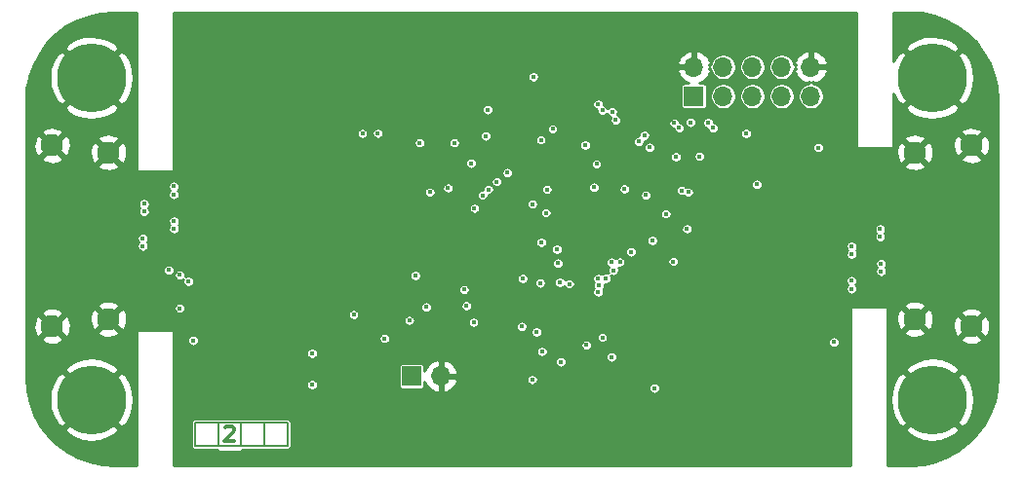
<source format=gbr>
%TF.GenerationSoftware,KiCad,Pcbnew,(5.1.10)-1*%
%TF.CreationDate,2021-07-15T21:59:58+02:00*%
%TF.ProjectId,PCB,5043422e-6b69-4636-9164-5f7063625858,rev?*%
%TF.SameCoordinates,Original*%
%TF.FileFunction,Copper,L2,Inr*%
%TF.FilePolarity,Positive*%
%FSLAX46Y46*%
G04 Gerber Fmt 4.6, Leading zero omitted, Abs format (unit mm)*
G04 Created by KiCad (PCBNEW (5.1.10)-1) date 2021-07-15 21:59:58*
%MOMM*%
%LPD*%
G01*
G04 APERTURE LIST*
%TA.AperFunction,NonConductor*%
%ADD10C,0.300000*%
%TD*%
%TA.AperFunction,ComponentPad*%
%ADD11C,6.000000*%
%TD*%
%TA.AperFunction,ComponentPad*%
%ADD12O,1.700000X1.700000*%
%TD*%
%TA.AperFunction,ComponentPad*%
%ADD13R,1.700000X1.700000*%
%TD*%
%TA.AperFunction,ComponentPad*%
%ADD14C,1.950000*%
%TD*%
%TA.AperFunction,ViaPad*%
%ADD15C,0.800000*%
%TD*%
%TA.AperFunction,ViaPad*%
%ADD16C,0.450000*%
%TD*%
%TA.AperFunction,Conductor*%
%ADD17C,0.152400*%
%TD*%
%TA.AperFunction,Conductor*%
%ADD18C,0.254000*%
%TD*%
%TA.AperFunction,Conductor*%
%ADD19C,0.100000*%
%TD*%
G04 APERTURE END LIST*
D10*
X119628571Y-121361904D02*
X119690476Y-121300000D01*
X119814285Y-121238095D01*
X120123809Y-121238095D01*
X120247619Y-121300000D01*
X120309523Y-121361904D01*
X120371428Y-121485714D01*
X120371428Y-121609523D01*
X120309523Y-121795238D01*
X119566666Y-122538095D01*
X120371428Y-122538095D01*
D11*
%TO.N,GND*%
%TO.C,REF\u002A\u002A*%
X108000000Y-118950000D03*
%TD*%
%TO.N,GND*%
%TO.C,REF\u002A\u002A*%
X181000000Y-118950000D03*
%TD*%
%TO.N,GND*%
%TO.C,REF\u002A\u002A*%
X181000000Y-90950000D03*
%TD*%
%TO.N,GND*%
%TO.C,REF\u002A\u002A*%
X108000000Y-90950000D03*
%TD*%
D12*
%TO.N,GND*%
%TO.C,J1*%
X170460000Y-90010000D03*
%TO.N,/TDI*%
X170460000Y-92550000D03*
%TO.N,N/C*%
X167920000Y-90010000D03*
X167920000Y-92550000D03*
X165380000Y-90010000D03*
%TO.N,/TMS*%
X165380000Y-92550000D03*
%TO.N,+3V3*%
X162840000Y-90010000D03*
%TO.N,/TDO*%
X162840000Y-92550000D03*
%TO.N,GND*%
X160300000Y-90010000D03*
D13*
%TO.N,/TCK*%
X160300000Y-92550000D03*
%TD*%
D14*
%TO.N,GND*%
%TO.C,J4*%
X179500000Y-97450000D03*
X179500000Y-111950000D03*
X184400000Y-96850000D03*
X184400000Y-112550000D03*
%TD*%
%TO.N,GND*%
%TO.C,J2*%
X104590000Y-96850000D03*
X104590000Y-112550000D03*
X109490000Y-97450000D03*
X109490000Y-111950000D03*
%TD*%
D12*
%TO.N,GND*%
%TO.C,J3*%
X138340000Y-116900000D03*
D13*
%TO.N,+5V*%
X135800000Y-116900000D03*
%TD*%
D15*
%TO.N,GND*%
X108650000Y-101950000D03*
X180275000Y-107450000D03*
X180300000Y-101450000D03*
X180310000Y-105950000D03*
X180275000Y-104450000D03*
X180275000Y-108950000D03*
X108700000Y-100750000D03*
X108655000Y-103500000D03*
X108640000Y-104950000D03*
X108675000Y-107950000D03*
D16*
X175810000Y-110150000D03*
X175040000Y-102590000D03*
X175040000Y-101950000D03*
X175070000Y-101020000D03*
X175140000Y-99930000D03*
X175100000Y-97330000D03*
X170230000Y-113080000D03*
X159220000Y-107030000D03*
X160360000Y-102930000D03*
X113220000Y-99490000D03*
X114080000Y-112620000D03*
X114020000Y-108920000D03*
X114020000Y-107910000D03*
X133870000Y-95338222D03*
X132610000Y-96490000D03*
X118930000Y-96280000D03*
X132200000Y-111200000D03*
X129300000Y-112510000D03*
X118890000Y-112540000D03*
X115450000Y-109140000D03*
X114620000Y-107090000D03*
X116870000Y-101330000D03*
X114760000Y-106570000D03*
X112490000Y-99480000D03*
X172450000Y-104620000D03*
X177230000Y-110440000D03*
X130050000Y-95370000D03*
X147212000Y-118665200D03*
X151276000Y-117649200D03*
X155035200Y-118512800D03*
X157016400Y-113940800D03*
X162096400Y-118309600D03*
X159302400Y-114245600D03*
X161385200Y-116836400D03*
X155492400Y-100177600D03*
X153612800Y-98548400D03*
X157575200Y-95297200D03*
X151834800Y-97227600D03*
X149752000Y-95398800D03*
X149904400Y-96313200D03*
X147923200Y-98091200D03*
X144824400Y-98650000D03*
X148646120Y-95332790D03*
X136493200Y-85746800D03*
X146907200Y-116531600D03*
X142690800Y-112416800D03*
X141556282Y-110639126D03*
X140205754Y-108209440D03*
X151580800Y-114956800D03*
X156914800Y-110486400D03*
X140506400Y-111705600D03*
X145018151Y-100672551D03*
X174999600Y-98954800D03*
X173932800Y-102764800D03*
X157321200Y-96465600D03*
X113988800Y-110130800D03*
X113988800Y-111248400D03*
X135940800Y-111099600D03*
X133272547Y-112495820D03*
X137617200Y-111963200D03*
X138125200Y-96774000D03*
X140309600Y-98298000D03*
%TO.N,+3V3*%
X148736000Y-115668000D03*
X156864000Y-117954000D03*
X172459600Y-113940800D03*
X133445200Y-113636000D03*
X141166800Y-112213600D03*
X148024800Y-95398800D03*
X145344143Y-112580943D03*
X150971200Y-114194800D03*
X158513667Y-106933036D03*
X153511200Y-94636800D03*
X146348400Y-90866589D03*
X137362023Y-100893144D03*
X142223634Y-96023881D03*
X139488743Y-96617797D03*
X142386000Y-93722400D03*
X140336400Y-109374455D03*
X143185137Y-99989972D03*
X165754000Y-100224800D03*
X158743600Y-97837200D03*
X141935200Y-101178150D03*
%TO.N,+1V2*%
X147008800Y-96364000D03*
X151631600Y-100478800D03*
X151834800Y-98446800D03*
X153866800Y-106981200D03*
X153149300Y-115227100D03*
%TO.N,+5V*%
X171088000Y-97024400D03*
X164839600Y-95805200D03*
%TO.N,/TDI*%
X160786394Y-97785094D03*
X154273200Y-100631200D03*
%TO.N,/SDA_IN*%
X115665200Y-110994400D03*
%TO.N,/UTIL_IN*%
X115665200Y-108102400D03*
%TO.N,/CK_IN_N*%
X112460000Y-105602000D03*
%TO.N,/CK_IN_P*%
X112460000Y-104898000D03*
%TO.N,/D1_IN_N*%
X112563067Y-102602000D03*
%TO.N,/D1_IN_P*%
X112563067Y-101898000D03*
%TO.N,/HPD_IN*%
X116833600Y-113788400D03*
%TO.N,/SCL_IN*%
X116427200Y-108657600D03*
%TO.N,/CEC_IN*%
X114715025Y-107684860D03*
%TO.N,/D0_IN_N*%
X115170000Y-104102000D03*
%TO.N,/D0_IN_P*%
X115170000Y-103398000D03*
%TO.N,/D2_IN_N*%
X115150000Y-101102000D03*
%TO.N,/D2_IN_P*%
X115150000Y-100398000D03*
%TO.N,/SDA_OUT*%
X159022834Y-95322434D03*
%TO.N,/UTIL_OUT*%
X161541693Y-94867256D03*
%TO.N,/CK_OUT_N*%
X176470000Y-104098000D03*
%TO.N,/CK_OUT_P*%
X176470000Y-104802000D03*
%TO.N,/D1_OUT_N*%
X176542237Y-107098000D03*
%TO.N,/D1_OUT_P*%
X176542237Y-107802000D03*
%TO.N,/HPD_OUT*%
X158596872Y-94896472D03*
%TO.N,/SCL_OUT*%
X160011968Y-94835878D03*
%TO.N,/CEC_OUT*%
X161967656Y-95320856D03*
%TO.N,/D0_OUT_N*%
X173995598Y-105598000D03*
%TO.N,/D0_OUT_P*%
X173995598Y-106302000D03*
%TO.N,/D2_OUT_N*%
X173992598Y-108598000D03*
%TO.N,/D2_OUT_P*%
X173992598Y-109302000D03*
%TO.N,/DONE*%
X156123409Y-101168591D03*
%TO.N,/DQ7*%
X138950000Y-100550000D03*
%TO.N,/DQ6*%
X153138456Y-106998023D03*
%TO.N,/DQ5*%
X153300000Y-107700000D03*
%TO.N,/DQ4*%
X140963600Y-98396000D03*
%TO.N,/DQM*%
X142447190Y-100672190D03*
%TO.N,/CLK*%
X146268591Y-101931409D03*
X150850000Y-96800000D03*
X147531755Y-100673614D03*
%TO.N,/CKE*%
X141250000Y-102296390D03*
%TO.N,/A12*%
X152350000Y-93800000D03*
%TO.N,/A11*%
X152000000Y-93250000D03*
%TO.N,/A9*%
X153200000Y-93900000D03*
%TO.N,/A8*%
X155500000Y-96500000D03*
%TO.N,/A7*%
X156000000Y-95950000D03*
%TO.N,/A6*%
X156441782Y-97008591D03*
%TO.N,/A5*%
X147443591Y-102696390D03*
%TO.N,/A4*%
X152000000Y-109600000D03*
%TO.N,/A3*%
X152650000Y-108400000D03*
%TO.N,/A2*%
X151990401Y-108400732D03*
%TO.N,/A1*%
X152052782Y-108999905D03*
%TO.N,/A0*%
X147049336Y-105260360D03*
%TO.N,/A10*%
X148408251Y-105866749D03*
%TO.N,/BA1*%
X148500002Y-107075000D03*
%TO.N,/BA0*%
X149475000Y-108875000D03*
%TO.N,/CS#*%
X148650000Y-108750000D03*
%TO.N,/RAS#*%
X146250000Y-117200000D03*
%TO.N,/CAS#*%
X146950000Y-108800000D03*
%TO.N,/WE#*%
X145425000Y-108425000D03*
%TO.N,/DQ3*%
X157850000Y-102800000D03*
%TO.N,/DQ2*%
X146645744Y-113054256D03*
%TO.N,/DQ1*%
X147100000Y-114753600D03*
%TO.N,/DQ0*%
X159700000Y-104100000D03*
%TO.N,Net-(U2-Pad43)*%
X154850000Y-106100000D03*
%TO.N,/VDDQ_RAM*%
X137052000Y-110892800D03*
X131514800Y-95805200D03*
X136493200Y-96617586D03*
X132861344Y-95780144D03*
X136117049Y-108152286D03*
X135585200Y-112064800D03*
%TO.N,/VDD_RAM*%
X140557200Y-110791200D03*
X130752800Y-111553200D03*
X127152400Y-117652800D03*
X127152400Y-114909600D03*
%TO.N,/CS*%
X152342800Y-113534400D03*
%TO.N,/SCK*%
X159216744Y-100748744D03*
%TO.N,/SO*%
X159800952Y-100895675D03*
%TO.N,/SI*%
X156677640Y-105110539D03*
%TO.N,Net-(R19-Pad1)*%
X144105292Y-99212400D03*
%TD*%
D17*
%TO.N,*%
X119000000Y-120950000D02*
X119000000Y-122950000D01*
X121000000Y-120950000D02*
X121000000Y-122950000D01*
X119000000Y-120950000D02*
X121000000Y-120950000D01*
X123000000Y-120950000D02*
X123000000Y-122950000D01*
X121000000Y-120950000D02*
X123000000Y-120950000D01*
X125000000Y-120950000D02*
X125000000Y-122950000D01*
X123000000Y-120950000D02*
X125000000Y-120950000D01*
X117000000Y-120950000D02*
X119000000Y-120950000D01*
X117000000Y-122950000D02*
X117000000Y-120950000D01*
X125000000Y-122950000D02*
X117000000Y-122950000D01*
X123000000Y-120950000D02*
X123000000Y-122950000D01*
%TD*%
D18*
%TO.N,GND*%
X111873000Y-98999999D02*
X111875440Y-99024775D01*
X111882667Y-99048600D01*
X111894403Y-99070556D01*
X111910197Y-99089802D01*
X111929443Y-99105596D01*
X111951399Y-99117332D01*
X111975223Y-99124559D01*
X112000000Y-99126999D01*
X115000000Y-99127000D01*
X115024776Y-99124560D01*
X115048601Y-99117333D01*
X115070557Y-99105597D01*
X115089803Y-99089803D01*
X115105597Y-99070557D01*
X115117333Y-99048601D01*
X115124560Y-99024776D01*
X115127000Y-99000000D01*
X115127000Y-98346321D01*
X140459200Y-98346321D01*
X140459200Y-98445679D01*
X140478583Y-98543128D01*
X140516606Y-98634923D01*
X140571807Y-98717537D01*
X140642063Y-98787793D01*
X140724677Y-98842994D01*
X140816472Y-98881017D01*
X140913921Y-98900400D01*
X141013279Y-98900400D01*
X141110728Y-98881017D01*
X141202523Y-98842994D01*
X141285137Y-98787793D01*
X141355393Y-98717537D01*
X141410594Y-98634923D01*
X141448617Y-98543128D01*
X141468000Y-98445679D01*
X141468000Y-98397121D01*
X151330400Y-98397121D01*
X151330400Y-98496479D01*
X151349783Y-98593928D01*
X151387806Y-98685723D01*
X151443007Y-98768337D01*
X151513263Y-98838593D01*
X151595877Y-98893794D01*
X151687672Y-98931817D01*
X151785121Y-98951200D01*
X151884479Y-98951200D01*
X151981928Y-98931817D01*
X152073723Y-98893794D01*
X152156337Y-98838593D01*
X152226593Y-98768337D01*
X152281794Y-98685723D01*
X152319817Y-98593928D01*
X152325056Y-98567584D01*
X178562021Y-98567584D01*
X178654766Y-98829429D01*
X178940120Y-98967820D01*
X179246990Y-99047883D01*
X179563584Y-99066540D01*
X179877733Y-99023074D01*
X180177367Y-98919156D01*
X180345234Y-98829429D01*
X180437979Y-98567584D01*
X179500000Y-97629605D01*
X178562021Y-98567584D01*
X152325056Y-98567584D01*
X152339200Y-98496479D01*
X152339200Y-98397121D01*
X152319817Y-98299672D01*
X152281794Y-98207877D01*
X152226593Y-98125263D01*
X152156337Y-98055007D01*
X152073723Y-97999806D01*
X151981928Y-97961783D01*
X151884479Y-97942400D01*
X151785121Y-97942400D01*
X151687672Y-97961783D01*
X151595877Y-97999806D01*
X151513263Y-98055007D01*
X151443007Y-98125263D01*
X151387806Y-98207877D01*
X151349783Y-98299672D01*
X151330400Y-98397121D01*
X141468000Y-98397121D01*
X141468000Y-98346321D01*
X141448617Y-98248872D01*
X141410594Y-98157077D01*
X141355393Y-98074463D01*
X141285137Y-98004207D01*
X141202523Y-97949006D01*
X141110728Y-97910983D01*
X141013279Y-97891600D01*
X140913921Y-97891600D01*
X140816472Y-97910983D01*
X140724677Y-97949006D01*
X140642063Y-98004207D01*
X140571807Y-98074463D01*
X140516606Y-98157077D01*
X140478583Y-98248872D01*
X140459200Y-98346321D01*
X115127000Y-98346321D01*
X115127000Y-97787521D01*
X158239200Y-97787521D01*
X158239200Y-97886879D01*
X158258583Y-97984328D01*
X158296606Y-98076123D01*
X158351807Y-98158737D01*
X158422063Y-98228993D01*
X158504677Y-98284194D01*
X158596472Y-98322217D01*
X158693921Y-98341600D01*
X158793279Y-98341600D01*
X158890728Y-98322217D01*
X158982523Y-98284194D01*
X159065137Y-98228993D01*
X159135393Y-98158737D01*
X159190594Y-98076123D01*
X159228617Y-97984328D01*
X159248000Y-97886879D01*
X159248000Y-97787521D01*
X159237636Y-97735415D01*
X160281994Y-97735415D01*
X160281994Y-97834773D01*
X160301377Y-97932222D01*
X160339400Y-98024017D01*
X160394601Y-98106631D01*
X160464857Y-98176887D01*
X160547471Y-98232088D01*
X160639266Y-98270111D01*
X160736715Y-98289494D01*
X160836073Y-98289494D01*
X160933522Y-98270111D01*
X161025317Y-98232088D01*
X161107931Y-98176887D01*
X161178187Y-98106631D01*
X161233388Y-98024017D01*
X161271411Y-97932222D01*
X161290794Y-97834773D01*
X161290794Y-97735415D01*
X161271411Y-97637966D01*
X161233388Y-97546171D01*
X161178187Y-97463557D01*
X161107931Y-97393301D01*
X161025317Y-97338100D01*
X160933522Y-97300077D01*
X160836073Y-97280694D01*
X160736715Y-97280694D01*
X160639266Y-97300077D01*
X160547471Y-97338100D01*
X160464857Y-97393301D01*
X160394601Y-97463557D01*
X160339400Y-97546171D01*
X160301377Y-97637966D01*
X160281994Y-97735415D01*
X159237636Y-97735415D01*
X159228617Y-97690072D01*
X159190594Y-97598277D01*
X159135393Y-97515663D01*
X159065137Y-97445407D01*
X158982523Y-97390206D01*
X158890728Y-97352183D01*
X158793279Y-97332800D01*
X158693921Y-97332800D01*
X158596472Y-97352183D01*
X158504677Y-97390206D01*
X158422063Y-97445407D01*
X158351807Y-97515663D01*
X158296606Y-97598277D01*
X158258583Y-97690072D01*
X158239200Y-97787521D01*
X115127000Y-97787521D01*
X115127000Y-96567907D01*
X135988800Y-96567907D01*
X135988800Y-96667265D01*
X136008183Y-96764714D01*
X136046206Y-96856509D01*
X136101407Y-96939123D01*
X136171663Y-97009379D01*
X136254277Y-97064580D01*
X136346072Y-97102603D01*
X136443521Y-97121986D01*
X136542879Y-97121986D01*
X136640328Y-97102603D01*
X136732123Y-97064580D01*
X136814737Y-97009379D01*
X136884993Y-96939123D01*
X136940194Y-96856509D01*
X136978217Y-96764714D01*
X136997600Y-96667265D01*
X136997600Y-96568118D01*
X138984343Y-96568118D01*
X138984343Y-96667476D01*
X139003726Y-96764925D01*
X139041749Y-96856720D01*
X139096950Y-96939334D01*
X139167206Y-97009590D01*
X139249820Y-97064791D01*
X139341615Y-97102814D01*
X139439064Y-97122197D01*
X139538422Y-97122197D01*
X139635871Y-97102814D01*
X139727666Y-97064791D01*
X139810280Y-97009590D01*
X139880536Y-96939334D01*
X139935737Y-96856720D01*
X139973760Y-96764925D01*
X139993143Y-96667476D01*
X139993143Y-96568118D01*
X139973760Y-96470669D01*
X139935737Y-96378874D01*
X139880536Y-96296260D01*
X139810280Y-96226004D01*
X139727666Y-96170803D01*
X139635871Y-96132780D01*
X139538422Y-96113397D01*
X139439064Y-96113397D01*
X139341615Y-96132780D01*
X139249820Y-96170803D01*
X139167206Y-96226004D01*
X139096950Y-96296260D01*
X139041749Y-96378874D01*
X139003726Y-96470669D01*
X138984343Y-96568118D01*
X136997600Y-96568118D01*
X136997600Y-96567907D01*
X136978217Y-96470458D01*
X136940194Y-96378663D01*
X136884993Y-96296049D01*
X136814737Y-96225793D01*
X136732123Y-96170592D01*
X136640328Y-96132569D01*
X136542879Y-96113186D01*
X136443521Y-96113186D01*
X136346072Y-96132569D01*
X136254277Y-96170592D01*
X136171663Y-96225793D01*
X136101407Y-96296049D01*
X136046206Y-96378663D01*
X136008183Y-96470458D01*
X135988800Y-96567907D01*
X115127000Y-96567907D01*
X115127000Y-95755521D01*
X131010400Y-95755521D01*
X131010400Y-95854879D01*
X131029783Y-95952328D01*
X131067806Y-96044123D01*
X131123007Y-96126737D01*
X131193263Y-96196993D01*
X131275877Y-96252194D01*
X131367672Y-96290217D01*
X131465121Y-96309600D01*
X131564479Y-96309600D01*
X131661928Y-96290217D01*
X131753723Y-96252194D01*
X131836337Y-96196993D01*
X131906593Y-96126737D01*
X131961794Y-96044123D01*
X131999817Y-95952328D01*
X132019200Y-95854879D01*
X132019200Y-95755521D01*
X132014217Y-95730465D01*
X132356944Y-95730465D01*
X132356944Y-95829823D01*
X132376327Y-95927272D01*
X132414350Y-96019067D01*
X132469551Y-96101681D01*
X132539807Y-96171937D01*
X132622421Y-96227138D01*
X132714216Y-96265161D01*
X132811665Y-96284544D01*
X132911023Y-96284544D01*
X133008472Y-96265161D01*
X133100267Y-96227138D01*
X133182881Y-96171937D01*
X133253137Y-96101681D01*
X133308338Y-96019067D01*
X133326921Y-95974202D01*
X141719234Y-95974202D01*
X141719234Y-96073560D01*
X141738617Y-96171009D01*
X141776640Y-96262804D01*
X141831841Y-96345418D01*
X141902097Y-96415674D01*
X141984711Y-96470875D01*
X142076506Y-96508898D01*
X142173955Y-96528281D01*
X142273313Y-96528281D01*
X142370762Y-96508898D01*
X142462557Y-96470875D01*
X142545171Y-96415674D01*
X142615427Y-96345418D01*
X142636205Y-96314321D01*
X146504400Y-96314321D01*
X146504400Y-96413679D01*
X146523783Y-96511128D01*
X146561806Y-96602923D01*
X146617007Y-96685537D01*
X146687263Y-96755793D01*
X146769877Y-96810994D01*
X146861672Y-96849017D01*
X146959121Y-96868400D01*
X147058479Y-96868400D01*
X147155928Y-96849017D01*
X147247723Y-96810994D01*
X147330337Y-96755793D01*
X147335809Y-96750321D01*
X150345600Y-96750321D01*
X150345600Y-96849679D01*
X150364983Y-96947128D01*
X150403006Y-97038923D01*
X150458207Y-97121537D01*
X150528463Y-97191793D01*
X150611077Y-97246994D01*
X150702872Y-97285017D01*
X150800321Y-97304400D01*
X150899679Y-97304400D01*
X150997128Y-97285017D01*
X151088923Y-97246994D01*
X151171537Y-97191793D01*
X151241793Y-97121537D01*
X151296994Y-97038923D01*
X151335017Y-96947128D01*
X151354400Y-96849679D01*
X151354400Y-96750321D01*
X151335017Y-96652872D01*
X151296994Y-96561077D01*
X151241793Y-96478463D01*
X151213651Y-96450321D01*
X154995600Y-96450321D01*
X154995600Y-96549679D01*
X155014983Y-96647128D01*
X155053006Y-96738923D01*
X155108207Y-96821537D01*
X155178463Y-96891793D01*
X155261077Y-96946994D01*
X155352872Y-96985017D01*
X155450321Y-97004400D01*
X155549679Y-97004400D01*
X155647128Y-96985017D01*
X155710150Y-96958912D01*
X155937382Y-96958912D01*
X155937382Y-97058270D01*
X155956765Y-97155719D01*
X155994788Y-97247514D01*
X156049989Y-97330128D01*
X156120245Y-97400384D01*
X156202859Y-97455585D01*
X156294654Y-97493608D01*
X156392103Y-97512991D01*
X156491461Y-97512991D01*
X156588910Y-97493608D01*
X156680705Y-97455585D01*
X156763319Y-97400384D01*
X156833575Y-97330128D01*
X156888776Y-97247514D01*
X156926799Y-97155719D01*
X156946182Y-97058270D01*
X156946182Y-96974721D01*
X170583600Y-96974721D01*
X170583600Y-97074079D01*
X170602983Y-97171528D01*
X170641006Y-97263323D01*
X170696207Y-97345937D01*
X170766463Y-97416193D01*
X170849077Y-97471394D01*
X170940872Y-97509417D01*
X171038321Y-97528800D01*
X171137679Y-97528800D01*
X171214178Y-97513584D01*
X177883460Y-97513584D01*
X177926926Y-97827733D01*
X178030844Y-98127367D01*
X178120571Y-98295234D01*
X178382416Y-98387979D01*
X179320395Y-97450000D01*
X179679605Y-97450000D01*
X180617584Y-98387979D01*
X180879429Y-98295234D01*
X181017820Y-98009880D01*
X181028855Y-97967584D01*
X183462021Y-97967584D01*
X183554766Y-98229429D01*
X183840120Y-98367820D01*
X184146990Y-98447883D01*
X184463584Y-98466540D01*
X184777733Y-98423074D01*
X185077367Y-98319156D01*
X185245234Y-98229429D01*
X185337979Y-97967584D01*
X184400000Y-97029605D01*
X183462021Y-97967584D01*
X181028855Y-97967584D01*
X181097883Y-97703010D01*
X181116540Y-97386416D01*
X181073074Y-97072267D01*
X181018041Y-96913584D01*
X182783460Y-96913584D01*
X182826926Y-97227733D01*
X182930844Y-97527367D01*
X183020571Y-97695234D01*
X183282416Y-97787979D01*
X184220395Y-96850000D01*
X184579605Y-96850000D01*
X185517584Y-97787979D01*
X185779429Y-97695234D01*
X185917820Y-97409880D01*
X185997883Y-97103010D01*
X186016540Y-96786416D01*
X185973074Y-96472267D01*
X185869156Y-96172633D01*
X185779429Y-96004766D01*
X185517584Y-95912021D01*
X184579605Y-96850000D01*
X184220395Y-96850000D01*
X183282416Y-95912021D01*
X183020571Y-96004766D01*
X182882180Y-96290120D01*
X182802117Y-96596990D01*
X182783460Y-96913584D01*
X181018041Y-96913584D01*
X180969156Y-96772633D01*
X180879429Y-96604766D01*
X180617584Y-96512021D01*
X179679605Y-97450000D01*
X179320395Y-97450000D01*
X178382416Y-96512021D01*
X178120571Y-96604766D01*
X177982180Y-96890120D01*
X177902117Y-97196990D01*
X177883460Y-97513584D01*
X171214178Y-97513584D01*
X171235128Y-97509417D01*
X171326923Y-97471394D01*
X171409537Y-97416193D01*
X171479793Y-97345937D01*
X171534994Y-97263323D01*
X171573017Y-97171528D01*
X171592400Y-97074079D01*
X171592400Y-96974721D01*
X171573017Y-96877272D01*
X171534994Y-96785477D01*
X171479793Y-96702863D01*
X171409537Y-96632607D01*
X171326923Y-96577406D01*
X171235128Y-96539383D01*
X171137679Y-96520000D01*
X171038321Y-96520000D01*
X170940872Y-96539383D01*
X170849077Y-96577406D01*
X170766463Y-96632607D01*
X170696207Y-96702863D01*
X170641006Y-96785477D01*
X170602983Y-96877272D01*
X170583600Y-96974721D01*
X156946182Y-96974721D01*
X156946182Y-96958912D01*
X156926799Y-96861463D01*
X156888776Y-96769668D01*
X156833575Y-96687054D01*
X156763319Y-96616798D01*
X156680705Y-96561597D01*
X156588910Y-96523574D01*
X156491461Y-96504191D01*
X156392103Y-96504191D01*
X156294654Y-96523574D01*
X156202859Y-96561597D01*
X156120245Y-96616798D01*
X156049989Y-96687054D01*
X155994788Y-96769668D01*
X155956765Y-96861463D01*
X155937382Y-96958912D01*
X155710150Y-96958912D01*
X155738923Y-96946994D01*
X155821537Y-96891793D01*
X155891793Y-96821537D01*
X155946994Y-96738923D01*
X155985017Y-96647128D01*
X156004400Y-96549679D01*
X156004400Y-96454400D01*
X156049679Y-96454400D01*
X156147128Y-96435017D01*
X156238923Y-96396994D01*
X156321537Y-96341793D01*
X156391793Y-96271537D01*
X156446994Y-96188923D01*
X156485017Y-96097128D01*
X156504400Y-95999679D01*
X156504400Y-95900321D01*
X156485017Y-95802872D01*
X156446994Y-95711077D01*
X156391793Y-95628463D01*
X156321537Y-95558207D01*
X156238923Y-95503006D01*
X156147128Y-95464983D01*
X156049679Y-95445600D01*
X155950321Y-95445600D01*
X155852872Y-95464983D01*
X155761077Y-95503006D01*
X155678463Y-95558207D01*
X155608207Y-95628463D01*
X155553006Y-95711077D01*
X155514983Y-95802872D01*
X155495600Y-95900321D01*
X155495600Y-95995600D01*
X155450321Y-95995600D01*
X155352872Y-96014983D01*
X155261077Y-96053006D01*
X155178463Y-96108207D01*
X155108207Y-96178463D01*
X155053006Y-96261077D01*
X155014983Y-96352872D01*
X154995600Y-96450321D01*
X151213651Y-96450321D01*
X151171537Y-96408207D01*
X151088923Y-96353006D01*
X150997128Y-96314983D01*
X150899679Y-96295600D01*
X150800321Y-96295600D01*
X150702872Y-96314983D01*
X150611077Y-96353006D01*
X150528463Y-96408207D01*
X150458207Y-96478463D01*
X150403006Y-96561077D01*
X150364983Y-96652872D01*
X150345600Y-96750321D01*
X147335809Y-96750321D01*
X147400593Y-96685537D01*
X147455794Y-96602923D01*
X147493817Y-96511128D01*
X147513200Y-96413679D01*
X147513200Y-96314321D01*
X147493817Y-96216872D01*
X147455794Y-96125077D01*
X147400593Y-96042463D01*
X147330337Y-95972207D01*
X147247723Y-95917006D01*
X147155928Y-95878983D01*
X147058479Y-95859600D01*
X146959121Y-95859600D01*
X146861672Y-95878983D01*
X146769877Y-95917006D01*
X146687263Y-95972207D01*
X146617007Y-96042463D01*
X146561806Y-96125077D01*
X146523783Y-96216872D01*
X146504400Y-96314321D01*
X142636205Y-96314321D01*
X142670628Y-96262804D01*
X142708651Y-96171009D01*
X142728034Y-96073560D01*
X142728034Y-95974202D01*
X142708651Y-95876753D01*
X142670628Y-95784958D01*
X142615427Y-95702344D01*
X142545171Y-95632088D01*
X142462557Y-95576887D01*
X142370762Y-95538864D01*
X142273313Y-95519481D01*
X142173955Y-95519481D01*
X142076506Y-95538864D01*
X141984711Y-95576887D01*
X141902097Y-95632088D01*
X141831841Y-95702344D01*
X141776640Y-95784958D01*
X141738617Y-95876753D01*
X141719234Y-95974202D01*
X133326921Y-95974202D01*
X133346361Y-95927272D01*
X133365744Y-95829823D01*
X133365744Y-95730465D01*
X133346361Y-95633016D01*
X133308338Y-95541221D01*
X133253137Y-95458607D01*
X133182881Y-95388351D01*
X133124170Y-95349121D01*
X147520400Y-95349121D01*
X147520400Y-95448479D01*
X147539783Y-95545928D01*
X147577806Y-95637723D01*
X147633007Y-95720337D01*
X147703263Y-95790593D01*
X147785877Y-95845794D01*
X147877672Y-95883817D01*
X147975121Y-95903200D01*
X148074479Y-95903200D01*
X148171928Y-95883817D01*
X148263723Y-95845794D01*
X148346337Y-95790593D01*
X148416593Y-95720337D01*
X148471794Y-95637723D01*
X148509817Y-95545928D01*
X148529200Y-95448479D01*
X148529200Y-95349121D01*
X148509817Y-95251672D01*
X148471794Y-95159877D01*
X148416593Y-95077263D01*
X148346337Y-95007007D01*
X148263723Y-94951806D01*
X148171928Y-94913783D01*
X148074479Y-94894400D01*
X147975121Y-94894400D01*
X147877672Y-94913783D01*
X147785877Y-94951806D01*
X147703263Y-95007007D01*
X147633007Y-95077263D01*
X147577806Y-95159877D01*
X147539783Y-95251672D01*
X147520400Y-95349121D01*
X133124170Y-95349121D01*
X133100267Y-95333150D01*
X133008472Y-95295127D01*
X132911023Y-95275744D01*
X132811665Y-95275744D01*
X132714216Y-95295127D01*
X132622421Y-95333150D01*
X132539807Y-95388351D01*
X132469551Y-95458607D01*
X132414350Y-95541221D01*
X132376327Y-95633016D01*
X132356944Y-95730465D01*
X132014217Y-95730465D01*
X131999817Y-95658072D01*
X131961794Y-95566277D01*
X131906593Y-95483663D01*
X131836337Y-95413407D01*
X131753723Y-95358206D01*
X131661928Y-95320183D01*
X131564479Y-95300800D01*
X131465121Y-95300800D01*
X131367672Y-95320183D01*
X131275877Y-95358206D01*
X131193263Y-95413407D01*
X131123007Y-95483663D01*
X131067806Y-95566277D01*
X131029783Y-95658072D01*
X131010400Y-95755521D01*
X115127000Y-95755521D01*
X115127000Y-93672721D01*
X141881600Y-93672721D01*
X141881600Y-93772079D01*
X141900983Y-93869528D01*
X141939006Y-93961323D01*
X141994207Y-94043937D01*
X142064463Y-94114193D01*
X142147077Y-94169394D01*
X142238872Y-94207417D01*
X142336321Y-94226800D01*
X142435679Y-94226800D01*
X142533128Y-94207417D01*
X142624923Y-94169394D01*
X142707537Y-94114193D01*
X142777793Y-94043937D01*
X142832994Y-93961323D01*
X142871017Y-93869528D01*
X142890400Y-93772079D01*
X142890400Y-93672721D01*
X142871017Y-93575272D01*
X142832994Y-93483477D01*
X142777793Y-93400863D01*
X142707537Y-93330607D01*
X142624923Y-93275406D01*
X142533128Y-93237383D01*
X142435679Y-93218000D01*
X142336321Y-93218000D01*
X142238872Y-93237383D01*
X142147077Y-93275406D01*
X142064463Y-93330607D01*
X141994207Y-93400863D01*
X141939006Y-93483477D01*
X141900983Y-93575272D01*
X141881600Y-93672721D01*
X115127000Y-93672721D01*
X115127000Y-93200321D01*
X151495600Y-93200321D01*
X151495600Y-93299679D01*
X151514983Y-93397128D01*
X151553006Y-93488923D01*
X151608207Y-93571537D01*
X151678463Y-93641793D01*
X151761077Y-93696994D01*
X151848966Y-93733399D01*
X151845600Y-93750321D01*
X151845600Y-93849679D01*
X151864983Y-93947128D01*
X151903006Y-94038923D01*
X151958207Y-94121537D01*
X152028463Y-94191793D01*
X152111077Y-94246994D01*
X152202872Y-94285017D01*
X152300321Y-94304400D01*
X152399679Y-94304400D01*
X152497128Y-94285017D01*
X152588923Y-94246994D01*
X152671537Y-94191793D01*
X152741793Y-94121537D01*
X152744269Y-94117831D01*
X152753006Y-94138923D01*
X152808207Y-94221537D01*
X152878463Y-94291793D01*
X152961077Y-94346994D01*
X153052872Y-94385017D01*
X153070461Y-94388516D01*
X153064206Y-94397877D01*
X153026183Y-94489672D01*
X153006800Y-94587121D01*
X153006800Y-94686479D01*
X153026183Y-94783928D01*
X153064206Y-94875723D01*
X153119407Y-94958337D01*
X153189663Y-95028593D01*
X153272277Y-95083794D01*
X153364072Y-95121817D01*
X153461521Y-95141200D01*
X153560879Y-95141200D01*
X153658328Y-95121817D01*
X153750123Y-95083794D01*
X153832737Y-95028593D01*
X153902993Y-94958337D01*
X153958194Y-94875723D01*
X153970177Y-94846793D01*
X158092472Y-94846793D01*
X158092472Y-94946151D01*
X158111855Y-95043600D01*
X158149878Y-95135395D01*
X158205079Y-95218009D01*
X158275335Y-95288265D01*
X158357949Y-95343466D01*
X158449744Y-95381489D01*
X158523205Y-95396101D01*
X158537817Y-95469562D01*
X158575840Y-95561357D01*
X158631041Y-95643971D01*
X158701297Y-95714227D01*
X158783911Y-95769428D01*
X158875706Y-95807451D01*
X158973155Y-95826834D01*
X159072513Y-95826834D01*
X159169962Y-95807451D01*
X159261757Y-95769428D01*
X159344371Y-95714227D01*
X159414627Y-95643971D01*
X159469828Y-95561357D01*
X159507851Y-95469562D01*
X159527234Y-95372113D01*
X159527234Y-95272755D01*
X159507851Y-95175306D01*
X159469828Y-95083511D01*
X159414627Y-95000897D01*
X159344371Y-94930641D01*
X159261757Y-94875440D01*
X159169962Y-94837417D01*
X159096501Y-94822805D01*
X159089220Y-94786199D01*
X159507568Y-94786199D01*
X159507568Y-94885557D01*
X159526951Y-94983006D01*
X159564974Y-95074801D01*
X159620175Y-95157415D01*
X159690431Y-95227671D01*
X159773045Y-95282872D01*
X159864840Y-95320895D01*
X159962289Y-95340278D01*
X160061647Y-95340278D01*
X160159096Y-95320895D01*
X160250891Y-95282872D01*
X160333505Y-95227671D01*
X160403761Y-95157415D01*
X160458962Y-95074801D01*
X160496985Y-94983006D01*
X160516368Y-94885557D01*
X160516368Y-94817577D01*
X161037293Y-94817577D01*
X161037293Y-94916935D01*
X161056676Y-95014384D01*
X161094699Y-95106179D01*
X161149900Y-95188793D01*
X161220156Y-95259049D01*
X161302770Y-95314250D01*
X161394565Y-95352273D01*
X161463256Y-95365936D01*
X161463256Y-95370535D01*
X161482639Y-95467984D01*
X161520662Y-95559779D01*
X161575863Y-95642393D01*
X161646119Y-95712649D01*
X161728733Y-95767850D01*
X161820528Y-95805873D01*
X161917977Y-95825256D01*
X162017335Y-95825256D01*
X162114784Y-95805873D01*
X162206579Y-95767850D01*
X162225030Y-95755521D01*
X164335200Y-95755521D01*
X164335200Y-95854879D01*
X164354583Y-95952328D01*
X164392606Y-96044123D01*
X164447807Y-96126737D01*
X164518063Y-96196993D01*
X164600677Y-96252194D01*
X164692472Y-96290217D01*
X164789921Y-96309600D01*
X164889279Y-96309600D01*
X164986728Y-96290217D01*
X165078523Y-96252194D01*
X165161137Y-96196993D01*
X165231393Y-96126737D01*
X165286594Y-96044123D01*
X165324617Y-95952328D01*
X165344000Y-95854879D01*
X165344000Y-95755521D01*
X165324617Y-95658072D01*
X165286594Y-95566277D01*
X165231393Y-95483663D01*
X165161137Y-95413407D01*
X165078523Y-95358206D01*
X164986728Y-95320183D01*
X164889279Y-95300800D01*
X164789921Y-95300800D01*
X164692472Y-95320183D01*
X164600677Y-95358206D01*
X164518063Y-95413407D01*
X164447807Y-95483663D01*
X164392606Y-95566277D01*
X164354583Y-95658072D01*
X164335200Y-95755521D01*
X162225030Y-95755521D01*
X162289193Y-95712649D01*
X162359449Y-95642393D01*
X162414650Y-95559779D01*
X162452673Y-95467984D01*
X162472056Y-95370535D01*
X162472056Y-95271177D01*
X162452673Y-95173728D01*
X162414650Y-95081933D01*
X162359449Y-94999319D01*
X162289193Y-94929063D01*
X162206579Y-94873862D01*
X162114784Y-94835839D01*
X162046093Y-94822176D01*
X162046093Y-94817577D01*
X162026710Y-94720128D01*
X161988687Y-94628333D01*
X161933486Y-94545719D01*
X161863230Y-94475463D01*
X161780616Y-94420262D01*
X161688821Y-94382239D01*
X161591372Y-94362856D01*
X161492014Y-94362856D01*
X161394565Y-94382239D01*
X161302770Y-94420262D01*
X161220156Y-94475463D01*
X161149900Y-94545719D01*
X161094699Y-94628333D01*
X161056676Y-94720128D01*
X161037293Y-94817577D01*
X160516368Y-94817577D01*
X160516368Y-94786199D01*
X160496985Y-94688750D01*
X160458962Y-94596955D01*
X160403761Y-94514341D01*
X160333505Y-94444085D01*
X160250891Y-94388884D01*
X160159096Y-94350861D01*
X160061647Y-94331478D01*
X159962289Y-94331478D01*
X159864840Y-94350861D01*
X159773045Y-94388884D01*
X159690431Y-94444085D01*
X159620175Y-94514341D01*
X159564974Y-94596955D01*
X159526951Y-94688750D01*
X159507568Y-94786199D01*
X159089220Y-94786199D01*
X159081889Y-94749344D01*
X159043866Y-94657549D01*
X158988665Y-94574935D01*
X158918409Y-94504679D01*
X158835795Y-94449478D01*
X158744000Y-94411455D01*
X158646551Y-94392072D01*
X158547193Y-94392072D01*
X158449744Y-94411455D01*
X158357949Y-94449478D01*
X158275335Y-94504679D01*
X158205079Y-94574935D01*
X158149878Y-94657549D01*
X158111855Y-94749344D01*
X158092472Y-94846793D01*
X153970177Y-94846793D01*
X153996217Y-94783928D01*
X154015600Y-94686479D01*
X154015600Y-94587121D01*
X153996217Y-94489672D01*
X153958194Y-94397877D01*
X153902993Y-94315263D01*
X153832737Y-94245007D01*
X153750123Y-94189806D01*
X153658328Y-94151783D01*
X153640739Y-94148284D01*
X153646994Y-94138923D01*
X153685017Y-94047128D01*
X153704400Y-93949679D01*
X153704400Y-93850321D01*
X153685017Y-93752872D01*
X153646994Y-93661077D01*
X153591793Y-93578463D01*
X153521537Y-93508207D01*
X153438923Y-93453006D01*
X153347128Y-93414983D01*
X153249679Y-93395600D01*
X153150321Y-93395600D01*
X153052872Y-93414983D01*
X152961077Y-93453006D01*
X152878463Y-93508207D01*
X152808207Y-93578463D01*
X152805731Y-93582169D01*
X152796994Y-93561077D01*
X152741793Y-93478463D01*
X152671537Y-93408207D01*
X152588923Y-93353006D01*
X152501034Y-93316601D01*
X152504400Y-93299679D01*
X152504400Y-93200321D01*
X152485017Y-93102872D01*
X152446994Y-93011077D01*
X152391793Y-92928463D01*
X152321537Y-92858207D01*
X152238923Y-92803006D01*
X152147128Y-92764983D01*
X152049679Y-92745600D01*
X151950321Y-92745600D01*
X151852872Y-92764983D01*
X151761077Y-92803006D01*
X151678463Y-92858207D01*
X151608207Y-92928463D01*
X151553006Y-93011077D01*
X151514983Y-93102872D01*
X151495600Y-93200321D01*
X115127000Y-93200321D01*
X115127000Y-90816910D01*
X145844000Y-90816910D01*
X145844000Y-90916268D01*
X145863383Y-91013717D01*
X145901406Y-91105512D01*
X145956607Y-91188126D01*
X146026863Y-91258382D01*
X146109477Y-91313583D01*
X146201272Y-91351606D01*
X146298721Y-91370989D01*
X146398079Y-91370989D01*
X146495528Y-91351606D01*
X146587323Y-91313583D01*
X146669937Y-91258382D01*
X146740193Y-91188126D01*
X146795394Y-91105512D01*
X146833417Y-91013717D01*
X146852800Y-90916268D01*
X146852800Y-90816910D01*
X146833417Y-90719461D01*
X146795394Y-90627666D01*
X146740193Y-90545052D01*
X146669937Y-90474796D01*
X146587323Y-90419595D01*
X146495528Y-90381572D01*
X146421719Y-90366891D01*
X158858519Y-90366891D01*
X158955843Y-90641252D01*
X159104822Y-90891355D01*
X159299731Y-91107588D01*
X159533080Y-91281641D01*
X159795901Y-91406825D01*
X159836861Y-91419249D01*
X159450000Y-91419249D01*
X159395228Y-91424644D01*
X159342561Y-91440620D01*
X159294023Y-91466564D01*
X159251479Y-91501479D01*
X159216564Y-91544023D01*
X159190620Y-91592561D01*
X159174644Y-91645228D01*
X159169249Y-91700000D01*
X159169249Y-93400000D01*
X159174644Y-93454772D01*
X159190620Y-93507439D01*
X159216564Y-93555977D01*
X159251479Y-93598521D01*
X159294023Y-93633436D01*
X159342561Y-93659380D01*
X159395228Y-93675356D01*
X159450000Y-93680751D01*
X161150000Y-93680751D01*
X161204772Y-93675356D01*
X161257439Y-93659380D01*
X161305977Y-93633436D01*
X161348521Y-93598521D01*
X161383436Y-93555977D01*
X161409380Y-93507439D01*
X161425356Y-93454772D01*
X161430751Y-93400000D01*
X161430751Y-92438764D01*
X161710600Y-92438764D01*
X161710600Y-92661236D01*
X161754002Y-92879434D01*
X161839138Y-93084972D01*
X161962737Y-93269951D01*
X162120049Y-93427263D01*
X162305028Y-93550862D01*
X162510566Y-93635998D01*
X162728764Y-93679400D01*
X162951236Y-93679400D01*
X163169434Y-93635998D01*
X163374972Y-93550862D01*
X163559951Y-93427263D01*
X163717263Y-93269951D01*
X163840862Y-93084972D01*
X163925998Y-92879434D01*
X163969400Y-92661236D01*
X163969400Y-92438764D01*
X164250600Y-92438764D01*
X164250600Y-92661236D01*
X164294002Y-92879434D01*
X164379138Y-93084972D01*
X164502737Y-93269951D01*
X164660049Y-93427263D01*
X164845028Y-93550862D01*
X165050566Y-93635998D01*
X165268764Y-93679400D01*
X165491236Y-93679400D01*
X165709434Y-93635998D01*
X165914972Y-93550862D01*
X166099951Y-93427263D01*
X166257263Y-93269951D01*
X166380862Y-93084972D01*
X166465998Y-92879434D01*
X166509400Y-92661236D01*
X166509400Y-92438764D01*
X166790600Y-92438764D01*
X166790600Y-92661236D01*
X166834002Y-92879434D01*
X166919138Y-93084972D01*
X167042737Y-93269951D01*
X167200049Y-93427263D01*
X167385028Y-93550862D01*
X167590566Y-93635998D01*
X167808764Y-93679400D01*
X168031236Y-93679400D01*
X168249434Y-93635998D01*
X168454972Y-93550862D01*
X168639951Y-93427263D01*
X168797263Y-93269951D01*
X168920862Y-93084972D01*
X169005998Y-92879434D01*
X169049400Y-92661236D01*
X169049400Y-92438764D01*
X169005998Y-92220566D01*
X168920862Y-92015028D01*
X168797263Y-91830049D01*
X168639951Y-91672737D01*
X168454972Y-91549138D01*
X168249434Y-91464002D01*
X168031236Y-91420600D01*
X167808764Y-91420600D01*
X167590566Y-91464002D01*
X167385028Y-91549138D01*
X167200049Y-91672737D01*
X167042737Y-91830049D01*
X166919138Y-92015028D01*
X166834002Y-92220566D01*
X166790600Y-92438764D01*
X166509400Y-92438764D01*
X166465998Y-92220566D01*
X166380862Y-92015028D01*
X166257263Y-91830049D01*
X166099951Y-91672737D01*
X165914972Y-91549138D01*
X165709434Y-91464002D01*
X165491236Y-91420600D01*
X165268764Y-91420600D01*
X165050566Y-91464002D01*
X164845028Y-91549138D01*
X164660049Y-91672737D01*
X164502737Y-91830049D01*
X164379138Y-92015028D01*
X164294002Y-92220566D01*
X164250600Y-92438764D01*
X163969400Y-92438764D01*
X163925998Y-92220566D01*
X163840862Y-92015028D01*
X163717263Y-91830049D01*
X163559951Y-91672737D01*
X163374972Y-91549138D01*
X163169434Y-91464002D01*
X162951236Y-91420600D01*
X162728764Y-91420600D01*
X162510566Y-91464002D01*
X162305028Y-91549138D01*
X162120049Y-91672737D01*
X161962737Y-91830049D01*
X161839138Y-92015028D01*
X161754002Y-92220566D01*
X161710600Y-92438764D01*
X161430751Y-92438764D01*
X161430751Y-91700000D01*
X161425356Y-91645228D01*
X161409380Y-91592561D01*
X161383436Y-91544023D01*
X161348521Y-91501479D01*
X161305977Y-91466564D01*
X161257439Y-91440620D01*
X161204772Y-91424644D01*
X161150000Y-91419249D01*
X160763139Y-91419249D01*
X160804099Y-91406825D01*
X161066920Y-91281641D01*
X161300269Y-91107588D01*
X161495178Y-90891355D01*
X161644157Y-90641252D01*
X161741481Y-90366891D01*
X161620815Y-90137002D01*
X161713736Y-90137002D01*
X161754002Y-90339434D01*
X161839138Y-90544972D01*
X161962737Y-90729951D01*
X162120049Y-90887263D01*
X162305028Y-91010862D01*
X162510566Y-91095998D01*
X162728764Y-91139400D01*
X162951236Y-91139400D01*
X163169434Y-91095998D01*
X163374972Y-91010862D01*
X163559951Y-90887263D01*
X163717263Y-90729951D01*
X163840862Y-90544972D01*
X163925998Y-90339434D01*
X163969400Y-90121236D01*
X163969400Y-89898764D01*
X164250600Y-89898764D01*
X164250600Y-90121236D01*
X164294002Y-90339434D01*
X164379138Y-90544972D01*
X164502737Y-90729951D01*
X164660049Y-90887263D01*
X164845028Y-91010862D01*
X165050566Y-91095998D01*
X165268764Y-91139400D01*
X165491236Y-91139400D01*
X165709434Y-91095998D01*
X165914972Y-91010862D01*
X166099951Y-90887263D01*
X166257263Y-90729951D01*
X166380862Y-90544972D01*
X166465998Y-90339434D01*
X166509400Y-90121236D01*
X166509400Y-89898764D01*
X166790600Y-89898764D01*
X166790600Y-90121236D01*
X166834002Y-90339434D01*
X166919138Y-90544972D01*
X167042737Y-90729951D01*
X167200049Y-90887263D01*
X167385028Y-91010862D01*
X167590566Y-91095998D01*
X167808764Y-91139400D01*
X168031236Y-91139400D01*
X168249434Y-91095998D01*
X168454972Y-91010862D01*
X168639951Y-90887263D01*
X168797263Y-90729951D01*
X168920862Y-90544972D01*
X169005998Y-90339434D01*
X169046264Y-90137002D01*
X169139185Y-90137002D01*
X169018519Y-90366891D01*
X169115843Y-90641252D01*
X169264822Y-90891355D01*
X169459731Y-91107588D01*
X169693080Y-91281641D01*
X169955901Y-91406825D01*
X170103110Y-91451476D01*
X170332998Y-91330156D01*
X170332998Y-91423736D01*
X170130566Y-91464002D01*
X169925028Y-91549138D01*
X169740049Y-91672737D01*
X169582737Y-91830049D01*
X169459138Y-92015028D01*
X169374002Y-92220566D01*
X169330600Y-92438764D01*
X169330600Y-92661236D01*
X169374002Y-92879434D01*
X169459138Y-93084972D01*
X169582737Y-93269951D01*
X169740049Y-93427263D01*
X169925028Y-93550862D01*
X170130566Y-93635998D01*
X170348764Y-93679400D01*
X170571236Y-93679400D01*
X170789434Y-93635998D01*
X170994972Y-93550862D01*
X171179951Y-93427263D01*
X171337263Y-93269951D01*
X171460862Y-93084972D01*
X171545998Y-92879434D01*
X171589400Y-92661236D01*
X171589400Y-92438764D01*
X171545998Y-92220566D01*
X171460862Y-92015028D01*
X171337263Y-91830049D01*
X171179951Y-91672737D01*
X170994972Y-91549138D01*
X170789434Y-91464002D01*
X170587002Y-91423736D01*
X170587002Y-91330156D01*
X170816890Y-91451476D01*
X170964099Y-91406825D01*
X171226920Y-91281641D01*
X171460269Y-91107588D01*
X171655178Y-90891355D01*
X171804157Y-90641252D01*
X171901481Y-90366891D01*
X171780814Y-90137000D01*
X170587000Y-90137000D01*
X170587000Y-90157000D01*
X170333000Y-90157000D01*
X170333000Y-90137000D01*
X170313000Y-90137000D01*
X170313000Y-89883000D01*
X170333000Y-89883000D01*
X170333000Y-88689845D01*
X170587000Y-88689845D01*
X170587000Y-89883000D01*
X171780814Y-89883000D01*
X171901481Y-89653109D01*
X171804157Y-89378748D01*
X171655178Y-89128645D01*
X171460269Y-88912412D01*
X171226920Y-88738359D01*
X170964099Y-88613175D01*
X170816890Y-88568524D01*
X170587000Y-88689845D01*
X170333000Y-88689845D01*
X170103110Y-88568524D01*
X169955901Y-88613175D01*
X169693080Y-88738359D01*
X169459731Y-88912412D01*
X169264822Y-89128645D01*
X169115843Y-89378748D01*
X169018519Y-89653109D01*
X169139185Y-89882998D01*
X169046264Y-89882998D01*
X169005998Y-89680566D01*
X168920862Y-89475028D01*
X168797263Y-89290049D01*
X168639951Y-89132737D01*
X168454972Y-89009138D01*
X168249434Y-88924002D01*
X168031236Y-88880600D01*
X167808764Y-88880600D01*
X167590566Y-88924002D01*
X167385028Y-89009138D01*
X167200049Y-89132737D01*
X167042737Y-89290049D01*
X166919138Y-89475028D01*
X166834002Y-89680566D01*
X166790600Y-89898764D01*
X166509400Y-89898764D01*
X166465998Y-89680566D01*
X166380862Y-89475028D01*
X166257263Y-89290049D01*
X166099951Y-89132737D01*
X165914972Y-89009138D01*
X165709434Y-88924002D01*
X165491236Y-88880600D01*
X165268764Y-88880600D01*
X165050566Y-88924002D01*
X164845028Y-89009138D01*
X164660049Y-89132737D01*
X164502737Y-89290049D01*
X164379138Y-89475028D01*
X164294002Y-89680566D01*
X164250600Y-89898764D01*
X163969400Y-89898764D01*
X163925998Y-89680566D01*
X163840862Y-89475028D01*
X163717263Y-89290049D01*
X163559951Y-89132737D01*
X163374972Y-89009138D01*
X163169434Y-88924002D01*
X162951236Y-88880600D01*
X162728764Y-88880600D01*
X162510566Y-88924002D01*
X162305028Y-89009138D01*
X162120049Y-89132737D01*
X161962737Y-89290049D01*
X161839138Y-89475028D01*
X161754002Y-89680566D01*
X161713736Y-89882998D01*
X161620815Y-89882998D01*
X161741481Y-89653109D01*
X161644157Y-89378748D01*
X161495178Y-89128645D01*
X161300269Y-88912412D01*
X161066920Y-88738359D01*
X160804099Y-88613175D01*
X160656890Y-88568524D01*
X160427000Y-88689845D01*
X160427000Y-89883000D01*
X160447000Y-89883000D01*
X160447000Y-90137000D01*
X160427000Y-90137000D01*
X160427000Y-90157000D01*
X160173000Y-90157000D01*
X160173000Y-90137000D01*
X158979186Y-90137000D01*
X158858519Y-90366891D01*
X146421719Y-90366891D01*
X146398079Y-90362189D01*
X146298721Y-90362189D01*
X146201272Y-90381572D01*
X146109477Y-90419595D01*
X146026863Y-90474796D01*
X145956607Y-90545052D01*
X145901406Y-90627666D01*
X145863383Y-90719461D01*
X145844000Y-90816910D01*
X115127000Y-90816910D01*
X115127000Y-89653109D01*
X158858519Y-89653109D01*
X158979186Y-89883000D01*
X160173000Y-89883000D01*
X160173000Y-88689845D01*
X159943110Y-88568524D01*
X159795901Y-88613175D01*
X159533080Y-88738359D01*
X159299731Y-88912412D01*
X159104822Y-89128645D01*
X158955843Y-89378748D01*
X158858519Y-89653109D01*
X115127000Y-89653109D01*
X115127000Y-85254400D01*
X174373000Y-85254400D01*
X174373000Y-96949999D01*
X174375440Y-96974775D01*
X174382667Y-96998600D01*
X174394403Y-97020556D01*
X174410197Y-97039802D01*
X174429443Y-97055596D01*
X174451399Y-97067332D01*
X174475223Y-97074559D01*
X174500000Y-97076999D01*
X177500000Y-97077000D01*
X177524776Y-97074560D01*
X177548601Y-97067333D01*
X177570557Y-97055597D01*
X177589803Y-97039803D01*
X177605597Y-97020557D01*
X177617333Y-96998601D01*
X177624560Y-96974776D01*
X177627000Y-96950000D01*
X177627000Y-96332416D01*
X178562021Y-96332416D01*
X179500000Y-97270395D01*
X180437979Y-96332416D01*
X180345234Y-96070571D01*
X180059880Y-95932180D01*
X179753010Y-95852117D01*
X179436416Y-95833460D01*
X179122267Y-95876926D01*
X178822633Y-95980844D01*
X178654766Y-96070571D01*
X178562021Y-96332416D01*
X177627000Y-96332416D01*
X177627000Y-95732416D01*
X183462021Y-95732416D01*
X184400000Y-96670395D01*
X185337979Y-95732416D01*
X185245234Y-95470571D01*
X184959880Y-95332180D01*
X184653010Y-95252117D01*
X184336416Y-95233460D01*
X184022267Y-95276926D01*
X183722633Y-95380844D01*
X183554766Y-95470571D01*
X183462021Y-95732416D01*
X177627000Y-95732416D01*
X177627000Y-93508686D01*
X178620919Y-93508686D01*
X178957106Y-93977868D01*
X179587068Y-94318237D01*
X180271327Y-94529166D01*
X180983589Y-94602550D01*
X181696482Y-94535569D01*
X182382609Y-94330796D01*
X183015603Y-93996102D01*
X183042894Y-93977868D01*
X183379081Y-93508686D01*
X181000000Y-91129605D01*
X178620919Y-93508686D01*
X177627000Y-93508686D01*
X177627000Y-92347353D01*
X177953898Y-92965603D01*
X177972132Y-92992894D01*
X178441314Y-93329081D01*
X180820395Y-90950000D01*
X181179605Y-90950000D01*
X183558686Y-93329081D01*
X184027868Y-92992894D01*
X184368237Y-92362932D01*
X184579166Y-91678673D01*
X184652550Y-90966411D01*
X184585569Y-90253518D01*
X184380796Y-89567391D01*
X184046102Y-88934397D01*
X184027868Y-88907106D01*
X183558686Y-88570919D01*
X181179605Y-90950000D01*
X180820395Y-90950000D01*
X178441314Y-88570919D01*
X177972132Y-88907106D01*
X177631763Y-89537068D01*
X177627000Y-89552519D01*
X177627000Y-88391314D01*
X178620919Y-88391314D01*
X181000000Y-90770395D01*
X183379081Y-88391314D01*
X183042894Y-87922132D01*
X182412932Y-87581763D01*
X181728673Y-87370834D01*
X181016411Y-87297450D01*
X180303518Y-87364431D01*
X179617391Y-87569204D01*
X178984397Y-87903898D01*
X178957106Y-87922132D01*
X178620919Y-88391314D01*
X177627000Y-88391314D01*
X177627000Y-85254400D01*
X178989235Y-85254400D01*
X180084216Y-85331929D01*
X181146791Y-85560695D01*
X182166542Y-85936902D01*
X183123102Y-86453035D01*
X183997400Y-87098802D01*
X184771986Y-87861316D01*
X185431402Y-88725357D01*
X185962498Y-89673699D01*
X186354673Y-90687408D01*
X186600101Y-91746258D01*
X186694716Y-92838691D01*
X186695601Y-92951372D01*
X186695600Y-97985054D01*
X186695600Y-97985055D01*
X186695601Y-116939221D01*
X186618071Y-118034216D01*
X186389304Y-119096792D01*
X186013101Y-120116536D01*
X185496967Y-121073099D01*
X184851201Y-121947397D01*
X184088688Y-122721983D01*
X183224643Y-123381402D01*
X182276301Y-123912498D01*
X181262592Y-124304673D01*
X180203742Y-124550101D01*
X179111311Y-124644716D01*
X178998755Y-124645600D01*
X177127000Y-124645600D01*
X177127000Y-121508686D01*
X178620919Y-121508686D01*
X178957106Y-121977868D01*
X179587068Y-122318237D01*
X180271327Y-122529166D01*
X180983589Y-122602550D01*
X181696482Y-122535569D01*
X182382609Y-122330796D01*
X183015603Y-121996102D01*
X183042894Y-121977868D01*
X183379081Y-121508686D01*
X181000000Y-119129605D01*
X178620919Y-121508686D01*
X177127000Y-121508686D01*
X177127000Y-118933589D01*
X177347450Y-118933589D01*
X177414431Y-119646482D01*
X177619204Y-120332609D01*
X177953898Y-120965603D01*
X177972132Y-120992894D01*
X178441314Y-121329081D01*
X180820395Y-118950000D01*
X181179605Y-118950000D01*
X183558686Y-121329081D01*
X184027868Y-120992894D01*
X184368237Y-120362932D01*
X184579166Y-119678673D01*
X184652550Y-118966411D01*
X184585569Y-118253518D01*
X184380796Y-117567391D01*
X184046102Y-116934397D01*
X184027868Y-116907106D01*
X183558686Y-116570919D01*
X181179605Y-118950000D01*
X180820395Y-118950000D01*
X178441314Y-116570919D01*
X177972132Y-116907106D01*
X177631763Y-117537068D01*
X177420834Y-118221327D01*
X177347450Y-118933589D01*
X177127000Y-118933589D01*
X177127000Y-116391314D01*
X178620919Y-116391314D01*
X181000000Y-118770395D01*
X183379081Y-116391314D01*
X183042894Y-115922132D01*
X182412932Y-115581763D01*
X181728673Y-115370834D01*
X181016411Y-115297450D01*
X180303518Y-115364431D01*
X179617391Y-115569204D01*
X178984397Y-115903898D01*
X178957106Y-115922132D01*
X178620919Y-116391314D01*
X177127000Y-116391314D01*
X177127000Y-113667584D01*
X183462021Y-113667584D01*
X183554766Y-113929429D01*
X183840120Y-114067820D01*
X184146990Y-114147883D01*
X184463584Y-114166540D01*
X184777733Y-114123074D01*
X185077367Y-114019156D01*
X185245234Y-113929429D01*
X185337979Y-113667584D01*
X184400000Y-112729605D01*
X183462021Y-113667584D01*
X177127000Y-113667584D01*
X177127000Y-113067584D01*
X178562021Y-113067584D01*
X178654766Y-113329429D01*
X178940120Y-113467820D01*
X179246990Y-113547883D01*
X179563584Y-113566540D01*
X179877733Y-113523074D01*
X180177367Y-113419156D01*
X180345234Y-113329429D01*
X180437979Y-113067584D01*
X179500000Y-112129605D01*
X178562021Y-113067584D01*
X177127000Y-113067584D01*
X177127000Y-112013584D01*
X177883460Y-112013584D01*
X177926926Y-112327733D01*
X178030844Y-112627367D01*
X178120571Y-112795234D01*
X178382416Y-112887979D01*
X179320395Y-111950000D01*
X179679605Y-111950000D01*
X180617584Y-112887979D01*
X180879429Y-112795234D01*
X180967525Y-112613584D01*
X182783460Y-112613584D01*
X182826926Y-112927733D01*
X182930844Y-113227367D01*
X183020571Y-113395234D01*
X183282416Y-113487979D01*
X184220395Y-112550000D01*
X184579605Y-112550000D01*
X185517584Y-113487979D01*
X185779429Y-113395234D01*
X185917820Y-113109880D01*
X185997883Y-112803010D01*
X186016540Y-112486416D01*
X185973074Y-112172267D01*
X185869156Y-111872633D01*
X185779429Y-111704766D01*
X185517584Y-111612021D01*
X184579605Y-112550000D01*
X184220395Y-112550000D01*
X183282416Y-111612021D01*
X183020571Y-111704766D01*
X182882180Y-111990120D01*
X182802117Y-112296990D01*
X182783460Y-112613584D01*
X180967525Y-112613584D01*
X181017820Y-112509880D01*
X181097883Y-112203010D01*
X181116540Y-111886416D01*
X181073074Y-111572267D01*
X181024572Y-111432416D01*
X183462021Y-111432416D01*
X184400000Y-112370395D01*
X185337979Y-111432416D01*
X185245234Y-111170571D01*
X184959880Y-111032180D01*
X184653010Y-110952117D01*
X184336416Y-110933460D01*
X184022267Y-110976926D01*
X183722633Y-111080844D01*
X183554766Y-111170571D01*
X183462021Y-111432416D01*
X181024572Y-111432416D01*
X180969156Y-111272633D01*
X180879429Y-111104766D01*
X180617584Y-111012021D01*
X179679605Y-111950000D01*
X179320395Y-111950000D01*
X178382416Y-111012021D01*
X178120571Y-111104766D01*
X177982180Y-111390120D01*
X177902117Y-111696990D01*
X177883460Y-112013584D01*
X177127000Y-112013584D01*
X177127000Y-111000000D01*
X177124560Y-110975224D01*
X177117333Y-110951399D01*
X177105597Y-110929443D01*
X177089803Y-110910197D01*
X177070557Y-110894403D01*
X177048601Y-110882667D01*
X177024776Y-110875440D01*
X177000000Y-110873000D01*
X174000000Y-110873000D01*
X173975224Y-110875440D01*
X173951399Y-110882667D01*
X173929443Y-110894403D01*
X173910197Y-110910197D01*
X173894403Y-110929443D01*
X173882667Y-110951399D01*
X173875440Y-110975224D01*
X173873000Y-111000000D01*
X173873000Y-124645600D01*
X115127000Y-124645600D01*
X115127000Y-120950000D01*
X116642680Y-120950000D01*
X116644401Y-120967473D01*
X116644400Y-122932537D01*
X116642680Y-122950000D01*
X116649546Y-123019710D01*
X116669879Y-123086740D01*
X116702899Y-123148516D01*
X116747337Y-123202663D01*
X116786477Y-123234785D01*
X116801484Y-123247101D01*
X116863260Y-123280121D01*
X116930290Y-123300454D01*
X117000000Y-123307320D01*
X117017463Y-123305600D01*
X118951553Y-123305600D01*
X118951553Y-123468400D01*
X121048448Y-123468400D01*
X121048448Y-123305600D01*
X122982537Y-123305600D01*
X123000000Y-123307320D01*
X123017463Y-123305600D01*
X124982537Y-123305600D01*
X125000000Y-123307320D01*
X125017463Y-123305600D01*
X125069710Y-123300454D01*
X125136740Y-123280121D01*
X125198516Y-123247101D01*
X125252663Y-123202663D01*
X125297101Y-123148516D01*
X125330121Y-123086740D01*
X125350454Y-123019710D01*
X125357320Y-122950000D01*
X125355600Y-122932537D01*
X125355600Y-120967463D01*
X125357320Y-120950000D01*
X125350454Y-120880290D01*
X125330121Y-120813260D01*
X125297101Y-120751484D01*
X125252663Y-120697337D01*
X125198516Y-120652899D01*
X125136740Y-120619879D01*
X125069710Y-120599546D01*
X125017463Y-120594400D01*
X125000000Y-120592680D01*
X124982537Y-120594400D01*
X123017463Y-120594400D01*
X123000000Y-120592680D01*
X122982537Y-120594400D01*
X121017463Y-120594400D01*
X121000000Y-120592680D01*
X120982537Y-120594400D01*
X119017463Y-120594400D01*
X119000000Y-120592680D01*
X118982537Y-120594400D01*
X117017463Y-120594400D01*
X117000000Y-120592680D01*
X116982537Y-120594400D01*
X116930290Y-120599546D01*
X116863260Y-120619879D01*
X116801484Y-120652899D01*
X116747337Y-120697337D01*
X116702899Y-120751484D01*
X116669879Y-120813260D01*
X116649546Y-120880290D01*
X116642680Y-120950000D01*
X115127000Y-120950000D01*
X115127000Y-117603121D01*
X126648000Y-117603121D01*
X126648000Y-117702479D01*
X126667383Y-117799928D01*
X126705406Y-117891723D01*
X126760607Y-117974337D01*
X126830863Y-118044593D01*
X126913477Y-118099794D01*
X127005272Y-118137817D01*
X127102721Y-118157200D01*
X127202079Y-118157200D01*
X127299528Y-118137817D01*
X127391323Y-118099794D01*
X127473937Y-118044593D01*
X127544193Y-117974337D01*
X127599394Y-117891723D01*
X127637417Y-117799928D01*
X127656800Y-117702479D01*
X127656800Y-117603121D01*
X127637417Y-117505672D01*
X127599394Y-117413877D01*
X127544193Y-117331263D01*
X127473937Y-117261007D01*
X127391323Y-117205806D01*
X127299528Y-117167783D01*
X127202079Y-117148400D01*
X127102721Y-117148400D01*
X127005272Y-117167783D01*
X126913477Y-117205806D01*
X126830863Y-117261007D01*
X126760607Y-117331263D01*
X126705406Y-117413877D01*
X126667383Y-117505672D01*
X126648000Y-117603121D01*
X115127000Y-117603121D01*
X115127000Y-116050000D01*
X134669249Y-116050000D01*
X134669249Y-117750000D01*
X134674644Y-117804772D01*
X134690620Y-117857439D01*
X134716564Y-117905977D01*
X134751479Y-117948521D01*
X134794023Y-117983436D01*
X134842561Y-118009380D01*
X134895228Y-118025356D01*
X134950000Y-118030751D01*
X136650000Y-118030751D01*
X136704772Y-118025356D01*
X136757439Y-118009380D01*
X136805977Y-117983436D01*
X136848521Y-117948521D01*
X136883436Y-117905977D01*
X136909380Y-117857439D01*
X136925356Y-117804772D01*
X136930751Y-117750000D01*
X136930751Y-117347755D01*
X136995843Y-117531252D01*
X137144822Y-117781355D01*
X137339731Y-117997588D01*
X137573080Y-118171641D01*
X137835901Y-118296825D01*
X137983110Y-118341476D01*
X138213000Y-118220155D01*
X138213000Y-117027000D01*
X138467000Y-117027000D01*
X138467000Y-118220155D01*
X138696890Y-118341476D01*
X138844099Y-118296825D01*
X139106920Y-118171641D01*
X139340269Y-117997588D01*
X139424338Y-117904321D01*
X156359600Y-117904321D01*
X156359600Y-118003679D01*
X156378983Y-118101128D01*
X156417006Y-118192923D01*
X156472207Y-118275537D01*
X156542463Y-118345793D01*
X156625077Y-118400994D01*
X156716872Y-118439017D01*
X156814321Y-118458400D01*
X156913679Y-118458400D01*
X157011128Y-118439017D01*
X157102923Y-118400994D01*
X157185537Y-118345793D01*
X157255793Y-118275537D01*
X157310994Y-118192923D01*
X157349017Y-118101128D01*
X157368400Y-118003679D01*
X157368400Y-117904321D01*
X157349017Y-117806872D01*
X157310994Y-117715077D01*
X157255793Y-117632463D01*
X157185537Y-117562207D01*
X157102923Y-117507006D01*
X157011128Y-117468983D01*
X156913679Y-117449600D01*
X156814321Y-117449600D01*
X156716872Y-117468983D01*
X156625077Y-117507006D01*
X156542463Y-117562207D01*
X156472207Y-117632463D01*
X156417006Y-117715077D01*
X156378983Y-117806872D01*
X156359600Y-117904321D01*
X139424338Y-117904321D01*
X139535178Y-117781355D01*
X139684157Y-117531252D01*
X139781481Y-117256891D01*
X139725544Y-117150321D01*
X145745600Y-117150321D01*
X145745600Y-117249679D01*
X145764983Y-117347128D01*
X145803006Y-117438923D01*
X145858207Y-117521537D01*
X145928463Y-117591793D01*
X146011077Y-117646994D01*
X146102872Y-117685017D01*
X146200321Y-117704400D01*
X146299679Y-117704400D01*
X146397128Y-117685017D01*
X146488923Y-117646994D01*
X146571537Y-117591793D01*
X146641793Y-117521537D01*
X146696994Y-117438923D01*
X146735017Y-117347128D01*
X146754400Y-117249679D01*
X146754400Y-117150321D01*
X146735017Y-117052872D01*
X146696994Y-116961077D01*
X146641793Y-116878463D01*
X146571537Y-116808207D01*
X146488923Y-116753006D01*
X146397128Y-116714983D01*
X146299679Y-116695600D01*
X146200321Y-116695600D01*
X146102872Y-116714983D01*
X146011077Y-116753006D01*
X145928463Y-116808207D01*
X145858207Y-116878463D01*
X145803006Y-116961077D01*
X145764983Y-117052872D01*
X145745600Y-117150321D01*
X139725544Y-117150321D01*
X139660814Y-117027000D01*
X138467000Y-117027000D01*
X138213000Y-117027000D01*
X138193000Y-117027000D01*
X138193000Y-116773000D01*
X138213000Y-116773000D01*
X138213000Y-115579845D01*
X138467000Y-115579845D01*
X138467000Y-116773000D01*
X139660814Y-116773000D01*
X139781481Y-116543109D01*
X139684157Y-116268748D01*
X139535178Y-116018645D01*
X139340269Y-115802412D01*
X139106920Y-115628359D01*
X139085846Y-115618321D01*
X148231600Y-115618321D01*
X148231600Y-115717679D01*
X148250983Y-115815128D01*
X148289006Y-115906923D01*
X148344207Y-115989537D01*
X148414463Y-116059793D01*
X148497077Y-116114994D01*
X148588872Y-116153017D01*
X148686321Y-116172400D01*
X148785679Y-116172400D01*
X148883128Y-116153017D01*
X148974923Y-116114994D01*
X149057537Y-116059793D01*
X149127793Y-115989537D01*
X149182994Y-115906923D01*
X149221017Y-115815128D01*
X149240400Y-115717679D01*
X149240400Y-115618321D01*
X149221017Y-115520872D01*
X149182994Y-115429077D01*
X149127793Y-115346463D01*
X149057537Y-115276207D01*
X148974923Y-115221006D01*
X148883128Y-115182983D01*
X148855165Y-115177421D01*
X152644900Y-115177421D01*
X152644900Y-115276779D01*
X152664283Y-115374228D01*
X152702306Y-115466023D01*
X152757507Y-115548637D01*
X152827763Y-115618893D01*
X152910377Y-115674094D01*
X153002172Y-115712117D01*
X153099621Y-115731500D01*
X153198979Y-115731500D01*
X153296428Y-115712117D01*
X153388223Y-115674094D01*
X153470837Y-115618893D01*
X153541093Y-115548637D01*
X153596294Y-115466023D01*
X153634317Y-115374228D01*
X153653700Y-115276779D01*
X153653700Y-115177421D01*
X153634317Y-115079972D01*
X153596294Y-114988177D01*
X153541093Y-114905563D01*
X153470837Y-114835307D01*
X153388223Y-114780106D01*
X153296428Y-114742083D01*
X153198979Y-114722700D01*
X153099621Y-114722700D01*
X153002172Y-114742083D01*
X152910377Y-114780106D01*
X152827763Y-114835307D01*
X152757507Y-114905563D01*
X152702306Y-114988177D01*
X152664283Y-115079972D01*
X152644900Y-115177421D01*
X148855165Y-115177421D01*
X148785679Y-115163600D01*
X148686321Y-115163600D01*
X148588872Y-115182983D01*
X148497077Y-115221006D01*
X148414463Y-115276207D01*
X148344207Y-115346463D01*
X148289006Y-115429077D01*
X148250983Y-115520872D01*
X148231600Y-115618321D01*
X139085846Y-115618321D01*
X138844099Y-115503175D01*
X138696890Y-115458524D01*
X138467000Y-115579845D01*
X138213000Y-115579845D01*
X137983110Y-115458524D01*
X137835901Y-115503175D01*
X137573080Y-115628359D01*
X137339731Y-115802412D01*
X137144822Y-116018645D01*
X136995843Y-116268748D01*
X136930751Y-116452245D01*
X136930751Y-116050000D01*
X136925356Y-115995228D01*
X136909380Y-115942561D01*
X136883436Y-115894023D01*
X136848521Y-115851479D01*
X136805977Y-115816564D01*
X136757439Y-115790620D01*
X136704772Y-115774644D01*
X136650000Y-115769249D01*
X134950000Y-115769249D01*
X134895228Y-115774644D01*
X134842561Y-115790620D01*
X134794023Y-115816564D01*
X134751479Y-115851479D01*
X134716564Y-115894023D01*
X134690620Y-115942561D01*
X134674644Y-115995228D01*
X134669249Y-116050000D01*
X115127000Y-116050000D01*
X115127000Y-114859921D01*
X126648000Y-114859921D01*
X126648000Y-114959279D01*
X126667383Y-115056728D01*
X126705406Y-115148523D01*
X126760607Y-115231137D01*
X126830863Y-115301393D01*
X126913477Y-115356594D01*
X127005272Y-115394617D01*
X127102721Y-115414000D01*
X127202079Y-115414000D01*
X127299528Y-115394617D01*
X127391323Y-115356594D01*
X127473937Y-115301393D01*
X127544193Y-115231137D01*
X127599394Y-115148523D01*
X127637417Y-115056728D01*
X127656800Y-114959279D01*
X127656800Y-114859921D01*
X127637417Y-114762472D01*
X127613165Y-114703921D01*
X146595600Y-114703921D01*
X146595600Y-114803279D01*
X146614983Y-114900728D01*
X146653006Y-114992523D01*
X146708207Y-115075137D01*
X146778463Y-115145393D01*
X146861077Y-115200594D01*
X146952872Y-115238617D01*
X147050321Y-115258000D01*
X147149679Y-115258000D01*
X147247128Y-115238617D01*
X147338923Y-115200594D01*
X147421537Y-115145393D01*
X147491793Y-115075137D01*
X147546994Y-114992523D01*
X147585017Y-114900728D01*
X147604400Y-114803279D01*
X147604400Y-114703921D01*
X147585017Y-114606472D01*
X147546994Y-114514677D01*
X147491793Y-114432063D01*
X147421537Y-114361807D01*
X147338923Y-114306606D01*
X147247128Y-114268583D01*
X147149679Y-114249200D01*
X147050321Y-114249200D01*
X146952872Y-114268583D01*
X146861077Y-114306606D01*
X146778463Y-114361807D01*
X146708207Y-114432063D01*
X146653006Y-114514677D01*
X146614983Y-114606472D01*
X146595600Y-114703921D01*
X127613165Y-114703921D01*
X127599394Y-114670677D01*
X127544193Y-114588063D01*
X127473937Y-114517807D01*
X127391323Y-114462606D01*
X127299528Y-114424583D01*
X127202079Y-114405200D01*
X127102721Y-114405200D01*
X127005272Y-114424583D01*
X126913477Y-114462606D01*
X126830863Y-114517807D01*
X126760607Y-114588063D01*
X126705406Y-114670677D01*
X126667383Y-114762472D01*
X126648000Y-114859921D01*
X115127000Y-114859921D01*
X115127000Y-113738721D01*
X116329200Y-113738721D01*
X116329200Y-113838079D01*
X116348583Y-113935528D01*
X116386606Y-114027323D01*
X116441807Y-114109937D01*
X116512063Y-114180193D01*
X116594677Y-114235394D01*
X116686472Y-114273417D01*
X116783921Y-114292800D01*
X116883279Y-114292800D01*
X116980728Y-114273417D01*
X117072523Y-114235394D01*
X117155137Y-114180193D01*
X117190209Y-114145121D01*
X150466800Y-114145121D01*
X150466800Y-114244479D01*
X150486183Y-114341928D01*
X150524206Y-114433723D01*
X150579407Y-114516337D01*
X150649663Y-114586593D01*
X150732277Y-114641794D01*
X150824072Y-114679817D01*
X150921521Y-114699200D01*
X151020879Y-114699200D01*
X151118328Y-114679817D01*
X151210123Y-114641794D01*
X151292737Y-114586593D01*
X151362993Y-114516337D01*
X151418194Y-114433723D01*
X151456217Y-114341928D01*
X151475600Y-114244479D01*
X151475600Y-114145121D01*
X151456217Y-114047672D01*
X151418194Y-113955877D01*
X151362993Y-113873263D01*
X151292737Y-113803007D01*
X151210123Y-113747806D01*
X151118328Y-113709783D01*
X151020879Y-113690400D01*
X150921521Y-113690400D01*
X150824072Y-113709783D01*
X150732277Y-113747806D01*
X150649663Y-113803007D01*
X150579407Y-113873263D01*
X150524206Y-113955877D01*
X150486183Y-114047672D01*
X150466800Y-114145121D01*
X117190209Y-114145121D01*
X117225393Y-114109937D01*
X117280594Y-114027323D01*
X117318617Y-113935528D01*
X117338000Y-113838079D01*
X117338000Y-113738721D01*
X117318617Y-113641272D01*
X117295856Y-113586321D01*
X132940800Y-113586321D01*
X132940800Y-113685679D01*
X132960183Y-113783128D01*
X132998206Y-113874923D01*
X133053407Y-113957537D01*
X133123663Y-114027793D01*
X133206277Y-114082994D01*
X133298072Y-114121017D01*
X133395521Y-114140400D01*
X133494879Y-114140400D01*
X133592328Y-114121017D01*
X133684123Y-114082994D01*
X133766737Y-114027793D01*
X133836993Y-113957537D01*
X133892194Y-113874923D01*
X133930217Y-113783128D01*
X133949600Y-113685679D01*
X133949600Y-113586321D01*
X133930217Y-113488872D01*
X133892194Y-113397077D01*
X133836993Y-113314463D01*
X133766737Y-113244207D01*
X133684123Y-113189006D01*
X133592328Y-113150983D01*
X133494879Y-113131600D01*
X133395521Y-113131600D01*
X133298072Y-113150983D01*
X133206277Y-113189006D01*
X133123663Y-113244207D01*
X133053407Y-113314463D01*
X132998206Y-113397077D01*
X132960183Y-113488872D01*
X132940800Y-113586321D01*
X117295856Y-113586321D01*
X117280594Y-113549477D01*
X117225393Y-113466863D01*
X117155137Y-113396607D01*
X117072523Y-113341406D01*
X116980728Y-113303383D01*
X116883279Y-113284000D01*
X116783921Y-113284000D01*
X116686472Y-113303383D01*
X116594677Y-113341406D01*
X116512063Y-113396607D01*
X116441807Y-113466863D01*
X116386606Y-113549477D01*
X116348583Y-113641272D01*
X116329200Y-113738721D01*
X115127000Y-113738721D01*
X115127000Y-113000001D01*
X115124560Y-112975225D01*
X115117333Y-112951400D01*
X115105597Y-112929444D01*
X115089803Y-112910198D01*
X115070557Y-112894404D01*
X115048601Y-112882668D01*
X115024777Y-112875441D01*
X115000000Y-112873001D01*
X112000000Y-112873000D01*
X111975224Y-112875440D01*
X111951399Y-112882667D01*
X111929443Y-112894403D01*
X111910197Y-112910197D01*
X111894403Y-112929443D01*
X111882667Y-112951399D01*
X111875440Y-112975224D01*
X111873000Y-113000000D01*
X111873000Y-124645600D01*
X110010765Y-124645600D01*
X108915784Y-124568071D01*
X107853208Y-124339304D01*
X106833464Y-123963101D01*
X105876901Y-123446967D01*
X105002603Y-122801201D01*
X104228017Y-122038688D01*
X103823532Y-121508686D01*
X105620919Y-121508686D01*
X105957106Y-121977868D01*
X106587068Y-122318237D01*
X107271327Y-122529166D01*
X107983589Y-122602550D01*
X108696482Y-122535569D01*
X109382609Y-122330796D01*
X110015603Y-121996102D01*
X110042894Y-121977868D01*
X110379081Y-121508686D01*
X108000000Y-119129605D01*
X105620919Y-121508686D01*
X103823532Y-121508686D01*
X103568598Y-121174643D01*
X103037502Y-120226301D01*
X102645327Y-119212592D01*
X102580658Y-118933589D01*
X104347450Y-118933589D01*
X104414431Y-119646482D01*
X104619204Y-120332609D01*
X104953898Y-120965603D01*
X104972132Y-120992894D01*
X105441314Y-121329081D01*
X107820395Y-118950000D01*
X108179605Y-118950000D01*
X110558686Y-121329081D01*
X111027868Y-120992894D01*
X111368237Y-120362932D01*
X111579166Y-119678673D01*
X111652550Y-118966411D01*
X111585569Y-118253518D01*
X111380796Y-117567391D01*
X111046102Y-116934397D01*
X111027868Y-116907106D01*
X110558686Y-116570919D01*
X108179605Y-118950000D01*
X107820395Y-118950000D01*
X105441314Y-116570919D01*
X104972132Y-116907106D01*
X104631763Y-117537068D01*
X104420834Y-118221327D01*
X104347450Y-118933589D01*
X102580658Y-118933589D01*
X102399899Y-118153742D01*
X102305284Y-117061311D01*
X102304400Y-116948755D01*
X102304400Y-116391314D01*
X105620919Y-116391314D01*
X108000000Y-118770395D01*
X110379081Y-116391314D01*
X110042894Y-115922132D01*
X109412932Y-115581763D01*
X108728673Y-115370834D01*
X108016411Y-115297450D01*
X107303518Y-115364431D01*
X106617391Y-115569204D01*
X105984397Y-115903898D01*
X105957106Y-115922132D01*
X105620919Y-116391314D01*
X102304400Y-116391314D01*
X102304400Y-113667584D01*
X103652021Y-113667584D01*
X103744766Y-113929429D01*
X104030120Y-114067820D01*
X104336990Y-114147883D01*
X104653584Y-114166540D01*
X104967733Y-114123074D01*
X105267367Y-114019156D01*
X105435234Y-113929429D01*
X105527979Y-113667584D01*
X104590000Y-112729605D01*
X103652021Y-113667584D01*
X102304400Y-113667584D01*
X102304400Y-112613584D01*
X102973460Y-112613584D01*
X103016926Y-112927733D01*
X103120844Y-113227367D01*
X103210571Y-113395234D01*
X103472416Y-113487979D01*
X104410395Y-112550000D01*
X104769605Y-112550000D01*
X105707584Y-113487979D01*
X105969429Y-113395234D01*
X106107820Y-113109880D01*
X106118855Y-113067584D01*
X108552021Y-113067584D01*
X108644766Y-113329429D01*
X108930120Y-113467820D01*
X109236990Y-113547883D01*
X109553584Y-113566540D01*
X109867733Y-113523074D01*
X110167367Y-113419156D01*
X110335234Y-113329429D01*
X110427979Y-113067584D01*
X109490000Y-112129605D01*
X108552021Y-113067584D01*
X106118855Y-113067584D01*
X106187883Y-112803010D01*
X106206540Y-112486416D01*
X106163074Y-112172267D01*
X106108041Y-112013584D01*
X107873460Y-112013584D01*
X107916926Y-112327733D01*
X108020844Y-112627367D01*
X108110571Y-112795234D01*
X108372416Y-112887979D01*
X109310395Y-111950000D01*
X109669605Y-111950000D01*
X110607584Y-112887979D01*
X110869429Y-112795234D01*
X111007820Y-112509880D01*
X111087883Y-112203010D01*
X111106540Y-111886416D01*
X111063074Y-111572267D01*
X111039232Y-111503521D01*
X130248400Y-111503521D01*
X130248400Y-111602879D01*
X130267783Y-111700328D01*
X130305806Y-111792123D01*
X130361007Y-111874737D01*
X130431263Y-111944993D01*
X130513877Y-112000194D01*
X130605672Y-112038217D01*
X130703121Y-112057600D01*
X130802479Y-112057600D01*
X130899928Y-112038217D01*
X130955686Y-112015121D01*
X135080800Y-112015121D01*
X135080800Y-112114479D01*
X135100183Y-112211928D01*
X135138206Y-112303723D01*
X135193407Y-112386337D01*
X135263663Y-112456593D01*
X135346277Y-112511794D01*
X135438072Y-112549817D01*
X135535521Y-112569200D01*
X135634879Y-112569200D01*
X135732328Y-112549817D01*
X135824123Y-112511794D01*
X135906737Y-112456593D01*
X135976993Y-112386337D01*
X136032194Y-112303723D01*
X136070217Y-112211928D01*
X136079765Y-112163921D01*
X140662400Y-112163921D01*
X140662400Y-112263279D01*
X140681783Y-112360728D01*
X140719806Y-112452523D01*
X140775007Y-112535137D01*
X140845263Y-112605393D01*
X140927877Y-112660594D01*
X141019672Y-112698617D01*
X141117121Y-112718000D01*
X141216479Y-112718000D01*
X141313928Y-112698617D01*
X141405723Y-112660594D01*
X141488337Y-112605393D01*
X141558593Y-112535137D01*
X141561180Y-112531264D01*
X144839743Y-112531264D01*
X144839743Y-112630622D01*
X144859126Y-112728071D01*
X144897149Y-112819866D01*
X144952350Y-112902480D01*
X145022606Y-112972736D01*
X145105220Y-113027937D01*
X145197015Y-113065960D01*
X145294464Y-113085343D01*
X145393822Y-113085343D01*
X145491271Y-113065960D01*
X145583066Y-113027937D01*
X145618026Y-113004577D01*
X146141344Y-113004577D01*
X146141344Y-113103935D01*
X146160727Y-113201384D01*
X146198750Y-113293179D01*
X146253951Y-113375793D01*
X146324207Y-113446049D01*
X146406821Y-113501250D01*
X146498616Y-113539273D01*
X146596065Y-113558656D01*
X146695423Y-113558656D01*
X146792872Y-113539273D01*
X146884667Y-113501250D01*
X146909404Y-113484721D01*
X151838400Y-113484721D01*
X151838400Y-113584079D01*
X151857783Y-113681528D01*
X151895806Y-113773323D01*
X151951007Y-113855937D01*
X152021263Y-113926193D01*
X152103877Y-113981394D01*
X152195672Y-114019417D01*
X152293121Y-114038800D01*
X152392479Y-114038800D01*
X152489928Y-114019417D01*
X152581723Y-113981394D01*
X152664337Y-113926193D01*
X152699409Y-113891121D01*
X171955200Y-113891121D01*
X171955200Y-113990479D01*
X171974583Y-114087928D01*
X172012606Y-114179723D01*
X172067807Y-114262337D01*
X172138063Y-114332593D01*
X172220677Y-114387794D01*
X172312472Y-114425817D01*
X172409921Y-114445200D01*
X172509279Y-114445200D01*
X172606728Y-114425817D01*
X172698523Y-114387794D01*
X172781137Y-114332593D01*
X172851393Y-114262337D01*
X172906594Y-114179723D01*
X172944617Y-114087928D01*
X172964000Y-113990479D01*
X172964000Y-113891121D01*
X172944617Y-113793672D01*
X172906594Y-113701877D01*
X172851393Y-113619263D01*
X172781137Y-113549007D01*
X172698523Y-113493806D01*
X172606728Y-113455783D01*
X172509279Y-113436400D01*
X172409921Y-113436400D01*
X172312472Y-113455783D01*
X172220677Y-113493806D01*
X172138063Y-113549007D01*
X172067807Y-113619263D01*
X172012606Y-113701877D01*
X171974583Y-113793672D01*
X171955200Y-113891121D01*
X152699409Y-113891121D01*
X152734593Y-113855937D01*
X152789794Y-113773323D01*
X152827817Y-113681528D01*
X152847200Y-113584079D01*
X152847200Y-113484721D01*
X152827817Y-113387272D01*
X152789794Y-113295477D01*
X152734593Y-113212863D01*
X152664337Y-113142607D01*
X152581723Y-113087406D01*
X152489928Y-113049383D01*
X152392479Y-113030000D01*
X152293121Y-113030000D01*
X152195672Y-113049383D01*
X152103877Y-113087406D01*
X152021263Y-113142607D01*
X151951007Y-113212863D01*
X151895806Y-113295477D01*
X151857783Y-113387272D01*
X151838400Y-113484721D01*
X146909404Y-113484721D01*
X146967281Y-113446049D01*
X147037537Y-113375793D01*
X147092738Y-113293179D01*
X147130761Y-113201384D01*
X147150144Y-113103935D01*
X147150144Y-113004577D01*
X147130761Y-112907128D01*
X147092738Y-112815333D01*
X147037537Y-112732719D01*
X146967281Y-112662463D01*
X146884667Y-112607262D01*
X146792872Y-112569239D01*
X146695423Y-112549856D01*
X146596065Y-112549856D01*
X146498616Y-112569239D01*
X146406821Y-112607262D01*
X146324207Y-112662463D01*
X146253951Y-112732719D01*
X146198750Y-112815333D01*
X146160727Y-112907128D01*
X146141344Y-113004577D01*
X145618026Y-113004577D01*
X145665680Y-112972736D01*
X145735936Y-112902480D01*
X145791137Y-112819866D01*
X145829160Y-112728071D01*
X145848543Y-112630622D01*
X145848543Y-112531264D01*
X145829160Y-112433815D01*
X145791137Y-112342020D01*
X145735936Y-112259406D01*
X145665680Y-112189150D01*
X145583066Y-112133949D01*
X145491271Y-112095926D01*
X145393822Y-112076543D01*
X145294464Y-112076543D01*
X145197015Y-112095926D01*
X145105220Y-112133949D01*
X145022606Y-112189150D01*
X144952350Y-112259406D01*
X144897149Y-112342020D01*
X144859126Y-112433815D01*
X144839743Y-112531264D01*
X141561180Y-112531264D01*
X141613794Y-112452523D01*
X141651817Y-112360728D01*
X141671200Y-112263279D01*
X141671200Y-112163921D01*
X141651817Y-112066472D01*
X141613794Y-111974677D01*
X141558593Y-111892063D01*
X141488337Y-111821807D01*
X141405723Y-111766606D01*
X141313928Y-111728583D01*
X141216479Y-111709200D01*
X141117121Y-111709200D01*
X141019672Y-111728583D01*
X140927877Y-111766606D01*
X140845263Y-111821807D01*
X140775007Y-111892063D01*
X140719806Y-111974677D01*
X140681783Y-112066472D01*
X140662400Y-112163921D01*
X136079765Y-112163921D01*
X136089600Y-112114479D01*
X136089600Y-112015121D01*
X136070217Y-111917672D01*
X136032194Y-111825877D01*
X135976993Y-111743263D01*
X135906737Y-111673007D01*
X135824123Y-111617806D01*
X135732328Y-111579783D01*
X135634879Y-111560400D01*
X135535521Y-111560400D01*
X135438072Y-111579783D01*
X135346277Y-111617806D01*
X135263663Y-111673007D01*
X135193407Y-111743263D01*
X135138206Y-111825877D01*
X135100183Y-111917672D01*
X135080800Y-112015121D01*
X130955686Y-112015121D01*
X130991723Y-112000194D01*
X131074337Y-111944993D01*
X131144593Y-111874737D01*
X131199794Y-111792123D01*
X131237817Y-111700328D01*
X131257200Y-111602879D01*
X131257200Y-111503521D01*
X131237817Y-111406072D01*
X131199794Y-111314277D01*
X131144593Y-111231663D01*
X131074337Y-111161407D01*
X130991723Y-111106206D01*
X130899928Y-111068183D01*
X130802479Y-111048800D01*
X130703121Y-111048800D01*
X130605672Y-111068183D01*
X130513877Y-111106206D01*
X130431263Y-111161407D01*
X130361007Y-111231663D01*
X130305806Y-111314277D01*
X130267783Y-111406072D01*
X130248400Y-111503521D01*
X111039232Y-111503521D01*
X110959156Y-111272633D01*
X110869429Y-111104766D01*
X110607584Y-111012021D01*
X109669605Y-111950000D01*
X109310395Y-111950000D01*
X108372416Y-111012021D01*
X108110571Y-111104766D01*
X107972180Y-111390120D01*
X107892117Y-111696990D01*
X107873460Y-112013584D01*
X106108041Y-112013584D01*
X106059156Y-111872633D01*
X105969429Y-111704766D01*
X105707584Y-111612021D01*
X104769605Y-112550000D01*
X104410395Y-112550000D01*
X103472416Y-111612021D01*
X103210571Y-111704766D01*
X103072180Y-111990120D01*
X102992117Y-112296990D01*
X102973460Y-112613584D01*
X102304400Y-112613584D01*
X102304400Y-111432416D01*
X103652021Y-111432416D01*
X104590000Y-112370395D01*
X105527979Y-111432416D01*
X105435234Y-111170571D01*
X105149880Y-111032180D01*
X104843010Y-110952117D01*
X104526416Y-110933460D01*
X104212267Y-110976926D01*
X103912633Y-111080844D01*
X103744766Y-111170571D01*
X103652021Y-111432416D01*
X102304400Y-111432416D01*
X102304400Y-110832416D01*
X108552021Y-110832416D01*
X109490000Y-111770395D01*
X110315674Y-110944721D01*
X115160800Y-110944721D01*
X115160800Y-111044079D01*
X115180183Y-111141528D01*
X115218206Y-111233323D01*
X115273407Y-111315937D01*
X115343663Y-111386193D01*
X115426277Y-111441394D01*
X115518072Y-111479417D01*
X115615521Y-111498800D01*
X115714879Y-111498800D01*
X115812328Y-111479417D01*
X115904123Y-111441394D01*
X115986737Y-111386193D01*
X116056993Y-111315937D01*
X116112194Y-111233323D01*
X116150217Y-111141528D01*
X116169600Y-111044079D01*
X116169600Y-110944721D01*
X116150217Y-110847272D01*
X116148498Y-110843121D01*
X136547600Y-110843121D01*
X136547600Y-110942479D01*
X136566983Y-111039928D01*
X136605006Y-111131723D01*
X136660207Y-111214337D01*
X136730463Y-111284593D01*
X136813077Y-111339794D01*
X136904872Y-111377817D01*
X137002321Y-111397200D01*
X137101679Y-111397200D01*
X137199128Y-111377817D01*
X137290923Y-111339794D01*
X137373537Y-111284593D01*
X137443793Y-111214337D01*
X137498994Y-111131723D01*
X137537017Y-111039928D01*
X137556400Y-110942479D01*
X137556400Y-110843121D01*
X137537017Y-110745672D01*
X137535298Y-110741521D01*
X140052800Y-110741521D01*
X140052800Y-110840879D01*
X140072183Y-110938328D01*
X140110206Y-111030123D01*
X140165407Y-111112737D01*
X140235663Y-111182993D01*
X140318277Y-111238194D01*
X140410072Y-111276217D01*
X140507521Y-111295600D01*
X140606879Y-111295600D01*
X140704328Y-111276217D01*
X140796123Y-111238194D01*
X140878737Y-111182993D01*
X140948993Y-111112737D01*
X141004194Y-111030123D01*
X141042217Y-110938328D01*
X141061600Y-110840879D01*
X141061600Y-110832416D01*
X178562021Y-110832416D01*
X179500000Y-111770395D01*
X180437979Y-110832416D01*
X180345234Y-110570571D01*
X180059880Y-110432180D01*
X179753010Y-110352117D01*
X179436416Y-110333460D01*
X179122267Y-110376926D01*
X178822633Y-110480844D01*
X178654766Y-110570571D01*
X178562021Y-110832416D01*
X141061600Y-110832416D01*
X141061600Y-110741521D01*
X141042217Y-110644072D01*
X141004194Y-110552277D01*
X140948993Y-110469663D01*
X140878737Y-110399407D01*
X140796123Y-110344206D01*
X140704328Y-110306183D01*
X140606879Y-110286800D01*
X140507521Y-110286800D01*
X140410072Y-110306183D01*
X140318277Y-110344206D01*
X140235663Y-110399407D01*
X140165407Y-110469663D01*
X140110206Y-110552277D01*
X140072183Y-110644072D01*
X140052800Y-110741521D01*
X137535298Y-110741521D01*
X137498994Y-110653877D01*
X137443793Y-110571263D01*
X137373537Y-110501007D01*
X137290923Y-110445806D01*
X137199128Y-110407783D01*
X137101679Y-110388400D01*
X137002321Y-110388400D01*
X136904872Y-110407783D01*
X136813077Y-110445806D01*
X136730463Y-110501007D01*
X136660207Y-110571263D01*
X136605006Y-110653877D01*
X136566983Y-110745672D01*
X136547600Y-110843121D01*
X116148498Y-110843121D01*
X116112194Y-110755477D01*
X116056993Y-110672863D01*
X115986737Y-110602607D01*
X115904123Y-110547406D01*
X115812328Y-110509383D01*
X115714879Y-110490000D01*
X115615521Y-110490000D01*
X115518072Y-110509383D01*
X115426277Y-110547406D01*
X115343663Y-110602607D01*
X115273407Y-110672863D01*
X115218206Y-110755477D01*
X115180183Y-110847272D01*
X115160800Y-110944721D01*
X110315674Y-110944721D01*
X110427979Y-110832416D01*
X110335234Y-110570571D01*
X110049880Y-110432180D01*
X109743010Y-110352117D01*
X109426416Y-110333460D01*
X109112267Y-110376926D01*
X108812633Y-110480844D01*
X108644766Y-110570571D01*
X108552021Y-110832416D01*
X102304400Y-110832416D01*
X102304400Y-109324776D01*
X139832000Y-109324776D01*
X139832000Y-109424134D01*
X139851383Y-109521583D01*
X139889406Y-109613378D01*
X139944607Y-109695992D01*
X140014863Y-109766248D01*
X140097477Y-109821449D01*
X140189272Y-109859472D01*
X140286721Y-109878855D01*
X140386079Y-109878855D01*
X140483528Y-109859472D01*
X140575323Y-109821449D01*
X140657937Y-109766248D01*
X140728193Y-109695992D01*
X140783394Y-109613378D01*
X140821417Y-109521583D01*
X140840800Y-109424134D01*
X140840800Y-109324776D01*
X140821417Y-109227327D01*
X140783394Y-109135532D01*
X140728193Y-109052918D01*
X140657937Y-108982662D01*
X140575323Y-108927461D01*
X140483528Y-108889438D01*
X140386079Y-108870055D01*
X140286721Y-108870055D01*
X140189272Y-108889438D01*
X140097477Y-108927461D01*
X140014863Y-108982662D01*
X139944607Y-109052918D01*
X139889406Y-109135532D01*
X139851383Y-109227327D01*
X139832000Y-109324776D01*
X102304400Y-109324776D01*
X102304400Y-107635181D01*
X114210625Y-107635181D01*
X114210625Y-107734539D01*
X114230008Y-107831988D01*
X114268031Y-107923783D01*
X114323232Y-108006397D01*
X114393488Y-108076653D01*
X114476102Y-108131854D01*
X114567897Y-108169877D01*
X114665346Y-108189260D01*
X114764704Y-108189260D01*
X114862153Y-108169877D01*
X114953948Y-108131854D01*
X115036562Y-108076653D01*
X115060494Y-108052721D01*
X115160800Y-108052721D01*
X115160800Y-108152079D01*
X115180183Y-108249528D01*
X115218206Y-108341323D01*
X115273407Y-108423937D01*
X115343663Y-108494193D01*
X115426277Y-108549394D01*
X115518072Y-108587417D01*
X115615521Y-108606800D01*
X115714879Y-108606800D01*
X115812328Y-108587417D01*
X115904123Y-108549394D01*
X115939088Y-108526031D01*
X115922800Y-108607921D01*
X115922800Y-108707279D01*
X115942183Y-108804728D01*
X115980206Y-108896523D01*
X116035407Y-108979137D01*
X116105663Y-109049393D01*
X116188277Y-109104594D01*
X116280072Y-109142617D01*
X116377521Y-109162000D01*
X116476879Y-109162000D01*
X116574328Y-109142617D01*
X116666123Y-109104594D01*
X116748737Y-109049393D01*
X116818993Y-108979137D01*
X116874194Y-108896523D01*
X116912217Y-108804728D01*
X116931600Y-108707279D01*
X116931600Y-108607921D01*
X116912217Y-108510472D01*
X116874194Y-108418677D01*
X116818993Y-108336063D01*
X116748737Y-108265807D01*
X116666123Y-108210606D01*
X116574328Y-108172583D01*
X116476879Y-108153200D01*
X116377521Y-108153200D01*
X116280072Y-108172583D01*
X116188277Y-108210606D01*
X116153312Y-108233969D01*
X116169600Y-108152079D01*
X116169600Y-108102607D01*
X135612649Y-108102607D01*
X135612649Y-108201965D01*
X135632032Y-108299414D01*
X135670055Y-108391209D01*
X135725256Y-108473823D01*
X135795512Y-108544079D01*
X135878126Y-108599280D01*
X135969921Y-108637303D01*
X136067370Y-108656686D01*
X136166728Y-108656686D01*
X136264177Y-108637303D01*
X136355972Y-108599280D01*
X136438586Y-108544079D01*
X136508842Y-108473823D01*
X136564043Y-108391209D01*
X136570624Y-108375321D01*
X144920600Y-108375321D01*
X144920600Y-108474679D01*
X144939983Y-108572128D01*
X144978006Y-108663923D01*
X145033207Y-108746537D01*
X145103463Y-108816793D01*
X145186077Y-108871994D01*
X145277872Y-108910017D01*
X145375321Y-108929400D01*
X145474679Y-108929400D01*
X145572128Y-108910017D01*
X145663923Y-108871994D01*
X145746537Y-108816793D01*
X145813009Y-108750321D01*
X146445600Y-108750321D01*
X146445600Y-108849679D01*
X146464983Y-108947128D01*
X146503006Y-109038923D01*
X146558207Y-109121537D01*
X146628463Y-109191793D01*
X146711077Y-109246994D01*
X146802872Y-109285017D01*
X146900321Y-109304400D01*
X146999679Y-109304400D01*
X147097128Y-109285017D01*
X147188923Y-109246994D01*
X147271537Y-109191793D01*
X147341793Y-109121537D01*
X147396994Y-109038923D01*
X147435017Y-108947128D01*
X147454400Y-108849679D01*
X147454400Y-108750321D01*
X147444455Y-108700321D01*
X148145600Y-108700321D01*
X148145600Y-108799679D01*
X148164983Y-108897128D01*
X148203006Y-108988923D01*
X148258207Y-109071537D01*
X148328463Y-109141793D01*
X148411077Y-109196994D01*
X148502872Y-109235017D01*
X148600321Y-109254400D01*
X148699679Y-109254400D01*
X148797128Y-109235017D01*
X148888923Y-109196994D01*
X148971537Y-109141793D01*
X149019630Y-109093700D01*
X149028006Y-109113923D01*
X149083207Y-109196537D01*
X149153463Y-109266793D01*
X149236077Y-109321994D01*
X149327872Y-109360017D01*
X149425321Y-109379400D01*
X149524679Y-109379400D01*
X149622128Y-109360017D01*
X149713923Y-109321994D01*
X149796537Y-109266793D01*
X149866793Y-109196537D01*
X149921994Y-109113923D01*
X149960017Y-109022128D01*
X149979400Y-108924679D01*
X149979400Y-108825321D01*
X149960017Y-108727872D01*
X149921994Y-108636077D01*
X149866793Y-108553463D01*
X149796537Y-108483207D01*
X149713923Y-108428006D01*
X149622128Y-108389983D01*
X149524679Y-108370600D01*
X149425321Y-108370600D01*
X149327872Y-108389983D01*
X149236077Y-108428006D01*
X149153463Y-108483207D01*
X149105370Y-108531300D01*
X149096994Y-108511077D01*
X149041793Y-108428463D01*
X148971537Y-108358207D01*
X148960831Y-108351053D01*
X151486001Y-108351053D01*
X151486001Y-108450411D01*
X151505384Y-108547860D01*
X151543407Y-108639655D01*
X151598608Y-108722269D01*
X151618418Y-108742079D01*
X151605788Y-108760982D01*
X151567765Y-108852777D01*
X151548382Y-108950226D01*
X151548382Y-109049584D01*
X151567765Y-109147033D01*
X151605788Y-109238828D01*
X151622632Y-109264038D01*
X151608207Y-109278463D01*
X151553006Y-109361077D01*
X151514983Y-109452872D01*
X151495600Y-109550321D01*
X151495600Y-109649679D01*
X151514983Y-109747128D01*
X151553006Y-109838923D01*
X151608207Y-109921537D01*
X151678463Y-109991793D01*
X151761077Y-110046994D01*
X151852872Y-110085017D01*
X151950321Y-110104400D01*
X152049679Y-110104400D01*
X152147128Y-110085017D01*
X152238923Y-110046994D01*
X152321537Y-109991793D01*
X152391793Y-109921537D01*
X152446994Y-109838923D01*
X152485017Y-109747128D01*
X152504400Y-109649679D01*
X152504400Y-109550321D01*
X152485017Y-109452872D01*
X152446994Y-109361077D01*
X152430150Y-109335867D01*
X152444575Y-109321442D01*
X152499776Y-109238828D01*
X152537799Y-109147033D01*
X152557182Y-109049584D01*
X152557182Y-108950226D01*
X152545915Y-108893578D01*
X152600321Y-108904400D01*
X152699679Y-108904400D01*
X152797128Y-108885017D01*
X152888923Y-108846994D01*
X152971537Y-108791793D01*
X153041793Y-108721537D01*
X153096994Y-108638923D01*
X153134522Y-108548321D01*
X173488198Y-108548321D01*
X173488198Y-108647679D01*
X173507581Y-108745128D01*
X173545604Y-108836923D01*
X173600805Y-108919537D01*
X173631268Y-108950000D01*
X173600805Y-108980463D01*
X173545604Y-109063077D01*
X173507581Y-109154872D01*
X173488198Y-109252321D01*
X173488198Y-109351679D01*
X173507581Y-109449128D01*
X173545604Y-109540923D01*
X173600805Y-109623537D01*
X173671061Y-109693793D01*
X173753675Y-109748994D01*
X173845470Y-109787017D01*
X173942919Y-109806400D01*
X174042277Y-109806400D01*
X174139726Y-109787017D01*
X174231521Y-109748994D01*
X174314135Y-109693793D01*
X174384391Y-109623537D01*
X174439592Y-109540923D01*
X174477615Y-109449128D01*
X174496998Y-109351679D01*
X174496998Y-109252321D01*
X174477615Y-109154872D01*
X174439592Y-109063077D01*
X174384391Y-108980463D01*
X174353928Y-108950000D01*
X174384391Y-108919537D01*
X174439592Y-108836923D01*
X174477615Y-108745128D01*
X174496998Y-108647679D01*
X174496998Y-108548321D01*
X174477615Y-108450872D01*
X174439592Y-108359077D01*
X174384391Y-108276463D01*
X174314135Y-108206207D01*
X174231521Y-108151006D01*
X174139726Y-108112983D01*
X174042277Y-108093600D01*
X173942919Y-108093600D01*
X173845470Y-108112983D01*
X173753675Y-108151006D01*
X173671061Y-108206207D01*
X173600805Y-108276463D01*
X173545604Y-108359077D01*
X173507581Y-108450872D01*
X173488198Y-108548321D01*
X153134522Y-108548321D01*
X153135017Y-108547128D01*
X153154400Y-108449679D01*
X153154400Y-108350321D01*
X153135017Y-108252872D01*
X153097391Y-108162036D01*
X153152872Y-108185017D01*
X153250321Y-108204400D01*
X153349679Y-108204400D01*
X153447128Y-108185017D01*
X153538923Y-108146994D01*
X153621537Y-108091793D01*
X153691793Y-108021537D01*
X153746994Y-107938923D01*
X153785017Y-107847128D01*
X153804400Y-107749679D01*
X153804400Y-107650321D01*
X153785017Y-107552872D01*
X153751767Y-107472601D01*
X153817121Y-107485600D01*
X153916479Y-107485600D01*
X154013928Y-107466217D01*
X154105723Y-107428194D01*
X154188337Y-107372993D01*
X154258593Y-107302737D01*
X154313794Y-107220123D01*
X154351817Y-107128328D01*
X154371200Y-107030879D01*
X154371200Y-106931521D01*
X154361620Y-106883357D01*
X158009267Y-106883357D01*
X158009267Y-106982715D01*
X158028650Y-107080164D01*
X158066673Y-107171959D01*
X158121874Y-107254573D01*
X158192130Y-107324829D01*
X158274744Y-107380030D01*
X158366539Y-107418053D01*
X158463988Y-107437436D01*
X158563346Y-107437436D01*
X158660795Y-107418053D01*
X158752590Y-107380030D01*
X158835204Y-107324829D01*
X158905460Y-107254573D01*
X158960661Y-107171959D01*
X158998684Y-107080164D01*
X159005017Y-107048321D01*
X176037837Y-107048321D01*
X176037837Y-107147679D01*
X176057220Y-107245128D01*
X176095243Y-107336923D01*
X176150444Y-107419537D01*
X176180907Y-107450000D01*
X176150444Y-107480463D01*
X176095243Y-107563077D01*
X176057220Y-107654872D01*
X176037837Y-107752321D01*
X176037837Y-107851679D01*
X176057220Y-107949128D01*
X176095243Y-108040923D01*
X176150444Y-108123537D01*
X176220700Y-108193793D01*
X176303314Y-108248994D01*
X176395109Y-108287017D01*
X176492558Y-108306400D01*
X176591916Y-108306400D01*
X176689365Y-108287017D01*
X176781160Y-108248994D01*
X176863774Y-108193793D01*
X176934030Y-108123537D01*
X176989231Y-108040923D01*
X177027254Y-107949128D01*
X177046637Y-107851679D01*
X177046637Y-107752321D01*
X177027254Y-107654872D01*
X176989231Y-107563077D01*
X176934030Y-107480463D01*
X176903567Y-107450000D01*
X176934030Y-107419537D01*
X176989231Y-107336923D01*
X177027254Y-107245128D01*
X177046637Y-107147679D01*
X177046637Y-107048321D01*
X177027254Y-106950872D01*
X176989231Y-106859077D01*
X176934030Y-106776463D01*
X176863774Y-106706207D01*
X176781160Y-106651006D01*
X176689365Y-106612983D01*
X176591916Y-106593600D01*
X176492558Y-106593600D01*
X176395109Y-106612983D01*
X176303314Y-106651006D01*
X176220700Y-106706207D01*
X176150444Y-106776463D01*
X176095243Y-106859077D01*
X176057220Y-106950872D01*
X176037837Y-107048321D01*
X159005017Y-107048321D01*
X159018067Y-106982715D01*
X159018067Y-106883357D01*
X158998684Y-106785908D01*
X158960661Y-106694113D01*
X158905460Y-106611499D01*
X158835204Y-106541243D01*
X158752590Y-106486042D01*
X158660795Y-106448019D01*
X158563346Y-106428636D01*
X158463988Y-106428636D01*
X158366539Y-106448019D01*
X158274744Y-106486042D01*
X158192130Y-106541243D01*
X158121874Y-106611499D01*
X158066673Y-106694113D01*
X158028650Y-106785908D01*
X158009267Y-106883357D01*
X154361620Y-106883357D01*
X154351817Y-106834072D01*
X154313794Y-106742277D01*
X154258593Y-106659663D01*
X154188337Y-106589407D01*
X154105723Y-106534206D01*
X154013928Y-106496183D01*
X153916479Y-106476800D01*
X153817121Y-106476800D01*
X153719672Y-106496183D01*
X153627877Y-106534206D01*
X153545263Y-106589407D01*
X153494217Y-106640454D01*
X153459993Y-106606230D01*
X153377379Y-106551029D01*
X153285584Y-106513006D01*
X153188135Y-106493623D01*
X153088777Y-106493623D01*
X152991328Y-106513006D01*
X152899533Y-106551029D01*
X152816919Y-106606230D01*
X152746663Y-106676486D01*
X152691462Y-106759100D01*
X152653439Y-106850895D01*
X152634056Y-106948344D01*
X152634056Y-107047702D01*
X152653439Y-107145151D01*
X152691462Y-107236946D01*
X152746663Y-107319560D01*
X152816919Y-107389816D01*
X152874786Y-107428481D01*
X152853006Y-107461077D01*
X152814983Y-107552872D01*
X152795600Y-107650321D01*
X152795600Y-107749679D01*
X152814983Y-107847128D01*
X152852609Y-107937964D01*
X152797128Y-107914983D01*
X152699679Y-107895600D01*
X152600321Y-107895600D01*
X152502872Y-107914983D01*
X152411077Y-107953006D01*
X152328463Y-108008207D01*
X152319835Y-108016836D01*
X152311938Y-108008939D01*
X152229324Y-107953738D01*
X152137529Y-107915715D01*
X152040080Y-107896332D01*
X151940722Y-107896332D01*
X151843273Y-107915715D01*
X151751478Y-107953738D01*
X151668864Y-108008939D01*
X151598608Y-108079195D01*
X151543407Y-108161809D01*
X151505384Y-108253604D01*
X151486001Y-108351053D01*
X148960831Y-108351053D01*
X148888923Y-108303006D01*
X148797128Y-108264983D01*
X148699679Y-108245600D01*
X148600321Y-108245600D01*
X148502872Y-108264983D01*
X148411077Y-108303006D01*
X148328463Y-108358207D01*
X148258207Y-108428463D01*
X148203006Y-108511077D01*
X148164983Y-108602872D01*
X148145600Y-108700321D01*
X147444455Y-108700321D01*
X147435017Y-108652872D01*
X147396994Y-108561077D01*
X147341793Y-108478463D01*
X147271537Y-108408207D01*
X147188923Y-108353006D01*
X147097128Y-108314983D01*
X146999679Y-108295600D01*
X146900321Y-108295600D01*
X146802872Y-108314983D01*
X146711077Y-108353006D01*
X146628463Y-108408207D01*
X146558207Y-108478463D01*
X146503006Y-108561077D01*
X146464983Y-108652872D01*
X146445600Y-108750321D01*
X145813009Y-108750321D01*
X145816793Y-108746537D01*
X145871994Y-108663923D01*
X145910017Y-108572128D01*
X145929400Y-108474679D01*
X145929400Y-108375321D01*
X145910017Y-108277872D01*
X145871994Y-108186077D01*
X145816793Y-108103463D01*
X145746537Y-108033207D01*
X145663923Y-107978006D01*
X145572128Y-107939983D01*
X145474679Y-107920600D01*
X145375321Y-107920600D01*
X145277872Y-107939983D01*
X145186077Y-107978006D01*
X145103463Y-108033207D01*
X145033207Y-108103463D01*
X144978006Y-108186077D01*
X144939983Y-108277872D01*
X144920600Y-108375321D01*
X136570624Y-108375321D01*
X136602066Y-108299414D01*
X136621449Y-108201965D01*
X136621449Y-108102607D01*
X136602066Y-108005158D01*
X136564043Y-107913363D01*
X136508842Y-107830749D01*
X136438586Y-107760493D01*
X136355972Y-107705292D01*
X136264177Y-107667269D01*
X136166728Y-107647886D01*
X136067370Y-107647886D01*
X135969921Y-107667269D01*
X135878126Y-107705292D01*
X135795512Y-107760493D01*
X135725256Y-107830749D01*
X135670055Y-107913363D01*
X135632032Y-108005158D01*
X135612649Y-108102607D01*
X116169600Y-108102607D01*
X116169600Y-108052721D01*
X116150217Y-107955272D01*
X116112194Y-107863477D01*
X116056993Y-107780863D01*
X115986737Y-107710607D01*
X115904123Y-107655406D01*
X115812328Y-107617383D01*
X115714879Y-107598000D01*
X115615521Y-107598000D01*
X115518072Y-107617383D01*
X115426277Y-107655406D01*
X115343663Y-107710607D01*
X115273407Y-107780863D01*
X115218206Y-107863477D01*
X115180183Y-107955272D01*
X115160800Y-108052721D01*
X115060494Y-108052721D01*
X115106818Y-108006397D01*
X115162019Y-107923783D01*
X115200042Y-107831988D01*
X115219425Y-107734539D01*
X115219425Y-107635181D01*
X115200042Y-107537732D01*
X115162019Y-107445937D01*
X115106818Y-107363323D01*
X115036562Y-107293067D01*
X114953948Y-107237866D01*
X114862153Y-107199843D01*
X114764704Y-107180460D01*
X114665346Y-107180460D01*
X114567897Y-107199843D01*
X114476102Y-107237866D01*
X114393488Y-107293067D01*
X114323232Y-107363323D01*
X114268031Y-107445937D01*
X114230008Y-107537732D01*
X114210625Y-107635181D01*
X102304400Y-107635181D01*
X102304400Y-107025321D01*
X147995602Y-107025321D01*
X147995602Y-107124679D01*
X148014985Y-107222128D01*
X148053008Y-107313923D01*
X148108209Y-107396537D01*
X148178465Y-107466793D01*
X148261079Y-107521994D01*
X148352874Y-107560017D01*
X148450323Y-107579400D01*
X148549681Y-107579400D01*
X148647130Y-107560017D01*
X148738925Y-107521994D01*
X148821539Y-107466793D01*
X148891795Y-107396537D01*
X148946996Y-107313923D01*
X148985019Y-107222128D01*
X149004402Y-107124679D01*
X149004402Y-107025321D01*
X148985019Y-106927872D01*
X148946996Y-106836077D01*
X148891795Y-106753463D01*
X148821539Y-106683207D01*
X148738925Y-106628006D01*
X148647130Y-106589983D01*
X148549681Y-106570600D01*
X148450323Y-106570600D01*
X148352874Y-106589983D01*
X148261079Y-106628006D01*
X148178465Y-106683207D01*
X148108209Y-106753463D01*
X148053008Y-106836077D01*
X148014985Y-106927872D01*
X147995602Y-107025321D01*
X102304400Y-107025321D01*
X102304400Y-104848321D01*
X111955600Y-104848321D01*
X111955600Y-104947679D01*
X111974983Y-105045128D01*
X112013006Y-105136923D01*
X112068207Y-105219537D01*
X112098670Y-105250000D01*
X112068207Y-105280463D01*
X112013006Y-105363077D01*
X111974983Y-105454872D01*
X111955600Y-105552321D01*
X111955600Y-105651679D01*
X111974983Y-105749128D01*
X112013006Y-105840923D01*
X112068207Y-105923537D01*
X112138463Y-105993793D01*
X112221077Y-106048994D01*
X112312872Y-106087017D01*
X112410321Y-106106400D01*
X112509679Y-106106400D01*
X112607128Y-106087017D01*
X112698923Y-106048994D01*
X112781537Y-105993793D01*
X112851793Y-105923537D01*
X112906994Y-105840923D01*
X112916874Y-105817070D01*
X147903851Y-105817070D01*
X147903851Y-105916428D01*
X147923234Y-106013877D01*
X147961257Y-106105672D01*
X148016458Y-106188286D01*
X148086714Y-106258542D01*
X148169328Y-106313743D01*
X148261123Y-106351766D01*
X148358572Y-106371149D01*
X148457930Y-106371149D01*
X148555379Y-106351766D01*
X148647174Y-106313743D01*
X148729788Y-106258542D01*
X148800044Y-106188286D01*
X148855245Y-106105672D01*
X148878172Y-106050321D01*
X154345600Y-106050321D01*
X154345600Y-106149679D01*
X154364983Y-106247128D01*
X154403006Y-106338923D01*
X154458207Y-106421537D01*
X154528463Y-106491793D01*
X154611077Y-106546994D01*
X154702872Y-106585017D01*
X154800321Y-106604400D01*
X154899679Y-106604400D01*
X154997128Y-106585017D01*
X155088923Y-106546994D01*
X155171537Y-106491793D01*
X155241793Y-106421537D01*
X155296994Y-106338923D01*
X155335017Y-106247128D01*
X155354400Y-106149679D01*
X155354400Y-106050321D01*
X155335017Y-105952872D01*
X155296994Y-105861077D01*
X155241793Y-105778463D01*
X155171537Y-105708207D01*
X155088923Y-105653006D01*
X154997128Y-105614983D01*
X154899679Y-105595600D01*
X154800321Y-105595600D01*
X154702872Y-105614983D01*
X154611077Y-105653006D01*
X154528463Y-105708207D01*
X154458207Y-105778463D01*
X154403006Y-105861077D01*
X154364983Y-105952872D01*
X154345600Y-106050321D01*
X148878172Y-106050321D01*
X148893268Y-106013877D01*
X148912651Y-105916428D01*
X148912651Y-105817070D01*
X148893268Y-105719621D01*
X148855245Y-105627826D01*
X148800044Y-105545212D01*
X148729788Y-105474956D01*
X148647174Y-105419755D01*
X148555379Y-105381732D01*
X148457930Y-105362349D01*
X148358572Y-105362349D01*
X148261123Y-105381732D01*
X148169328Y-105419755D01*
X148086714Y-105474956D01*
X148016458Y-105545212D01*
X147961257Y-105627826D01*
X147923234Y-105719621D01*
X147903851Y-105817070D01*
X112916874Y-105817070D01*
X112945017Y-105749128D01*
X112964400Y-105651679D01*
X112964400Y-105552321D01*
X112945017Y-105454872D01*
X112906994Y-105363077D01*
X112851793Y-105280463D01*
X112821330Y-105250000D01*
X112851793Y-105219537D01*
X112857710Y-105210681D01*
X146544936Y-105210681D01*
X146544936Y-105310039D01*
X146564319Y-105407488D01*
X146602342Y-105499283D01*
X146657543Y-105581897D01*
X146727799Y-105652153D01*
X146810413Y-105707354D01*
X146902208Y-105745377D01*
X146999657Y-105764760D01*
X147099015Y-105764760D01*
X147196464Y-105745377D01*
X147288259Y-105707354D01*
X147370873Y-105652153D01*
X147441129Y-105581897D01*
X147496330Y-105499283D01*
X147534353Y-105407488D01*
X147553736Y-105310039D01*
X147553736Y-105210681D01*
X147534353Y-105113232D01*
X147512660Y-105060860D01*
X156173240Y-105060860D01*
X156173240Y-105160218D01*
X156192623Y-105257667D01*
X156230646Y-105349462D01*
X156285847Y-105432076D01*
X156356103Y-105502332D01*
X156438717Y-105557533D01*
X156530512Y-105595556D01*
X156627961Y-105614939D01*
X156727319Y-105614939D01*
X156824768Y-105595556D01*
X156916563Y-105557533D01*
X156930349Y-105548321D01*
X173491198Y-105548321D01*
X173491198Y-105647679D01*
X173510581Y-105745128D01*
X173548604Y-105836923D01*
X173603805Y-105919537D01*
X173634268Y-105950000D01*
X173603805Y-105980463D01*
X173548604Y-106063077D01*
X173510581Y-106154872D01*
X173491198Y-106252321D01*
X173491198Y-106351679D01*
X173510581Y-106449128D01*
X173548604Y-106540923D01*
X173603805Y-106623537D01*
X173674061Y-106693793D01*
X173756675Y-106748994D01*
X173848470Y-106787017D01*
X173945919Y-106806400D01*
X174045277Y-106806400D01*
X174142726Y-106787017D01*
X174234521Y-106748994D01*
X174317135Y-106693793D01*
X174387391Y-106623537D01*
X174442592Y-106540923D01*
X174480615Y-106449128D01*
X174499998Y-106351679D01*
X174499998Y-106252321D01*
X174480615Y-106154872D01*
X174442592Y-106063077D01*
X174387391Y-105980463D01*
X174356928Y-105950000D01*
X174387391Y-105919537D01*
X174442592Y-105836923D01*
X174480615Y-105745128D01*
X174499998Y-105647679D01*
X174499998Y-105548321D01*
X174480615Y-105450872D01*
X174442592Y-105359077D01*
X174387391Y-105276463D01*
X174317135Y-105206207D01*
X174234521Y-105151006D01*
X174142726Y-105112983D01*
X174045277Y-105093600D01*
X173945919Y-105093600D01*
X173848470Y-105112983D01*
X173756675Y-105151006D01*
X173674061Y-105206207D01*
X173603805Y-105276463D01*
X173548604Y-105359077D01*
X173510581Y-105450872D01*
X173491198Y-105548321D01*
X156930349Y-105548321D01*
X156999177Y-105502332D01*
X157069433Y-105432076D01*
X157124634Y-105349462D01*
X157162657Y-105257667D01*
X157182040Y-105160218D01*
X157182040Y-105060860D01*
X157162657Y-104963411D01*
X157124634Y-104871616D01*
X157069433Y-104789002D01*
X156999177Y-104718746D01*
X156916563Y-104663545D01*
X156824768Y-104625522D01*
X156727319Y-104606139D01*
X156627961Y-104606139D01*
X156530512Y-104625522D01*
X156438717Y-104663545D01*
X156356103Y-104718746D01*
X156285847Y-104789002D01*
X156230646Y-104871616D01*
X156192623Y-104963411D01*
X156173240Y-105060860D01*
X147512660Y-105060860D01*
X147496330Y-105021437D01*
X147441129Y-104938823D01*
X147370873Y-104868567D01*
X147288259Y-104813366D01*
X147196464Y-104775343D01*
X147099015Y-104755960D01*
X146999657Y-104755960D01*
X146902208Y-104775343D01*
X146810413Y-104813366D01*
X146727799Y-104868567D01*
X146657543Y-104938823D01*
X146602342Y-105021437D01*
X146564319Y-105113232D01*
X146544936Y-105210681D01*
X112857710Y-105210681D01*
X112906994Y-105136923D01*
X112945017Y-105045128D01*
X112964400Y-104947679D01*
X112964400Y-104848321D01*
X112945017Y-104750872D01*
X112906994Y-104659077D01*
X112851793Y-104576463D01*
X112781537Y-104506207D01*
X112698923Y-104451006D01*
X112607128Y-104412983D01*
X112509679Y-104393600D01*
X112410321Y-104393600D01*
X112312872Y-104412983D01*
X112221077Y-104451006D01*
X112138463Y-104506207D01*
X112068207Y-104576463D01*
X112013006Y-104659077D01*
X111974983Y-104750872D01*
X111955600Y-104848321D01*
X102304400Y-104848321D01*
X102304400Y-103348321D01*
X114665600Y-103348321D01*
X114665600Y-103447679D01*
X114684983Y-103545128D01*
X114723006Y-103636923D01*
X114778207Y-103719537D01*
X114808670Y-103750000D01*
X114778207Y-103780463D01*
X114723006Y-103863077D01*
X114684983Y-103954872D01*
X114665600Y-104052321D01*
X114665600Y-104151679D01*
X114684983Y-104249128D01*
X114723006Y-104340923D01*
X114778207Y-104423537D01*
X114848463Y-104493793D01*
X114931077Y-104548994D01*
X115022872Y-104587017D01*
X115120321Y-104606400D01*
X115219679Y-104606400D01*
X115317128Y-104587017D01*
X115408923Y-104548994D01*
X115491537Y-104493793D01*
X115561793Y-104423537D01*
X115616994Y-104340923D01*
X115655017Y-104249128D01*
X115674400Y-104151679D01*
X115674400Y-104052321D01*
X115674003Y-104050321D01*
X159195600Y-104050321D01*
X159195600Y-104149679D01*
X159214983Y-104247128D01*
X159253006Y-104338923D01*
X159308207Y-104421537D01*
X159378463Y-104491793D01*
X159461077Y-104546994D01*
X159552872Y-104585017D01*
X159650321Y-104604400D01*
X159749679Y-104604400D01*
X159847128Y-104585017D01*
X159938923Y-104546994D01*
X160021537Y-104491793D01*
X160091793Y-104421537D01*
X160146994Y-104338923D01*
X160185017Y-104247128D01*
X160204400Y-104149679D01*
X160204400Y-104050321D01*
X160204003Y-104048321D01*
X175965600Y-104048321D01*
X175965600Y-104147679D01*
X175984983Y-104245128D01*
X176023006Y-104336923D01*
X176078207Y-104419537D01*
X176108670Y-104450000D01*
X176078207Y-104480463D01*
X176023006Y-104563077D01*
X175984983Y-104654872D01*
X175965600Y-104752321D01*
X175965600Y-104851679D01*
X175984983Y-104949128D01*
X176023006Y-105040923D01*
X176078207Y-105123537D01*
X176148463Y-105193793D01*
X176231077Y-105248994D01*
X176322872Y-105287017D01*
X176420321Y-105306400D01*
X176519679Y-105306400D01*
X176617128Y-105287017D01*
X176708923Y-105248994D01*
X176791537Y-105193793D01*
X176861793Y-105123537D01*
X176916994Y-105040923D01*
X176955017Y-104949128D01*
X176974400Y-104851679D01*
X176974400Y-104752321D01*
X176955017Y-104654872D01*
X176916994Y-104563077D01*
X176861793Y-104480463D01*
X176831330Y-104450000D01*
X176861793Y-104419537D01*
X176916994Y-104336923D01*
X176955017Y-104245128D01*
X176974400Y-104147679D01*
X176974400Y-104048321D01*
X176955017Y-103950872D01*
X176916994Y-103859077D01*
X176861793Y-103776463D01*
X176791537Y-103706207D01*
X176708923Y-103651006D01*
X176617128Y-103612983D01*
X176519679Y-103593600D01*
X176420321Y-103593600D01*
X176322872Y-103612983D01*
X176231077Y-103651006D01*
X176148463Y-103706207D01*
X176078207Y-103776463D01*
X176023006Y-103859077D01*
X175984983Y-103950872D01*
X175965600Y-104048321D01*
X160204003Y-104048321D01*
X160185017Y-103952872D01*
X160146994Y-103861077D01*
X160091793Y-103778463D01*
X160021537Y-103708207D01*
X159938923Y-103653006D01*
X159847128Y-103614983D01*
X159749679Y-103595600D01*
X159650321Y-103595600D01*
X159552872Y-103614983D01*
X159461077Y-103653006D01*
X159378463Y-103708207D01*
X159308207Y-103778463D01*
X159253006Y-103861077D01*
X159214983Y-103952872D01*
X159195600Y-104050321D01*
X115674003Y-104050321D01*
X115655017Y-103954872D01*
X115616994Y-103863077D01*
X115561793Y-103780463D01*
X115531330Y-103750000D01*
X115561793Y-103719537D01*
X115616994Y-103636923D01*
X115655017Y-103545128D01*
X115674400Y-103447679D01*
X115674400Y-103348321D01*
X115655017Y-103250872D01*
X115616994Y-103159077D01*
X115561793Y-103076463D01*
X115491537Y-103006207D01*
X115408923Y-102951006D01*
X115317128Y-102912983D01*
X115219679Y-102893600D01*
X115120321Y-102893600D01*
X115022872Y-102912983D01*
X114931077Y-102951006D01*
X114848463Y-103006207D01*
X114778207Y-103076463D01*
X114723006Y-103159077D01*
X114684983Y-103250872D01*
X114665600Y-103348321D01*
X102304400Y-103348321D01*
X102304400Y-101848321D01*
X112058667Y-101848321D01*
X112058667Y-101947679D01*
X112078050Y-102045128D01*
X112116073Y-102136923D01*
X112171274Y-102219537D01*
X112201737Y-102250000D01*
X112171274Y-102280463D01*
X112116073Y-102363077D01*
X112078050Y-102454872D01*
X112058667Y-102552321D01*
X112058667Y-102651679D01*
X112078050Y-102749128D01*
X112116073Y-102840923D01*
X112171274Y-102923537D01*
X112241530Y-102993793D01*
X112324144Y-103048994D01*
X112415939Y-103087017D01*
X112513388Y-103106400D01*
X112612746Y-103106400D01*
X112710195Y-103087017D01*
X112801990Y-103048994D01*
X112884604Y-102993793D01*
X112954860Y-102923537D01*
X113010061Y-102840923D01*
X113048084Y-102749128D01*
X113067467Y-102651679D01*
X113067467Y-102552321D01*
X113048084Y-102454872D01*
X113010061Y-102363077D01*
X112954860Y-102280463D01*
X112924397Y-102250000D01*
X112927686Y-102246711D01*
X140745600Y-102246711D01*
X140745600Y-102346069D01*
X140764983Y-102443518D01*
X140803006Y-102535313D01*
X140858207Y-102617927D01*
X140928463Y-102688183D01*
X141011077Y-102743384D01*
X141102872Y-102781407D01*
X141200321Y-102800790D01*
X141299679Y-102800790D01*
X141397128Y-102781407D01*
X141488923Y-102743384D01*
X141571537Y-102688183D01*
X141613009Y-102646711D01*
X146939191Y-102646711D01*
X146939191Y-102746069D01*
X146958574Y-102843518D01*
X146996597Y-102935313D01*
X147051798Y-103017927D01*
X147122054Y-103088183D01*
X147204668Y-103143384D01*
X147296463Y-103181407D01*
X147393912Y-103200790D01*
X147493270Y-103200790D01*
X147590719Y-103181407D01*
X147682514Y-103143384D01*
X147765128Y-103088183D01*
X147835384Y-103017927D01*
X147890585Y-102935313D01*
X147928608Y-102843518D01*
X147947145Y-102750321D01*
X157345600Y-102750321D01*
X157345600Y-102849679D01*
X157364983Y-102947128D01*
X157403006Y-103038923D01*
X157458207Y-103121537D01*
X157528463Y-103191793D01*
X157611077Y-103246994D01*
X157702872Y-103285017D01*
X157800321Y-103304400D01*
X157899679Y-103304400D01*
X157997128Y-103285017D01*
X158088923Y-103246994D01*
X158171537Y-103191793D01*
X158241793Y-103121537D01*
X158296994Y-103038923D01*
X158335017Y-102947128D01*
X158354400Y-102849679D01*
X158354400Y-102750321D01*
X158335017Y-102652872D01*
X158296994Y-102561077D01*
X158241793Y-102478463D01*
X158171537Y-102408207D01*
X158088923Y-102353006D01*
X157997128Y-102314983D01*
X157899679Y-102295600D01*
X157800321Y-102295600D01*
X157702872Y-102314983D01*
X157611077Y-102353006D01*
X157528463Y-102408207D01*
X157458207Y-102478463D01*
X157403006Y-102561077D01*
X157364983Y-102652872D01*
X157345600Y-102750321D01*
X147947145Y-102750321D01*
X147947991Y-102746069D01*
X147947991Y-102646711D01*
X147928608Y-102549262D01*
X147890585Y-102457467D01*
X147835384Y-102374853D01*
X147765128Y-102304597D01*
X147682514Y-102249396D01*
X147590719Y-102211373D01*
X147493270Y-102191990D01*
X147393912Y-102191990D01*
X147296463Y-102211373D01*
X147204668Y-102249396D01*
X147122054Y-102304597D01*
X147051798Y-102374853D01*
X146996597Y-102457467D01*
X146958574Y-102549262D01*
X146939191Y-102646711D01*
X141613009Y-102646711D01*
X141641793Y-102617927D01*
X141696994Y-102535313D01*
X141735017Y-102443518D01*
X141754400Y-102346069D01*
X141754400Y-102246711D01*
X141735017Y-102149262D01*
X141696994Y-102057467D01*
X141641793Y-101974853D01*
X141571537Y-101904597D01*
X141537315Y-101881730D01*
X145764191Y-101881730D01*
X145764191Y-101981088D01*
X145783574Y-102078537D01*
X145821597Y-102170332D01*
X145876798Y-102252946D01*
X145947054Y-102323202D01*
X146029668Y-102378403D01*
X146121463Y-102416426D01*
X146218912Y-102435809D01*
X146318270Y-102435809D01*
X146415719Y-102416426D01*
X146507514Y-102378403D01*
X146590128Y-102323202D01*
X146660384Y-102252946D01*
X146715585Y-102170332D01*
X146753608Y-102078537D01*
X146772991Y-101981088D01*
X146772991Y-101881730D01*
X146753608Y-101784281D01*
X146715585Y-101692486D01*
X146660384Y-101609872D01*
X146590128Y-101539616D01*
X146507514Y-101484415D01*
X146415719Y-101446392D01*
X146318270Y-101427009D01*
X146218912Y-101427009D01*
X146121463Y-101446392D01*
X146029668Y-101484415D01*
X145947054Y-101539616D01*
X145876798Y-101609872D01*
X145821597Y-101692486D01*
X145783574Y-101784281D01*
X145764191Y-101881730D01*
X141537315Y-101881730D01*
X141488923Y-101849396D01*
X141397128Y-101811373D01*
X141299679Y-101791990D01*
X141200321Y-101791990D01*
X141102872Y-101811373D01*
X141011077Y-101849396D01*
X140928463Y-101904597D01*
X140858207Y-101974853D01*
X140803006Y-102057467D01*
X140764983Y-102149262D01*
X140745600Y-102246711D01*
X112927686Y-102246711D01*
X112954860Y-102219537D01*
X113010061Y-102136923D01*
X113048084Y-102045128D01*
X113067467Y-101947679D01*
X113067467Y-101848321D01*
X113048084Y-101750872D01*
X113010061Y-101659077D01*
X112954860Y-101576463D01*
X112884604Y-101506207D01*
X112801990Y-101451006D01*
X112710195Y-101412983D01*
X112612746Y-101393600D01*
X112513388Y-101393600D01*
X112415939Y-101412983D01*
X112324144Y-101451006D01*
X112241530Y-101506207D01*
X112171274Y-101576463D01*
X112116073Y-101659077D01*
X112078050Y-101750872D01*
X112058667Y-101848321D01*
X102304400Y-101848321D01*
X102304400Y-100348321D01*
X114645600Y-100348321D01*
X114645600Y-100447679D01*
X114664983Y-100545128D01*
X114703006Y-100636923D01*
X114758207Y-100719537D01*
X114788670Y-100750000D01*
X114758207Y-100780463D01*
X114703006Y-100863077D01*
X114664983Y-100954872D01*
X114645600Y-101052321D01*
X114645600Y-101151679D01*
X114664983Y-101249128D01*
X114703006Y-101340923D01*
X114758207Y-101423537D01*
X114828463Y-101493793D01*
X114911077Y-101548994D01*
X115002872Y-101587017D01*
X115100321Y-101606400D01*
X115199679Y-101606400D01*
X115297128Y-101587017D01*
X115388923Y-101548994D01*
X115471537Y-101493793D01*
X115541793Y-101423537D01*
X115596994Y-101340923D01*
X115635017Y-101249128D01*
X115654400Y-101151679D01*
X115654400Y-101052321D01*
X115635017Y-100954872D01*
X115596994Y-100863077D01*
X115583890Y-100843465D01*
X136857623Y-100843465D01*
X136857623Y-100942823D01*
X136877006Y-101040272D01*
X136915029Y-101132067D01*
X136970230Y-101214681D01*
X137040486Y-101284937D01*
X137123100Y-101340138D01*
X137214895Y-101378161D01*
X137312344Y-101397544D01*
X137411702Y-101397544D01*
X137509151Y-101378161D01*
X137600946Y-101340138D01*
X137683560Y-101284937D01*
X137753816Y-101214681D01*
X137809017Y-101132067D01*
X137810506Y-101128471D01*
X141430800Y-101128471D01*
X141430800Y-101227829D01*
X141450183Y-101325278D01*
X141488206Y-101417073D01*
X141543407Y-101499687D01*
X141613663Y-101569943D01*
X141696277Y-101625144D01*
X141788072Y-101663167D01*
X141885521Y-101682550D01*
X141984879Y-101682550D01*
X142082328Y-101663167D01*
X142174123Y-101625144D01*
X142256737Y-101569943D01*
X142326993Y-101499687D01*
X142382194Y-101417073D01*
X142420217Y-101325278D01*
X142439600Y-101227829D01*
X142439600Y-101176590D01*
X142496869Y-101176590D01*
X142594318Y-101157207D01*
X142686113Y-101119184D01*
X142768727Y-101063983D01*
X142838983Y-100993727D01*
X142894184Y-100911113D01*
X142932207Y-100819318D01*
X142951590Y-100721869D01*
X142951590Y-100623935D01*
X147027355Y-100623935D01*
X147027355Y-100723293D01*
X147046738Y-100820742D01*
X147084761Y-100912537D01*
X147139962Y-100995151D01*
X147210218Y-101065407D01*
X147292832Y-101120608D01*
X147384627Y-101158631D01*
X147482076Y-101178014D01*
X147581434Y-101178014D01*
X147678883Y-101158631D01*
X147770678Y-101120608D01*
X147853292Y-101065407D01*
X147923548Y-100995151D01*
X147978749Y-100912537D01*
X148016772Y-100820742D01*
X148036155Y-100723293D01*
X148036155Y-100623935D01*
X148016772Y-100526486D01*
X147978749Y-100434691D01*
X147975028Y-100429121D01*
X151127200Y-100429121D01*
X151127200Y-100528479D01*
X151146583Y-100625928D01*
X151184606Y-100717723D01*
X151239807Y-100800337D01*
X151310063Y-100870593D01*
X151392677Y-100925794D01*
X151484472Y-100963817D01*
X151581921Y-100983200D01*
X151681279Y-100983200D01*
X151778728Y-100963817D01*
X151870523Y-100925794D01*
X151953137Y-100870593D01*
X152023393Y-100800337D01*
X152078594Y-100717723D01*
X152116617Y-100625928D01*
X152125449Y-100581521D01*
X153768800Y-100581521D01*
X153768800Y-100680879D01*
X153788183Y-100778328D01*
X153826206Y-100870123D01*
X153881407Y-100952737D01*
X153951663Y-101022993D01*
X154034277Y-101078194D01*
X154126072Y-101116217D01*
X154223521Y-101135600D01*
X154322879Y-101135600D01*
X154406778Y-101118912D01*
X155619009Y-101118912D01*
X155619009Y-101218270D01*
X155638392Y-101315719D01*
X155676415Y-101407514D01*
X155731616Y-101490128D01*
X155801872Y-101560384D01*
X155884486Y-101615585D01*
X155976281Y-101653608D01*
X156073730Y-101672991D01*
X156173088Y-101672991D01*
X156270537Y-101653608D01*
X156362332Y-101615585D01*
X156444946Y-101560384D01*
X156515202Y-101490128D01*
X156570403Y-101407514D01*
X156608426Y-101315719D01*
X156627809Y-101218270D01*
X156627809Y-101118912D01*
X156608426Y-101021463D01*
X156570403Y-100929668D01*
X156515202Y-100847054D01*
X156444946Y-100776798D01*
X156362332Y-100721597D01*
X156307936Y-100699065D01*
X158712344Y-100699065D01*
X158712344Y-100798423D01*
X158731727Y-100895872D01*
X158769750Y-100987667D01*
X158824951Y-101070281D01*
X158895207Y-101140537D01*
X158977821Y-101195738D01*
X159069616Y-101233761D01*
X159167065Y-101253144D01*
X159266423Y-101253144D01*
X159363872Y-101233761D01*
X159408003Y-101215481D01*
X159409159Y-101217212D01*
X159479415Y-101287468D01*
X159562029Y-101342669D01*
X159653824Y-101380692D01*
X159751273Y-101400075D01*
X159850631Y-101400075D01*
X159948080Y-101380692D01*
X160039875Y-101342669D01*
X160122489Y-101287468D01*
X160192745Y-101217212D01*
X160247946Y-101134598D01*
X160285969Y-101042803D01*
X160305352Y-100945354D01*
X160305352Y-100845996D01*
X160285969Y-100748547D01*
X160247946Y-100656752D01*
X160192745Y-100574138D01*
X160122489Y-100503882D01*
X160039875Y-100448681D01*
X159948080Y-100410658D01*
X159850631Y-100391275D01*
X159751273Y-100391275D01*
X159653824Y-100410658D01*
X159609693Y-100428938D01*
X159608537Y-100427207D01*
X159538281Y-100356951D01*
X159455667Y-100301750D01*
X159363872Y-100263727D01*
X159266423Y-100244344D01*
X159167065Y-100244344D01*
X159069616Y-100263727D01*
X158977821Y-100301750D01*
X158895207Y-100356951D01*
X158824951Y-100427207D01*
X158769750Y-100509821D01*
X158731727Y-100601616D01*
X158712344Y-100699065D01*
X156307936Y-100699065D01*
X156270537Y-100683574D01*
X156173088Y-100664191D01*
X156073730Y-100664191D01*
X155976281Y-100683574D01*
X155884486Y-100721597D01*
X155801872Y-100776798D01*
X155731616Y-100847054D01*
X155676415Y-100929668D01*
X155638392Y-101021463D01*
X155619009Y-101118912D01*
X154406778Y-101118912D01*
X154420328Y-101116217D01*
X154512123Y-101078194D01*
X154594737Y-101022993D01*
X154664993Y-100952737D01*
X154720194Y-100870123D01*
X154758217Y-100778328D01*
X154777600Y-100680879D01*
X154777600Y-100581521D01*
X154758217Y-100484072D01*
X154720194Y-100392277D01*
X154664993Y-100309663D01*
X154594737Y-100239407D01*
X154512123Y-100184206D01*
X154490191Y-100175121D01*
X165249600Y-100175121D01*
X165249600Y-100274479D01*
X165268983Y-100371928D01*
X165307006Y-100463723D01*
X165362207Y-100546337D01*
X165432463Y-100616593D01*
X165515077Y-100671794D01*
X165606872Y-100709817D01*
X165704321Y-100729200D01*
X165803679Y-100729200D01*
X165901128Y-100709817D01*
X165992923Y-100671794D01*
X166075537Y-100616593D01*
X166145793Y-100546337D01*
X166200994Y-100463723D01*
X166239017Y-100371928D01*
X166258400Y-100274479D01*
X166258400Y-100175121D01*
X166239017Y-100077672D01*
X166200994Y-99985877D01*
X166145793Y-99903263D01*
X166075537Y-99833007D01*
X165992923Y-99777806D01*
X165901128Y-99739783D01*
X165803679Y-99720400D01*
X165704321Y-99720400D01*
X165606872Y-99739783D01*
X165515077Y-99777806D01*
X165432463Y-99833007D01*
X165362207Y-99903263D01*
X165307006Y-99985877D01*
X165268983Y-100077672D01*
X165249600Y-100175121D01*
X154490191Y-100175121D01*
X154420328Y-100146183D01*
X154322879Y-100126800D01*
X154223521Y-100126800D01*
X154126072Y-100146183D01*
X154034277Y-100184206D01*
X153951663Y-100239407D01*
X153881407Y-100309663D01*
X153826206Y-100392277D01*
X153788183Y-100484072D01*
X153768800Y-100581521D01*
X152125449Y-100581521D01*
X152136000Y-100528479D01*
X152136000Y-100429121D01*
X152116617Y-100331672D01*
X152078594Y-100239877D01*
X152023393Y-100157263D01*
X151953137Y-100087007D01*
X151870523Y-100031806D01*
X151778728Y-99993783D01*
X151681279Y-99974400D01*
X151581921Y-99974400D01*
X151484472Y-99993783D01*
X151392677Y-100031806D01*
X151310063Y-100087007D01*
X151239807Y-100157263D01*
X151184606Y-100239877D01*
X151146583Y-100331672D01*
X151127200Y-100429121D01*
X147975028Y-100429121D01*
X147923548Y-100352077D01*
X147853292Y-100281821D01*
X147770678Y-100226620D01*
X147678883Y-100188597D01*
X147581434Y-100169214D01*
X147482076Y-100169214D01*
X147384627Y-100188597D01*
X147292832Y-100226620D01*
X147210218Y-100281821D01*
X147139962Y-100352077D01*
X147084761Y-100434691D01*
X147046738Y-100526486D01*
X147027355Y-100623935D01*
X142951590Y-100623935D01*
X142951590Y-100622511D01*
X142932207Y-100525062D01*
X142894184Y-100433267D01*
X142852062Y-100370227D01*
X142863600Y-100381765D01*
X142946214Y-100436966D01*
X143038009Y-100474989D01*
X143135458Y-100494372D01*
X143234816Y-100494372D01*
X143332265Y-100474989D01*
X143424060Y-100436966D01*
X143506674Y-100381765D01*
X143576930Y-100311509D01*
X143632131Y-100228895D01*
X143670154Y-100137100D01*
X143689537Y-100039651D01*
X143689537Y-99940293D01*
X143670154Y-99842844D01*
X143632131Y-99751049D01*
X143576930Y-99668435D01*
X143506674Y-99598179D01*
X143424060Y-99542978D01*
X143332265Y-99504955D01*
X143234816Y-99485572D01*
X143135458Y-99485572D01*
X143038009Y-99504955D01*
X142946214Y-99542978D01*
X142863600Y-99598179D01*
X142793344Y-99668435D01*
X142738143Y-99751049D01*
X142700120Y-99842844D01*
X142680737Y-99940293D01*
X142680737Y-100039651D01*
X142700120Y-100137100D01*
X142738143Y-100228895D01*
X142780265Y-100291935D01*
X142768727Y-100280397D01*
X142686113Y-100225196D01*
X142594318Y-100187173D01*
X142496869Y-100167790D01*
X142397511Y-100167790D01*
X142300062Y-100187173D01*
X142208267Y-100225196D01*
X142125653Y-100280397D01*
X142055397Y-100350653D01*
X142000196Y-100433267D01*
X141962173Y-100525062D01*
X141942790Y-100622511D01*
X141942790Y-100673750D01*
X141885521Y-100673750D01*
X141788072Y-100693133D01*
X141696277Y-100731156D01*
X141613663Y-100786357D01*
X141543407Y-100856613D01*
X141488206Y-100939227D01*
X141450183Y-101031022D01*
X141430800Y-101128471D01*
X137810506Y-101128471D01*
X137847040Y-101040272D01*
X137866423Y-100942823D01*
X137866423Y-100843465D01*
X137847040Y-100746016D01*
X137809017Y-100654221D01*
X137753816Y-100571607D01*
X137683560Y-100501351D01*
X137682019Y-100500321D01*
X138445600Y-100500321D01*
X138445600Y-100599679D01*
X138464983Y-100697128D01*
X138503006Y-100788923D01*
X138558207Y-100871537D01*
X138628463Y-100941793D01*
X138711077Y-100996994D01*
X138802872Y-101035017D01*
X138900321Y-101054400D01*
X138999679Y-101054400D01*
X139097128Y-101035017D01*
X139188923Y-100996994D01*
X139271537Y-100941793D01*
X139341793Y-100871537D01*
X139396994Y-100788923D01*
X139435017Y-100697128D01*
X139454400Y-100599679D01*
X139454400Y-100500321D01*
X139435017Y-100402872D01*
X139396994Y-100311077D01*
X139341793Y-100228463D01*
X139271537Y-100158207D01*
X139188923Y-100103006D01*
X139097128Y-100064983D01*
X138999679Y-100045600D01*
X138900321Y-100045600D01*
X138802872Y-100064983D01*
X138711077Y-100103006D01*
X138628463Y-100158207D01*
X138558207Y-100228463D01*
X138503006Y-100311077D01*
X138464983Y-100402872D01*
X138445600Y-100500321D01*
X137682019Y-100500321D01*
X137600946Y-100446150D01*
X137509151Y-100408127D01*
X137411702Y-100388744D01*
X137312344Y-100388744D01*
X137214895Y-100408127D01*
X137123100Y-100446150D01*
X137040486Y-100501351D01*
X136970230Y-100571607D01*
X136915029Y-100654221D01*
X136877006Y-100746016D01*
X136857623Y-100843465D01*
X115583890Y-100843465D01*
X115541793Y-100780463D01*
X115511330Y-100750000D01*
X115541793Y-100719537D01*
X115596994Y-100636923D01*
X115635017Y-100545128D01*
X115654400Y-100447679D01*
X115654400Y-100348321D01*
X115635017Y-100250872D01*
X115596994Y-100159077D01*
X115541793Y-100076463D01*
X115471537Y-100006207D01*
X115388923Y-99951006D01*
X115297128Y-99912983D01*
X115199679Y-99893600D01*
X115100321Y-99893600D01*
X115002872Y-99912983D01*
X114911077Y-99951006D01*
X114828463Y-100006207D01*
X114758207Y-100076463D01*
X114703006Y-100159077D01*
X114664983Y-100250872D01*
X114645600Y-100348321D01*
X102304400Y-100348321D01*
X102304400Y-99162721D01*
X143600892Y-99162721D01*
X143600892Y-99262079D01*
X143620275Y-99359528D01*
X143658298Y-99451323D01*
X143713499Y-99533937D01*
X143783755Y-99604193D01*
X143866369Y-99659394D01*
X143958164Y-99697417D01*
X144055613Y-99716800D01*
X144154971Y-99716800D01*
X144252420Y-99697417D01*
X144344215Y-99659394D01*
X144426829Y-99604193D01*
X144497085Y-99533937D01*
X144552286Y-99451323D01*
X144590309Y-99359528D01*
X144609692Y-99262079D01*
X144609692Y-99162721D01*
X144590309Y-99065272D01*
X144552286Y-98973477D01*
X144497085Y-98890863D01*
X144426829Y-98820607D01*
X144344215Y-98765406D01*
X144252420Y-98727383D01*
X144154971Y-98708000D01*
X144055613Y-98708000D01*
X143958164Y-98727383D01*
X143866369Y-98765406D01*
X143783755Y-98820607D01*
X143713499Y-98890863D01*
X143658298Y-98973477D01*
X143620275Y-99065272D01*
X143600892Y-99162721D01*
X102304400Y-99162721D01*
X102304400Y-98567584D01*
X108552021Y-98567584D01*
X108644766Y-98829429D01*
X108930120Y-98967820D01*
X109236990Y-99047883D01*
X109553584Y-99066540D01*
X109867733Y-99023074D01*
X110167367Y-98919156D01*
X110335234Y-98829429D01*
X110427979Y-98567584D01*
X109490000Y-97629605D01*
X108552021Y-98567584D01*
X102304400Y-98567584D01*
X102304400Y-97967584D01*
X103652021Y-97967584D01*
X103744766Y-98229429D01*
X104030120Y-98367820D01*
X104336990Y-98447883D01*
X104653584Y-98466540D01*
X104967733Y-98423074D01*
X105267367Y-98319156D01*
X105435234Y-98229429D01*
X105527979Y-97967584D01*
X104590000Y-97029605D01*
X103652021Y-97967584D01*
X102304400Y-97967584D01*
X102304400Y-96913584D01*
X102973460Y-96913584D01*
X103016926Y-97227733D01*
X103120844Y-97527367D01*
X103210571Y-97695234D01*
X103472416Y-97787979D01*
X104410395Y-96850000D01*
X104769605Y-96850000D01*
X105707584Y-97787979D01*
X105969429Y-97695234D01*
X106057525Y-97513584D01*
X107873460Y-97513584D01*
X107916926Y-97827733D01*
X108020844Y-98127367D01*
X108110571Y-98295234D01*
X108372416Y-98387979D01*
X109310395Y-97450000D01*
X109669605Y-97450000D01*
X110607584Y-98387979D01*
X110869429Y-98295234D01*
X111007820Y-98009880D01*
X111087883Y-97703010D01*
X111106540Y-97386416D01*
X111063074Y-97072267D01*
X110959156Y-96772633D01*
X110869429Y-96604766D01*
X110607584Y-96512021D01*
X109669605Y-97450000D01*
X109310395Y-97450000D01*
X108372416Y-96512021D01*
X108110571Y-96604766D01*
X107972180Y-96890120D01*
X107892117Y-97196990D01*
X107873460Y-97513584D01*
X106057525Y-97513584D01*
X106107820Y-97409880D01*
X106187883Y-97103010D01*
X106206540Y-96786416D01*
X106163074Y-96472267D01*
X106114572Y-96332416D01*
X108552021Y-96332416D01*
X109490000Y-97270395D01*
X110427979Y-96332416D01*
X110335234Y-96070571D01*
X110049880Y-95932180D01*
X109743010Y-95852117D01*
X109426416Y-95833460D01*
X109112267Y-95876926D01*
X108812633Y-95980844D01*
X108644766Y-96070571D01*
X108552021Y-96332416D01*
X106114572Y-96332416D01*
X106059156Y-96172633D01*
X105969429Y-96004766D01*
X105707584Y-95912021D01*
X104769605Y-96850000D01*
X104410395Y-96850000D01*
X103472416Y-95912021D01*
X103210571Y-96004766D01*
X103072180Y-96290120D01*
X102992117Y-96596990D01*
X102973460Y-96913584D01*
X102304400Y-96913584D01*
X102304400Y-95732416D01*
X103652021Y-95732416D01*
X104590000Y-96670395D01*
X105527979Y-95732416D01*
X105435234Y-95470571D01*
X105149880Y-95332180D01*
X104843010Y-95252117D01*
X104526416Y-95233460D01*
X104212267Y-95276926D01*
X103912633Y-95380844D01*
X103744766Y-95470571D01*
X103652021Y-95732416D01*
X102304400Y-95732416D01*
X102304400Y-93508686D01*
X105620919Y-93508686D01*
X105957106Y-93977868D01*
X106587068Y-94318237D01*
X107271327Y-94529166D01*
X107983589Y-94602550D01*
X108696482Y-94535569D01*
X109382609Y-94330796D01*
X110015603Y-93996102D01*
X110042894Y-93977868D01*
X110379081Y-93508686D01*
X108000000Y-91129605D01*
X105620919Y-93508686D01*
X102304400Y-93508686D01*
X102304400Y-92960765D01*
X102381929Y-91865784D01*
X102582624Y-90933589D01*
X104347450Y-90933589D01*
X104414431Y-91646482D01*
X104619204Y-92332609D01*
X104953898Y-92965603D01*
X104972132Y-92992894D01*
X105441314Y-93329081D01*
X107820395Y-90950000D01*
X108179605Y-90950000D01*
X110558686Y-93329081D01*
X111027868Y-92992894D01*
X111368237Y-92362932D01*
X111579166Y-91678673D01*
X111652550Y-90966411D01*
X111585569Y-90253518D01*
X111380796Y-89567391D01*
X111046102Y-88934397D01*
X111027868Y-88907106D01*
X110558686Y-88570919D01*
X108179605Y-90950000D01*
X107820395Y-90950000D01*
X105441314Y-88570919D01*
X104972132Y-88907106D01*
X104631763Y-89537068D01*
X104420834Y-90221327D01*
X104347450Y-90933589D01*
X102582624Y-90933589D01*
X102610695Y-90803209D01*
X102986902Y-89783458D01*
X103503035Y-88826898D01*
X103824762Y-88391314D01*
X105620919Y-88391314D01*
X108000000Y-90770395D01*
X110379081Y-88391314D01*
X110042894Y-87922132D01*
X109412932Y-87581763D01*
X108728673Y-87370834D01*
X108016411Y-87297450D01*
X107303518Y-87364431D01*
X106617391Y-87569204D01*
X105984397Y-87903898D01*
X105957106Y-87922132D01*
X105620919Y-88391314D01*
X103824762Y-88391314D01*
X104148802Y-87952600D01*
X104911316Y-87178014D01*
X105775357Y-86518598D01*
X106723699Y-85987502D01*
X107737408Y-85595327D01*
X108796258Y-85349899D01*
X109888691Y-85255284D01*
X110001245Y-85254400D01*
X111873000Y-85254400D01*
X111873000Y-98999999D01*
%TA.AperFunction,Conductor*%
D19*
G36*
X111873000Y-98999999D02*
G01*
X111875440Y-99024775D01*
X111882667Y-99048600D01*
X111894403Y-99070556D01*
X111910197Y-99089802D01*
X111929443Y-99105596D01*
X111951399Y-99117332D01*
X111975223Y-99124559D01*
X112000000Y-99126999D01*
X115000000Y-99127000D01*
X115024776Y-99124560D01*
X115048601Y-99117333D01*
X115070557Y-99105597D01*
X115089803Y-99089803D01*
X115105597Y-99070557D01*
X115117333Y-99048601D01*
X115124560Y-99024776D01*
X115127000Y-99000000D01*
X115127000Y-98346321D01*
X140459200Y-98346321D01*
X140459200Y-98445679D01*
X140478583Y-98543128D01*
X140516606Y-98634923D01*
X140571807Y-98717537D01*
X140642063Y-98787793D01*
X140724677Y-98842994D01*
X140816472Y-98881017D01*
X140913921Y-98900400D01*
X141013279Y-98900400D01*
X141110728Y-98881017D01*
X141202523Y-98842994D01*
X141285137Y-98787793D01*
X141355393Y-98717537D01*
X141410594Y-98634923D01*
X141448617Y-98543128D01*
X141468000Y-98445679D01*
X141468000Y-98397121D01*
X151330400Y-98397121D01*
X151330400Y-98496479D01*
X151349783Y-98593928D01*
X151387806Y-98685723D01*
X151443007Y-98768337D01*
X151513263Y-98838593D01*
X151595877Y-98893794D01*
X151687672Y-98931817D01*
X151785121Y-98951200D01*
X151884479Y-98951200D01*
X151981928Y-98931817D01*
X152073723Y-98893794D01*
X152156337Y-98838593D01*
X152226593Y-98768337D01*
X152281794Y-98685723D01*
X152319817Y-98593928D01*
X152325056Y-98567584D01*
X178562021Y-98567584D01*
X178654766Y-98829429D01*
X178940120Y-98967820D01*
X179246990Y-99047883D01*
X179563584Y-99066540D01*
X179877733Y-99023074D01*
X180177367Y-98919156D01*
X180345234Y-98829429D01*
X180437979Y-98567584D01*
X179500000Y-97629605D01*
X178562021Y-98567584D01*
X152325056Y-98567584D01*
X152339200Y-98496479D01*
X152339200Y-98397121D01*
X152319817Y-98299672D01*
X152281794Y-98207877D01*
X152226593Y-98125263D01*
X152156337Y-98055007D01*
X152073723Y-97999806D01*
X151981928Y-97961783D01*
X151884479Y-97942400D01*
X151785121Y-97942400D01*
X151687672Y-97961783D01*
X151595877Y-97999806D01*
X151513263Y-98055007D01*
X151443007Y-98125263D01*
X151387806Y-98207877D01*
X151349783Y-98299672D01*
X151330400Y-98397121D01*
X141468000Y-98397121D01*
X141468000Y-98346321D01*
X141448617Y-98248872D01*
X141410594Y-98157077D01*
X141355393Y-98074463D01*
X141285137Y-98004207D01*
X141202523Y-97949006D01*
X141110728Y-97910983D01*
X141013279Y-97891600D01*
X140913921Y-97891600D01*
X140816472Y-97910983D01*
X140724677Y-97949006D01*
X140642063Y-98004207D01*
X140571807Y-98074463D01*
X140516606Y-98157077D01*
X140478583Y-98248872D01*
X140459200Y-98346321D01*
X115127000Y-98346321D01*
X115127000Y-97787521D01*
X158239200Y-97787521D01*
X158239200Y-97886879D01*
X158258583Y-97984328D01*
X158296606Y-98076123D01*
X158351807Y-98158737D01*
X158422063Y-98228993D01*
X158504677Y-98284194D01*
X158596472Y-98322217D01*
X158693921Y-98341600D01*
X158793279Y-98341600D01*
X158890728Y-98322217D01*
X158982523Y-98284194D01*
X159065137Y-98228993D01*
X159135393Y-98158737D01*
X159190594Y-98076123D01*
X159228617Y-97984328D01*
X159248000Y-97886879D01*
X159248000Y-97787521D01*
X159237636Y-97735415D01*
X160281994Y-97735415D01*
X160281994Y-97834773D01*
X160301377Y-97932222D01*
X160339400Y-98024017D01*
X160394601Y-98106631D01*
X160464857Y-98176887D01*
X160547471Y-98232088D01*
X160639266Y-98270111D01*
X160736715Y-98289494D01*
X160836073Y-98289494D01*
X160933522Y-98270111D01*
X161025317Y-98232088D01*
X161107931Y-98176887D01*
X161178187Y-98106631D01*
X161233388Y-98024017D01*
X161271411Y-97932222D01*
X161290794Y-97834773D01*
X161290794Y-97735415D01*
X161271411Y-97637966D01*
X161233388Y-97546171D01*
X161178187Y-97463557D01*
X161107931Y-97393301D01*
X161025317Y-97338100D01*
X160933522Y-97300077D01*
X160836073Y-97280694D01*
X160736715Y-97280694D01*
X160639266Y-97300077D01*
X160547471Y-97338100D01*
X160464857Y-97393301D01*
X160394601Y-97463557D01*
X160339400Y-97546171D01*
X160301377Y-97637966D01*
X160281994Y-97735415D01*
X159237636Y-97735415D01*
X159228617Y-97690072D01*
X159190594Y-97598277D01*
X159135393Y-97515663D01*
X159065137Y-97445407D01*
X158982523Y-97390206D01*
X158890728Y-97352183D01*
X158793279Y-97332800D01*
X158693921Y-97332800D01*
X158596472Y-97352183D01*
X158504677Y-97390206D01*
X158422063Y-97445407D01*
X158351807Y-97515663D01*
X158296606Y-97598277D01*
X158258583Y-97690072D01*
X158239200Y-97787521D01*
X115127000Y-97787521D01*
X115127000Y-96567907D01*
X135988800Y-96567907D01*
X135988800Y-96667265D01*
X136008183Y-96764714D01*
X136046206Y-96856509D01*
X136101407Y-96939123D01*
X136171663Y-97009379D01*
X136254277Y-97064580D01*
X136346072Y-97102603D01*
X136443521Y-97121986D01*
X136542879Y-97121986D01*
X136640328Y-97102603D01*
X136732123Y-97064580D01*
X136814737Y-97009379D01*
X136884993Y-96939123D01*
X136940194Y-96856509D01*
X136978217Y-96764714D01*
X136997600Y-96667265D01*
X136997600Y-96568118D01*
X138984343Y-96568118D01*
X138984343Y-96667476D01*
X139003726Y-96764925D01*
X139041749Y-96856720D01*
X139096950Y-96939334D01*
X139167206Y-97009590D01*
X139249820Y-97064791D01*
X139341615Y-97102814D01*
X139439064Y-97122197D01*
X139538422Y-97122197D01*
X139635871Y-97102814D01*
X139727666Y-97064791D01*
X139810280Y-97009590D01*
X139880536Y-96939334D01*
X139935737Y-96856720D01*
X139973760Y-96764925D01*
X139993143Y-96667476D01*
X139993143Y-96568118D01*
X139973760Y-96470669D01*
X139935737Y-96378874D01*
X139880536Y-96296260D01*
X139810280Y-96226004D01*
X139727666Y-96170803D01*
X139635871Y-96132780D01*
X139538422Y-96113397D01*
X139439064Y-96113397D01*
X139341615Y-96132780D01*
X139249820Y-96170803D01*
X139167206Y-96226004D01*
X139096950Y-96296260D01*
X139041749Y-96378874D01*
X139003726Y-96470669D01*
X138984343Y-96568118D01*
X136997600Y-96568118D01*
X136997600Y-96567907D01*
X136978217Y-96470458D01*
X136940194Y-96378663D01*
X136884993Y-96296049D01*
X136814737Y-96225793D01*
X136732123Y-96170592D01*
X136640328Y-96132569D01*
X136542879Y-96113186D01*
X136443521Y-96113186D01*
X136346072Y-96132569D01*
X136254277Y-96170592D01*
X136171663Y-96225793D01*
X136101407Y-96296049D01*
X136046206Y-96378663D01*
X136008183Y-96470458D01*
X135988800Y-96567907D01*
X115127000Y-96567907D01*
X115127000Y-95755521D01*
X131010400Y-95755521D01*
X131010400Y-95854879D01*
X131029783Y-95952328D01*
X131067806Y-96044123D01*
X131123007Y-96126737D01*
X131193263Y-96196993D01*
X131275877Y-96252194D01*
X131367672Y-96290217D01*
X131465121Y-96309600D01*
X131564479Y-96309600D01*
X131661928Y-96290217D01*
X131753723Y-96252194D01*
X131836337Y-96196993D01*
X131906593Y-96126737D01*
X131961794Y-96044123D01*
X131999817Y-95952328D01*
X132019200Y-95854879D01*
X132019200Y-95755521D01*
X132014217Y-95730465D01*
X132356944Y-95730465D01*
X132356944Y-95829823D01*
X132376327Y-95927272D01*
X132414350Y-96019067D01*
X132469551Y-96101681D01*
X132539807Y-96171937D01*
X132622421Y-96227138D01*
X132714216Y-96265161D01*
X132811665Y-96284544D01*
X132911023Y-96284544D01*
X133008472Y-96265161D01*
X133100267Y-96227138D01*
X133182881Y-96171937D01*
X133253137Y-96101681D01*
X133308338Y-96019067D01*
X133326921Y-95974202D01*
X141719234Y-95974202D01*
X141719234Y-96073560D01*
X141738617Y-96171009D01*
X141776640Y-96262804D01*
X141831841Y-96345418D01*
X141902097Y-96415674D01*
X141984711Y-96470875D01*
X142076506Y-96508898D01*
X142173955Y-96528281D01*
X142273313Y-96528281D01*
X142370762Y-96508898D01*
X142462557Y-96470875D01*
X142545171Y-96415674D01*
X142615427Y-96345418D01*
X142636205Y-96314321D01*
X146504400Y-96314321D01*
X146504400Y-96413679D01*
X146523783Y-96511128D01*
X146561806Y-96602923D01*
X146617007Y-96685537D01*
X146687263Y-96755793D01*
X146769877Y-96810994D01*
X146861672Y-96849017D01*
X146959121Y-96868400D01*
X147058479Y-96868400D01*
X147155928Y-96849017D01*
X147247723Y-96810994D01*
X147330337Y-96755793D01*
X147335809Y-96750321D01*
X150345600Y-96750321D01*
X150345600Y-96849679D01*
X150364983Y-96947128D01*
X150403006Y-97038923D01*
X150458207Y-97121537D01*
X150528463Y-97191793D01*
X150611077Y-97246994D01*
X150702872Y-97285017D01*
X150800321Y-97304400D01*
X150899679Y-97304400D01*
X150997128Y-97285017D01*
X151088923Y-97246994D01*
X151171537Y-97191793D01*
X151241793Y-97121537D01*
X151296994Y-97038923D01*
X151335017Y-96947128D01*
X151354400Y-96849679D01*
X151354400Y-96750321D01*
X151335017Y-96652872D01*
X151296994Y-96561077D01*
X151241793Y-96478463D01*
X151213651Y-96450321D01*
X154995600Y-96450321D01*
X154995600Y-96549679D01*
X155014983Y-96647128D01*
X155053006Y-96738923D01*
X155108207Y-96821537D01*
X155178463Y-96891793D01*
X155261077Y-96946994D01*
X155352872Y-96985017D01*
X155450321Y-97004400D01*
X155549679Y-97004400D01*
X155647128Y-96985017D01*
X155710150Y-96958912D01*
X155937382Y-96958912D01*
X155937382Y-97058270D01*
X155956765Y-97155719D01*
X155994788Y-97247514D01*
X156049989Y-97330128D01*
X156120245Y-97400384D01*
X156202859Y-97455585D01*
X156294654Y-97493608D01*
X156392103Y-97512991D01*
X156491461Y-97512991D01*
X156588910Y-97493608D01*
X156680705Y-97455585D01*
X156763319Y-97400384D01*
X156833575Y-97330128D01*
X156888776Y-97247514D01*
X156926799Y-97155719D01*
X156946182Y-97058270D01*
X156946182Y-96974721D01*
X170583600Y-96974721D01*
X170583600Y-97074079D01*
X170602983Y-97171528D01*
X170641006Y-97263323D01*
X170696207Y-97345937D01*
X170766463Y-97416193D01*
X170849077Y-97471394D01*
X170940872Y-97509417D01*
X171038321Y-97528800D01*
X171137679Y-97528800D01*
X171214178Y-97513584D01*
X177883460Y-97513584D01*
X177926926Y-97827733D01*
X178030844Y-98127367D01*
X178120571Y-98295234D01*
X178382416Y-98387979D01*
X179320395Y-97450000D01*
X179679605Y-97450000D01*
X180617584Y-98387979D01*
X180879429Y-98295234D01*
X181017820Y-98009880D01*
X181028855Y-97967584D01*
X183462021Y-97967584D01*
X183554766Y-98229429D01*
X183840120Y-98367820D01*
X184146990Y-98447883D01*
X184463584Y-98466540D01*
X184777733Y-98423074D01*
X185077367Y-98319156D01*
X185245234Y-98229429D01*
X185337979Y-97967584D01*
X184400000Y-97029605D01*
X183462021Y-97967584D01*
X181028855Y-97967584D01*
X181097883Y-97703010D01*
X181116540Y-97386416D01*
X181073074Y-97072267D01*
X181018041Y-96913584D01*
X182783460Y-96913584D01*
X182826926Y-97227733D01*
X182930844Y-97527367D01*
X183020571Y-97695234D01*
X183282416Y-97787979D01*
X184220395Y-96850000D01*
X184579605Y-96850000D01*
X185517584Y-97787979D01*
X185779429Y-97695234D01*
X185917820Y-97409880D01*
X185997883Y-97103010D01*
X186016540Y-96786416D01*
X185973074Y-96472267D01*
X185869156Y-96172633D01*
X185779429Y-96004766D01*
X185517584Y-95912021D01*
X184579605Y-96850000D01*
X184220395Y-96850000D01*
X183282416Y-95912021D01*
X183020571Y-96004766D01*
X182882180Y-96290120D01*
X182802117Y-96596990D01*
X182783460Y-96913584D01*
X181018041Y-96913584D01*
X180969156Y-96772633D01*
X180879429Y-96604766D01*
X180617584Y-96512021D01*
X179679605Y-97450000D01*
X179320395Y-97450000D01*
X178382416Y-96512021D01*
X178120571Y-96604766D01*
X177982180Y-96890120D01*
X177902117Y-97196990D01*
X177883460Y-97513584D01*
X171214178Y-97513584D01*
X171235128Y-97509417D01*
X171326923Y-97471394D01*
X171409537Y-97416193D01*
X171479793Y-97345937D01*
X171534994Y-97263323D01*
X171573017Y-97171528D01*
X171592400Y-97074079D01*
X171592400Y-96974721D01*
X171573017Y-96877272D01*
X171534994Y-96785477D01*
X171479793Y-96702863D01*
X171409537Y-96632607D01*
X171326923Y-96577406D01*
X171235128Y-96539383D01*
X171137679Y-96520000D01*
X171038321Y-96520000D01*
X170940872Y-96539383D01*
X170849077Y-96577406D01*
X170766463Y-96632607D01*
X170696207Y-96702863D01*
X170641006Y-96785477D01*
X170602983Y-96877272D01*
X170583600Y-96974721D01*
X156946182Y-96974721D01*
X156946182Y-96958912D01*
X156926799Y-96861463D01*
X156888776Y-96769668D01*
X156833575Y-96687054D01*
X156763319Y-96616798D01*
X156680705Y-96561597D01*
X156588910Y-96523574D01*
X156491461Y-96504191D01*
X156392103Y-96504191D01*
X156294654Y-96523574D01*
X156202859Y-96561597D01*
X156120245Y-96616798D01*
X156049989Y-96687054D01*
X155994788Y-96769668D01*
X155956765Y-96861463D01*
X155937382Y-96958912D01*
X155710150Y-96958912D01*
X155738923Y-96946994D01*
X155821537Y-96891793D01*
X155891793Y-96821537D01*
X155946994Y-96738923D01*
X155985017Y-96647128D01*
X156004400Y-96549679D01*
X156004400Y-96454400D01*
X156049679Y-96454400D01*
X156147128Y-96435017D01*
X156238923Y-96396994D01*
X156321537Y-96341793D01*
X156391793Y-96271537D01*
X156446994Y-96188923D01*
X156485017Y-96097128D01*
X156504400Y-95999679D01*
X156504400Y-95900321D01*
X156485017Y-95802872D01*
X156446994Y-95711077D01*
X156391793Y-95628463D01*
X156321537Y-95558207D01*
X156238923Y-95503006D01*
X156147128Y-95464983D01*
X156049679Y-95445600D01*
X155950321Y-95445600D01*
X155852872Y-95464983D01*
X155761077Y-95503006D01*
X155678463Y-95558207D01*
X155608207Y-95628463D01*
X155553006Y-95711077D01*
X155514983Y-95802872D01*
X155495600Y-95900321D01*
X155495600Y-95995600D01*
X155450321Y-95995600D01*
X155352872Y-96014983D01*
X155261077Y-96053006D01*
X155178463Y-96108207D01*
X155108207Y-96178463D01*
X155053006Y-96261077D01*
X155014983Y-96352872D01*
X154995600Y-96450321D01*
X151213651Y-96450321D01*
X151171537Y-96408207D01*
X151088923Y-96353006D01*
X150997128Y-96314983D01*
X150899679Y-96295600D01*
X150800321Y-96295600D01*
X150702872Y-96314983D01*
X150611077Y-96353006D01*
X150528463Y-96408207D01*
X150458207Y-96478463D01*
X150403006Y-96561077D01*
X150364983Y-96652872D01*
X150345600Y-96750321D01*
X147335809Y-96750321D01*
X147400593Y-96685537D01*
X147455794Y-96602923D01*
X147493817Y-96511128D01*
X147513200Y-96413679D01*
X147513200Y-96314321D01*
X147493817Y-96216872D01*
X147455794Y-96125077D01*
X147400593Y-96042463D01*
X147330337Y-95972207D01*
X147247723Y-95917006D01*
X147155928Y-95878983D01*
X147058479Y-95859600D01*
X146959121Y-95859600D01*
X146861672Y-95878983D01*
X146769877Y-95917006D01*
X146687263Y-95972207D01*
X146617007Y-96042463D01*
X146561806Y-96125077D01*
X146523783Y-96216872D01*
X146504400Y-96314321D01*
X142636205Y-96314321D01*
X142670628Y-96262804D01*
X142708651Y-96171009D01*
X142728034Y-96073560D01*
X142728034Y-95974202D01*
X142708651Y-95876753D01*
X142670628Y-95784958D01*
X142615427Y-95702344D01*
X142545171Y-95632088D01*
X142462557Y-95576887D01*
X142370762Y-95538864D01*
X142273313Y-95519481D01*
X142173955Y-95519481D01*
X142076506Y-95538864D01*
X141984711Y-95576887D01*
X141902097Y-95632088D01*
X141831841Y-95702344D01*
X141776640Y-95784958D01*
X141738617Y-95876753D01*
X141719234Y-95974202D01*
X133326921Y-95974202D01*
X133346361Y-95927272D01*
X133365744Y-95829823D01*
X133365744Y-95730465D01*
X133346361Y-95633016D01*
X133308338Y-95541221D01*
X133253137Y-95458607D01*
X133182881Y-95388351D01*
X133124170Y-95349121D01*
X147520400Y-95349121D01*
X147520400Y-95448479D01*
X147539783Y-95545928D01*
X147577806Y-95637723D01*
X147633007Y-95720337D01*
X147703263Y-95790593D01*
X147785877Y-95845794D01*
X147877672Y-95883817D01*
X147975121Y-95903200D01*
X148074479Y-95903200D01*
X148171928Y-95883817D01*
X148263723Y-95845794D01*
X148346337Y-95790593D01*
X148416593Y-95720337D01*
X148471794Y-95637723D01*
X148509817Y-95545928D01*
X148529200Y-95448479D01*
X148529200Y-95349121D01*
X148509817Y-95251672D01*
X148471794Y-95159877D01*
X148416593Y-95077263D01*
X148346337Y-95007007D01*
X148263723Y-94951806D01*
X148171928Y-94913783D01*
X148074479Y-94894400D01*
X147975121Y-94894400D01*
X147877672Y-94913783D01*
X147785877Y-94951806D01*
X147703263Y-95007007D01*
X147633007Y-95077263D01*
X147577806Y-95159877D01*
X147539783Y-95251672D01*
X147520400Y-95349121D01*
X133124170Y-95349121D01*
X133100267Y-95333150D01*
X133008472Y-95295127D01*
X132911023Y-95275744D01*
X132811665Y-95275744D01*
X132714216Y-95295127D01*
X132622421Y-95333150D01*
X132539807Y-95388351D01*
X132469551Y-95458607D01*
X132414350Y-95541221D01*
X132376327Y-95633016D01*
X132356944Y-95730465D01*
X132014217Y-95730465D01*
X131999817Y-95658072D01*
X131961794Y-95566277D01*
X131906593Y-95483663D01*
X131836337Y-95413407D01*
X131753723Y-95358206D01*
X131661928Y-95320183D01*
X131564479Y-95300800D01*
X131465121Y-95300800D01*
X131367672Y-95320183D01*
X131275877Y-95358206D01*
X131193263Y-95413407D01*
X131123007Y-95483663D01*
X131067806Y-95566277D01*
X131029783Y-95658072D01*
X131010400Y-95755521D01*
X115127000Y-95755521D01*
X115127000Y-93672721D01*
X141881600Y-93672721D01*
X141881600Y-93772079D01*
X141900983Y-93869528D01*
X141939006Y-93961323D01*
X141994207Y-94043937D01*
X142064463Y-94114193D01*
X142147077Y-94169394D01*
X142238872Y-94207417D01*
X142336321Y-94226800D01*
X142435679Y-94226800D01*
X142533128Y-94207417D01*
X142624923Y-94169394D01*
X142707537Y-94114193D01*
X142777793Y-94043937D01*
X142832994Y-93961323D01*
X142871017Y-93869528D01*
X142890400Y-93772079D01*
X142890400Y-93672721D01*
X142871017Y-93575272D01*
X142832994Y-93483477D01*
X142777793Y-93400863D01*
X142707537Y-93330607D01*
X142624923Y-93275406D01*
X142533128Y-93237383D01*
X142435679Y-93218000D01*
X142336321Y-93218000D01*
X142238872Y-93237383D01*
X142147077Y-93275406D01*
X142064463Y-93330607D01*
X141994207Y-93400863D01*
X141939006Y-93483477D01*
X141900983Y-93575272D01*
X141881600Y-93672721D01*
X115127000Y-93672721D01*
X115127000Y-93200321D01*
X151495600Y-93200321D01*
X151495600Y-93299679D01*
X151514983Y-93397128D01*
X151553006Y-93488923D01*
X151608207Y-93571537D01*
X151678463Y-93641793D01*
X151761077Y-93696994D01*
X151848966Y-93733399D01*
X151845600Y-93750321D01*
X151845600Y-93849679D01*
X151864983Y-93947128D01*
X151903006Y-94038923D01*
X151958207Y-94121537D01*
X152028463Y-94191793D01*
X152111077Y-94246994D01*
X152202872Y-94285017D01*
X152300321Y-94304400D01*
X152399679Y-94304400D01*
X152497128Y-94285017D01*
X152588923Y-94246994D01*
X152671537Y-94191793D01*
X152741793Y-94121537D01*
X152744269Y-94117831D01*
X152753006Y-94138923D01*
X152808207Y-94221537D01*
X152878463Y-94291793D01*
X152961077Y-94346994D01*
X153052872Y-94385017D01*
X153070461Y-94388516D01*
X153064206Y-94397877D01*
X153026183Y-94489672D01*
X153006800Y-94587121D01*
X153006800Y-94686479D01*
X153026183Y-94783928D01*
X153064206Y-94875723D01*
X153119407Y-94958337D01*
X153189663Y-95028593D01*
X153272277Y-95083794D01*
X153364072Y-95121817D01*
X153461521Y-95141200D01*
X153560879Y-95141200D01*
X153658328Y-95121817D01*
X153750123Y-95083794D01*
X153832737Y-95028593D01*
X153902993Y-94958337D01*
X153958194Y-94875723D01*
X153970177Y-94846793D01*
X158092472Y-94846793D01*
X158092472Y-94946151D01*
X158111855Y-95043600D01*
X158149878Y-95135395D01*
X158205079Y-95218009D01*
X158275335Y-95288265D01*
X158357949Y-95343466D01*
X158449744Y-95381489D01*
X158523205Y-95396101D01*
X158537817Y-95469562D01*
X158575840Y-95561357D01*
X158631041Y-95643971D01*
X158701297Y-95714227D01*
X158783911Y-95769428D01*
X158875706Y-95807451D01*
X158973155Y-95826834D01*
X159072513Y-95826834D01*
X159169962Y-95807451D01*
X159261757Y-95769428D01*
X159344371Y-95714227D01*
X159414627Y-95643971D01*
X159469828Y-95561357D01*
X159507851Y-95469562D01*
X159527234Y-95372113D01*
X159527234Y-95272755D01*
X159507851Y-95175306D01*
X159469828Y-95083511D01*
X159414627Y-95000897D01*
X159344371Y-94930641D01*
X159261757Y-94875440D01*
X159169962Y-94837417D01*
X159096501Y-94822805D01*
X159089220Y-94786199D01*
X159507568Y-94786199D01*
X159507568Y-94885557D01*
X159526951Y-94983006D01*
X159564974Y-95074801D01*
X159620175Y-95157415D01*
X159690431Y-95227671D01*
X159773045Y-95282872D01*
X159864840Y-95320895D01*
X159962289Y-95340278D01*
X160061647Y-95340278D01*
X160159096Y-95320895D01*
X160250891Y-95282872D01*
X160333505Y-95227671D01*
X160403761Y-95157415D01*
X160458962Y-95074801D01*
X160496985Y-94983006D01*
X160516368Y-94885557D01*
X160516368Y-94817577D01*
X161037293Y-94817577D01*
X161037293Y-94916935D01*
X161056676Y-95014384D01*
X161094699Y-95106179D01*
X161149900Y-95188793D01*
X161220156Y-95259049D01*
X161302770Y-95314250D01*
X161394565Y-95352273D01*
X161463256Y-95365936D01*
X161463256Y-95370535D01*
X161482639Y-95467984D01*
X161520662Y-95559779D01*
X161575863Y-95642393D01*
X161646119Y-95712649D01*
X161728733Y-95767850D01*
X161820528Y-95805873D01*
X161917977Y-95825256D01*
X162017335Y-95825256D01*
X162114784Y-95805873D01*
X162206579Y-95767850D01*
X162225030Y-95755521D01*
X164335200Y-95755521D01*
X164335200Y-95854879D01*
X164354583Y-95952328D01*
X164392606Y-96044123D01*
X164447807Y-96126737D01*
X164518063Y-96196993D01*
X164600677Y-96252194D01*
X164692472Y-96290217D01*
X164789921Y-96309600D01*
X164889279Y-96309600D01*
X164986728Y-96290217D01*
X165078523Y-96252194D01*
X165161137Y-96196993D01*
X165231393Y-96126737D01*
X165286594Y-96044123D01*
X165324617Y-95952328D01*
X165344000Y-95854879D01*
X165344000Y-95755521D01*
X165324617Y-95658072D01*
X165286594Y-95566277D01*
X165231393Y-95483663D01*
X165161137Y-95413407D01*
X165078523Y-95358206D01*
X164986728Y-95320183D01*
X164889279Y-95300800D01*
X164789921Y-95300800D01*
X164692472Y-95320183D01*
X164600677Y-95358206D01*
X164518063Y-95413407D01*
X164447807Y-95483663D01*
X164392606Y-95566277D01*
X164354583Y-95658072D01*
X164335200Y-95755521D01*
X162225030Y-95755521D01*
X162289193Y-95712649D01*
X162359449Y-95642393D01*
X162414650Y-95559779D01*
X162452673Y-95467984D01*
X162472056Y-95370535D01*
X162472056Y-95271177D01*
X162452673Y-95173728D01*
X162414650Y-95081933D01*
X162359449Y-94999319D01*
X162289193Y-94929063D01*
X162206579Y-94873862D01*
X162114784Y-94835839D01*
X162046093Y-94822176D01*
X162046093Y-94817577D01*
X162026710Y-94720128D01*
X161988687Y-94628333D01*
X161933486Y-94545719D01*
X161863230Y-94475463D01*
X161780616Y-94420262D01*
X161688821Y-94382239D01*
X161591372Y-94362856D01*
X161492014Y-94362856D01*
X161394565Y-94382239D01*
X161302770Y-94420262D01*
X161220156Y-94475463D01*
X161149900Y-94545719D01*
X161094699Y-94628333D01*
X161056676Y-94720128D01*
X161037293Y-94817577D01*
X160516368Y-94817577D01*
X160516368Y-94786199D01*
X160496985Y-94688750D01*
X160458962Y-94596955D01*
X160403761Y-94514341D01*
X160333505Y-94444085D01*
X160250891Y-94388884D01*
X160159096Y-94350861D01*
X160061647Y-94331478D01*
X159962289Y-94331478D01*
X159864840Y-94350861D01*
X159773045Y-94388884D01*
X159690431Y-94444085D01*
X159620175Y-94514341D01*
X159564974Y-94596955D01*
X159526951Y-94688750D01*
X159507568Y-94786199D01*
X159089220Y-94786199D01*
X159081889Y-94749344D01*
X159043866Y-94657549D01*
X158988665Y-94574935D01*
X158918409Y-94504679D01*
X158835795Y-94449478D01*
X158744000Y-94411455D01*
X158646551Y-94392072D01*
X158547193Y-94392072D01*
X158449744Y-94411455D01*
X158357949Y-94449478D01*
X158275335Y-94504679D01*
X158205079Y-94574935D01*
X158149878Y-94657549D01*
X158111855Y-94749344D01*
X158092472Y-94846793D01*
X153970177Y-94846793D01*
X153996217Y-94783928D01*
X154015600Y-94686479D01*
X154015600Y-94587121D01*
X153996217Y-94489672D01*
X153958194Y-94397877D01*
X153902993Y-94315263D01*
X153832737Y-94245007D01*
X153750123Y-94189806D01*
X153658328Y-94151783D01*
X153640739Y-94148284D01*
X153646994Y-94138923D01*
X153685017Y-94047128D01*
X153704400Y-93949679D01*
X153704400Y-93850321D01*
X153685017Y-93752872D01*
X153646994Y-93661077D01*
X153591793Y-93578463D01*
X153521537Y-93508207D01*
X153438923Y-93453006D01*
X153347128Y-93414983D01*
X153249679Y-93395600D01*
X153150321Y-93395600D01*
X153052872Y-93414983D01*
X152961077Y-93453006D01*
X152878463Y-93508207D01*
X152808207Y-93578463D01*
X152805731Y-93582169D01*
X152796994Y-93561077D01*
X152741793Y-93478463D01*
X152671537Y-93408207D01*
X152588923Y-93353006D01*
X152501034Y-93316601D01*
X152504400Y-93299679D01*
X152504400Y-93200321D01*
X152485017Y-93102872D01*
X152446994Y-93011077D01*
X152391793Y-92928463D01*
X152321537Y-92858207D01*
X152238923Y-92803006D01*
X152147128Y-92764983D01*
X152049679Y-92745600D01*
X151950321Y-92745600D01*
X151852872Y-92764983D01*
X151761077Y-92803006D01*
X151678463Y-92858207D01*
X151608207Y-92928463D01*
X151553006Y-93011077D01*
X151514983Y-93102872D01*
X151495600Y-93200321D01*
X115127000Y-93200321D01*
X115127000Y-90816910D01*
X145844000Y-90816910D01*
X145844000Y-90916268D01*
X145863383Y-91013717D01*
X145901406Y-91105512D01*
X145956607Y-91188126D01*
X146026863Y-91258382D01*
X146109477Y-91313583D01*
X146201272Y-91351606D01*
X146298721Y-91370989D01*
X146398079Y-91370989D01*
X146495528Y-91351606D01*
X146587323Y-91313583D01*
X146669937Y-91258382D01*
X146740193Y-91188126D01*
X146795394Y-91105512D01*
X146833417Y-91013717D01*
X146852800Y-90916268D01*
X146852800Y-90816910D01*
X146833417Y-90719461D01*
X146795394Y-90627666D01*
X146740193Y-90545052D01*
X146669937Y-90474796D01*
X146587323Y-90419595D01*
X146495528Y-90381572D01*
X146421719Y-90366891D01*
X158858519Y-90366891D01*
X158955843Y-90641252D01*
X159104822Y-90891355D01*
X159299731Y-91107588D01*
X159533080Y-91281641D01*
X159795901Y-91406825D01*
X159836861Y-91419249D01*
X159450000Y-91419249D01*
X159395228Y-91424644D01*
X159342561Y-91440620D01*
X159294023Y-91466564D01*
X159251479Y-91501479D01*
X159216564Y-91544023D01*
X159190620Y-91592561D01*
X159174644Y-91645228D01*
X159169249Y-91700000D01*
X159169249Y-93400000D01*
X159174644Y-93454772D01*
X159190620Y-93507439D01*
X159216564Y-93555977D01*
X159251479Y-93598521D01*
X159294023Y-93633436D01*
X159342561Y-93659380D01*
X159395228Y-93675356D01*
X159450000Y-93680751D01*
X161150000Y-93680751D01*
X161204772Y-93675356D01*
X161257439Y-93659380D01*
X161305977Y-93633436D01*
X161348521Y-93598521D01*
X161383436Y-93555977D01*
X161409380Y-93507439D01*
X161425356Y-93454772D01*
X161430751Y-93400000D01*
X161430751Y-92438764D01*
X161710600Y-92438764D01*
X161710600Y-92661236D01*
X161754002Y-92879434D01*
X161839138Y-93084972D01*
X161962737Y-93269951D01*
X162120049Y-93427263D01*
X162305028Y-93550862D01*
X162510566Y-93635998D01*
X162728764Y-93679400D01*
X162951236Y-93679400D01*
X163169434Y-93635998D01*
X163374972Y-93550862D01*
X163559951Y-93427263D01*
X163717263Y-93269951D01*
X163840862Y-93084972D01*
X163925998Y-92879434D01*
X163969400Y-92661236D01*
X163969400Y-92438764D01*
X164250600Y-92438764D01*
X164250600Y-92661236D01*
X164294002Y-92879434D01*
X164379138Y-93084972D01*
X164502737Y-93269951D01*
X164660049Y-93427263D01*
X164845028Y-93550862D01*
X165050566Y-93635998D01*
X165268764Y-93679400D01*
X165491236Y-93679400D01*
X165709434Y-93635998D01*
X165914972Y-93550862D01*
X166099951Y-93427263D01*
X166257263Y-93269951D01*
X166380862Y-93084972D01*
X166465998Y-92879434D01*
X166509400Y-92661236D01*
X166509400Y-92438764D01*
X166790600Y-92438764D01*
X166790600Y-92661236D01*
X166834002Y-92879434D01*
X166919138Y-93084972D01*
X167042737Y-93269951D01*
X167200049Y-93427263D01*
X167385028Y-93550862D01*
X167590566Y-93635998D01*
X167808764Y-93679400D01*
X168031236Y-93679400D01*
X168249434Y-93635998D01*
X168454972Y-93550862D01*
X168639951Y-93427263D01*
X168797263Y-93269951D01*
X168920862Y-93084972D01*
X169005998Y-92879434D01*
X169049400Y-92661236D01*
X169049400Y-92438764D01*
X169005998Y-92220566D01*
X168920862Y-92015028D01*
X168797263Y-91830049D01*
X168639951Y-91672737D01*
X168454972Y-91549138D01*
X168249434Y-91464002D01*
X168031236Y-91420600D01*
X167808764Y-91420600D01*
X167590566Y-91464002D01*
X167385028Y-91549138D01*
X167200049Y-91672737D01*
X167042737Y-91830049D01*
X166919138Y-92015028D01*
X166834002Y-92220566D01*
X166790600Y-92438764D01*
X166509400Y-92438764D01*
X166465998Y-92220566D01*
X166380862Y-92015028D01*
X166257263Y-91830049D01*
X166099951Y-91672737D01*
X165914972Y-91549138D01*
X165709434Y-91464002D01*
X165491236Y-91420600D01*
X165268764Y-91420600D01*
X165050566Y-91464002D01*
X164845028Y-91549138D01*
X164660049Y-91672737D01*
X164502737Y-91830049D01*
X164379138Y-92015028D01*
X164294002Y-92220566D01*
X164250600Y-92438764D01*
X163969400Y-92438764D01*
X163925998Y-92220566D01*
X163840862Y-92015028D01*
X163717263Y-91830049D01*
X163559951Y-91672737D01*
X163374972Y-91549138D01*
X163169434Y-91464002D01*
X162951236Y-91420600D01*
X162728764Y-91420600D01*
X162510566Y-91464002D01*
X162305028Y-91549138D01*
X162120049Y-91672737D01*
X161962737Y-91830049D01*
X161839138Y-92015028D01*
X161754002Y-92220566D01*
X161710600Y-92438764D01*
X161430751Y-92438764D01*
X161430751Y-91700000D01*
X161425356Y-91645228D01*
X161409380Y-91592561D01*
X161383436Y-91544023D01*
X161348521Y-91501479D01*
X161305977Y-91466564D01*
X161257439Y-91440620D01*
X161204772Y-91424644D01*
X161150000Y-91419249D01*
X160763139Y-91419249D01*
X160804099Y-91406825D01*
X161066920Y-91281641D01*
X161300269Y-91107588D01*
X161495178Y-90891355D01*
X161644157Y-90641252D01*
X161741481Y-90366891D01*
X161620815Y-90137002D01*
X161713736Y-90137002D01*
X161754002Y-90339434D01*
X161839138Y-90544972D01*
X161962737Y-90729951D01*
X162120049Y-90887263D01*
X162305028Y-91010862D01*
X162510566Y-91095998D01*
X162728764Y-91139400D01*
X162951236Y-91139400D01*
X163169434Y-91095998D01*
X163374972Y-91010862D01*
X163559951Y-90887263D01*
X163717263Y-90729951D01*
X163840862Y-90544972D01*
X163925998Y-90339434D01*
X163969400Y-90121236D01*
X163969400Y-89898764D01*
X164250600Y-89898764D01*
X164250600Y-90121236D01*
X164294002Y-90339434D01*
X164379138Y-90544972D01*
X164502737Y-90729951D01*
X164660049Y-90887263D01*
X164845028Y-91010862D01*
X165050566Y-91095998D01*
X165268764Y-91139400D01*
X165491236Y-91139400D01*
X165709434Y-91095998D01*
X165914972Y-91010862D01*
X166099951Y-90887263D01*
X166257263Y-90729951D01*
X166380862Y-90544972D01*
X166465998Y-90339434D01*
X166509400Y-90121236D01*
X166509400Y-89898764D01*
X166790600Y-89898764D01*
X166790600Y-90121236D01*
X166834002Y-90339434D01*
X166919138Y-90544972D01*
X167042737Y-90729951D01*
X167200049Y-90887263D01*
X167385028Y-91010862D01*
X167590566Y-91095998D01*
X167808764Y-91139400D01*
X168031236Y-91139400D01*
X168249434Y-91095998D01*
X168454972Y-91010862D01*
X168639951Y-90887263D01*
X168797263Y-90729951D01*
X168920862Y-90544972D01*
X169005998Y-90339434D01*
X169046264Y-90137002D01*
X169139185Y-90137002D01*
X169018519Y-90366891D01*
X169115843Y-90641252D01*
X169264822Y-90891355D01*
X169459731Y-91107588D01*
X169693080Y-91281641D01*
X169955901Y-91406825D01*
X170103110Y-91451476D01*
X170332998Y-91330156D01*
X170332998Y-91423736D01*
X170130566Y-91464002D01*
X169925028Y-91549138D01*
X169740049Y-91672737D01*
X169582737Y-91830049D01*
X169459138Y-92015028D01*
X169374002Y-92220566D01*
X169330600Y-92438764D01*
X169330600Y-92661236D01*
X169374002Y-92879434D01*
X169459138Y-93084972D01*
X169582737Y-93269951D01*
X169740049Y-93427263D01*
X169925028Y-93550862D01*
X170130566Y-93635998D01*
X170348764Y-93679400D01*
X170571236Y-93679400D01*
X170789434Y-93635998D01*
X170994972Y-93550862D01*
X171179951Y-93427263D01*
X171337263Y-93269951D01*
X171460862Y-93084972D01*
X171545998Y-92879434D01*
X171589400Y-92661236D01*
X171589400Y-92438764D01*
X171545998Y-92220566D01*
X171460862Y-92015028D01*
X171337263Y-91830049D01*
X171179951Y-91672737D01*
X170994972Y-91549138D01*
X170789434Y-91464002D01*
X170587002Y-91423736D01*
X170587002Y-91330156D01*
X170816890Y-91451476D01*
X170964099Y-91406825D01*
X171226920Y-91281641D01*
X171460269Y-91107588D01*
X171655178Y-90891355D01*
X171804157Y-90641252D01*
X171901481Y-90366891D01*
X171780814Y-90137000D01*
X170587000Y-90137000D01*
X170587000Y-90157000D01*
X170333000Y-90157000D01*
X170333000Y-90137000D01*
X170313000Y-90137000D01*
X170313000Y-89883000D01*
X170333000Y-89883000D01*
X170333000Y-88689845D01*
X170587000Y-88689845D01*
X170587000Y-89883000D01*
X171780814Y-89883000D01*
X171901481Y-89653109D01*
X171804157Y-89378748D01*
X171655178Y-89128645D01*
X171460269Y-88912412D01*
X171226920Y-88738359D01*
X170964099Y-88613175D01*
X170816890Y-88568524D01*
X170587000Y-88689845D01*
X170333000Y-88689845D01*
X170103110Y-88568524D01*
X169955901Y-88613175D01*
X169693080Y-88738359D01*
X169459731Y-88912412D01*
X169264822Y-89128645D01*
X169115843Y-89378748D01*
X169018519Y-89653109D01*
X169139185Y-89882998D01*
X169046264Y-89882998D01*
X169005998Y-89680566D01*
X168920862Y-89475028D01*
X168797263Y-89290049D01*
X168639951Y-89132737D01*
X168454972Y-89009138D01*
X168249434Y-88924002D01*
X168031236Y-88880600D01*
X167808764Y-88880600D01*
X167590566Y-88924002D01*
X167385028Y-89009138D01*
X167200049Y-89132737D01*
X167042737Y-89290049D01*
X166919138Y-89475028D01*
X166834002Y-89680566D01*
X166790600Y-89898764D01*
X166509400Y-89898764D01*
X166465998Y-89680566D01*
X166380862Y-89475028D01*
X166257263Y-89290049D01*
X166099951Y-89132737D01*
X165914972Y-89009138D01*
X165709434Y-88924002D01*
X165491236Y-88880600D01*
X165268764Y-88880600D01*
X165050566Y-88924002D01*
X164845028Y-89009138D01*
X164660049Y-89132737D01*
X164502737Y-89290049D01*
X164379138Y-89475028D01*
X164294002Y-89680566D01*
X164250600Y-89898764D01*
X163969400Y-89898764D01*
X163925998Y-89680566D01*
X163840862Y-89475028D01*
X163717263Y-89290049D01*
X163559951Y-89132737D01*
X163374972Y-89009138D01*
X163169434Y-88924002D01*
X162951236Y-88880600D01*
X162728764Y-88880600D01*
X162510566Y-88924002D01*
X162305028Y-89009138D01*
X162120049Y-89132737D01*
X161962737Y-89290049D01*
X161839138Y-89475028D01*
X161754002Y-89680566D01*
X161713736Y-89882998D01*
X161620815Y-89882998D01*
X161741481Y-89653109D01*
X161644157Y-89378748D01*
X161495178Y-89128645D01*
X161300269Y-88912412D01*
X161066920Y-88738359D01*
X160804099Y-88613175D01*
X160656890Y-88568524D01*
X160427000Y-88689845D01*
X160427000Y-89883000D01*
X160447000Y-89883000D01*
X160447000Y-90137000D01*
X160427000Y-90137000D01*
X160427000Y-90157000D01*
X160173000Y-90157000D01*
X160173000Y-90137000D01*
X158979186Y-90137000D01*
X158858519Y-90366891D01*
X146421719Y-90366891D01*
X146398079Y-90362189D01*
X146298721Y-90362189D01*
X146201272Y-90381572D01*
X146109477Y-90419595D01*
X146026863Y-90474796D01*
X145956607Y-90545052D01*
X145901406Y-90627666D01*
X145863383Y-90719461D01*
X145844000Y-90816910D01*
X115127000Y-90816910D01*
X115127000Y-89653109D01*
X158858519Y-89653109D01*
X158979186Y-89883000D01*
X160173000Y-89883000D01*
X160173000Y-88689845D01*
X159943110Y-88568524D01*
X159795901Y-88613175D01*
X159533080Y-88738359D01*
X159299731Y-88912412D01*
X159104822Y-89128645D01*
X158955843Y-89378748D01*
X158858519Y-89653109D01*
X115127000Y-89653109D01*
X115127000Y-85254400D01*
X174373000Y-85254400D01*
X174373000Y-96949999D01*
X174375440Y-96974775D01*
X174382667Y-96998600D01*
X174394403Y-97020556D01*
X174410197Y-97039802D01*
X174429443Y-97055596D01*
X174451399Y-97067332D01*
X174475223Y-97074559D01*
X174500000Y-97076999D01*
X177500000Y-97077000D01*
X177524776Y-97074560D01*
X177548601Y-97067333D01*
X177570557Y-97055597D01*
X177589803Y-97039803D01*
X177605597Y-97020557D01*
X177617333Y-96998601D01*
X177624560Y-96974776D01*
X177627000Y-96950000D01*
X177627000Y-96332416D01*
X178562021Y-96332416D01*
X179500000Y-97270395D01*
X180437979Y-96332416D01*
X180345234Y-96070571D01*
X180059880Y-95932180D01*
X179753010Y-95852117D01*
X179436416Y-95833460D01*
X179122267Y-95876926D01*
X178822633Y-95980844D01*
X178654766Y-96070571D01*
X178562021Y-96332416D01*
X177627000Y-96332416D01*
X177627000Y-95732416D01*
X183462021Y-95732416D01*
X184400000Y-96670395D01*
X185337979Y-95732416D01*
X185245234Y-95470571D01*
X184959880Y-95332180D01*
X184653010Y-95252117D01*
X184336416Y-95233460D01*
X184022267Y-95276926D01*
X183722633Y-95380844D01*
X183554766Y-95470571D01*
X183462021Y-95732416D01*
X177627000Y-95732416D01*
X177627000Y-93508686D01*
X178620919Y-93508686D01*
X178957106Y-93977868D01*
X179587068Y-94318237D01*
X180271327Y-94529166D01*
X180983589Y-94602550D01*
X181696482Y-94535569D01*
X182382609Y-94330796D01*
X183015603Y-93996102D01*
X183042894Y-93977868D01*
X183379081Y-93508686D01*
X181000000Y-91129605D01*
X178620919Y-93508686D01*
X177627000Y-93508686D01*
X177627000Y-92347353D01*
X177953898Y-92965603D01*
X177972132Y-92992894D01*
X178441314Y-93329081D01*
X180820395Y-90950000D01*
X181179605Y-90950000D01*
X183558686Y-93329081D01*
X184027868Y-92992894D01*
X184368237Y-92362932D01*
X184579166Y-91678673D01*
X184652550Y-90966411D01*
X184585569Y-90253518D01*
X184380796Y-89567391D01*
X184046102Y-88934397D01*
X184027868Y-88907106D01*
X183558686Y-88570919D01*
X181179605Y-90950000D01*
X180820395Y-90950000D01*
X178441314Y-88570919D01*
X177972132Y-88907106D01*
X177631763Y-89537068D01*
X177627000Y-89552519D01*
X177627000Y-88391314D01*
X178620919Y-88391314D01*
X181000000Y-90770395D01*
X183379081Y-88391314D01*
X183042894Y-87922132D01*
X182412932Y-87581763D01*
X181728673Y-87370834D01*
X181016411Y-87297450D01*
X180303518Y-87364431D01*
X179617391Y-87569204D01*
X178984397Y-87903898D01*
X178957106Y-87922132D01*
X178620919Y-88391314D01*
X177627000Y-88391314D01*
X177627000Y-85254400D01*
X178989235Y-85254400D01*
X180084216Y-85331929D01*
X181146791Y-85560695D01*
X182166542Y-85936902D01*
X183123102Y-86453035D01*
X183997400Y-87098802D01*
X184771986Y-87861316D01*
X185431402Y-88725357D01*
X185962498Y-89673699D01*
X186354673Y-90687408D01*
X186600101Y-91746258D01*
X186694716Y-92838691D01*
X186695601Y-92951372D01*
X186695600Y-97985054D01*
X186695600Y-97985055D01*
X186695601Y-116939221D01*
X186618071Y-118034216D01*
X186389304Y-119096792D01*
X186013101Y-120116536D01*
X185496967Y-121073099D01*
X184851201Y-121947397D01*
X184088688Y-122721983D01*
X183224643Y-123381402D01*
X182276301Y-123912498D01*
X181262592Y-124304673D01*
X180203742Y-124550101D01*
X179111311Y-124644716D01*
X178998755Y-124645600D01*
X177127000Y-124645600D01*
X177127000Y-121508686D01*
X178620919Y-121508686D01*
X178957106Y-121977868D01*
X179587068Y-122318237D01*
X180271327Y-122529166D01*
X180983589Y-122602550D01*
X181696482Y-122535569D01*
X182382609Y-122330796D01*
X183015603Y-121996102D01*
X183042894Y-121977868D01*
X183379081Y-121508686D01*
X181000000Y-119129605D01*
X178620919Y-121508686D01*
X177127000Y-121508686D01*
X177127000Y-118933589D01*
X177347450Y-118933589D01*
X177414431Y-119646482D01*
X177619204Y-120332609D01*
X177953898Y-120965603D01*
X177972132Y-120992894D01*
X178441314Y-121329081D01*
X180820395Y-118950000D01*
X181179605Y-118950000D01*
X183558686Y-121329081D01*
X184027868Y-120992894D01*
X184368237Y-120362932D01*
X184579166Y-119678673D01*
X184652550Y-118966411D01*
X184585569Y-118253518D01*
X184380796Y-117567391D01*
X184046102Y-116934397D01*
X184027868Y-116907106D01*
X183558686Y-116570919D01*
X181179605Y-118950000D01*
X180820395Y-118950000D01*
X178441314Y-116570919D01*
X177972132Y-116907106D01*
X177631763Y-117537068D01*
X177420834Y-118221327D01*
X177347450Y-118933589D01*
X177127000Y-118933589D01*
X177127000Y-116391314D01*
X178620919Y-116391314D01*
X181000000Y-118770395D01*
X183379081Y-116391314D01*
X183042894Y-115922132D01*
X182412932Y-115581763D01*
X181728673Y-115370834D01*
X181016411Y-115297450D01*
X180303518Y-115364431D01*
X179617391Y-115569204D01*
X178984397Y-115903898D01*
X178957106Y-115922132D01*
X178620919Y-116391314D01*
X177127000Y-116391314D01*
X177127000Y-113667584D01*
X183462021Y-113667584D01*
X183554766Y-113929429D01*
X183840120Y-114067820D01*
X184146990Y-114147883D01*
X184463584Y-114166540D01*
X184777733Y-114123074D01*
X185077367Y-114019156D01*
X185245234Y-113929429D01*
X185337979Y-113667584D01*
X184400000Y-112729605D01*
X183462021Y-113667584D01*
X177127000Y-113667584D01*
X177127000Y-113067584D01*
X178562021Y-113067584D01*
X178654766Y-113329429D01*
X178940120Y-113467820D01*
X179246990Y-113547883D01*
X179563584Y-113566540D01*
X179877733Y-113523074D01*
X180177367Y-113419156D01*
X180345234Y-113329429D01*
X180437979Y-113067584D01*
X179500000Y-112129605D01*
X178562021Y-113067584D01*
X177127000Y-113067584D01*
X177127000Y-112013584D01*
X177883460Y-112013584D01*
X177926926Y-112327733D01*
X178030844Y-112627367D01*
X178120571Y-112795234D01*
X178382416Y-112887979D01*
X179320395Y-111950000D01*
X179679605Y-111950000D01*
X180617584Y-112887979D01*
X180879429Y-112795234D01*
X180967525Y-112613584D01*
X182783460Y-112613584D01*
X182826926Y-112927733D01*
X182930844Y-113227367D01*
X183020571Y-113395234D01*
X183282416Y-113487979D01*
X184220395Y-112550000D01*
X184579605Y-112550000D01*
X185517584Y-113487979D01*
X185779429Y-113395234D01*
X185917820Y-113109880D01*
X185997883Y-112803010D01*
X186016540Y-112486416D01*
X185973074Y-112172267D01*
X185869156Y-111872633D01*
X185779429Y-111704766D01*
X185517584Y-111612021D01*
X184579605Y-112550000D01*
X184220395Y-112550000D01*
X183282416Y-111612021D01*
X183020571Y-111704766D01*
X182882180Y-111990120D01*
X182802117Y-112296990D01*
X182783460Y-112613584D01*
X180967525Y-112613584D01*
X181017820Y-112509880D01*
X181097883Y-112203010D01*
X181116540Y-111886416D01*
X181073074Y-111572267D01*
X181024572Y-111432416D01*
X183462021Y-111432416D01*
X184400000Y-112370395D01*
X185337979Y-111432416D01*
X185245234Y-111170571D01*
X184959880Y-111032180D01*
X184653010Y-110952117D01*
X184336416Y-110933460D01*
X184022267Y-110976926D01*
X183722633Y-111080844D01*
X183554766Y-111170571D01*
X183462021Y-111432416D01*
X181024572Y-111432416D01*
X180969156Y-111272633D01*
X180879429Y-111104766D01*
X180617584Y-111012021D01*
X179679605Y-111950000D01*
X179320395Y-111950000D01*
X178382416Y-111012021D01*
X178120571Y-111104766D01*
X177982180Y-111390120D01*
X177902117Y-111696990D01*
X177883460Y-112013584D01*
X177127000Y-112013584D01*
X177127000Y-111000000D01*
X177124560Y-110975224D01*
X177117333Y-110951399D01*
X177105597Y-110929443D01*
X177089803Y-110910197D01*
X177070557Y-110894403D01*
X177048601Y-110882667D01*
X177024776Y-110875440D01*
X177000000Y-110873000D01*
X174000000Y-110873000D01*
X173975224Y-110875440D01*
X173951399Y-110882667D01*
X173929443Y-110894403D01*
X173910197Y-110910197D01*
X173894403Y-110929443D01*
X173882667Y-110951399D01*
X173875440Y-110975224D01*
X173873000Y-111000000D01*
X173873000Y-124645600D01*
X115127000Y-124645600D01*
X115127000Y-120950000D01*
X116642680Y-120950000D01*
X116644401Y-120967473D01*
X116644400Y-122932537D01*
X116642680Y-122950000D01*
X116649546Y-123019710D01*
X116669879Y-123086740D01*
X116702899Y-123148516D01*
X116747337Y-123202663D01*
X116786477Y-123234785D01*
X116801484Y-123247101D01*
X116863260Y-123280121D01*
X116930290Y-123300454D01*
X117000000Y-123307320D01*
X117017463Y-123305600D01*
X118951553Y-123305600D01*
X118951553Y-123468400D01*
X121048448Y-123468400D01*
X121048448Y-123305600D01*
X122982537Y-123305600D01*
X123000000Y-123307320D01*
X123017463Y-123305600D01*
X124982537Y-123305600D01*
X125000000Y-123307320D01*
X125017463Y-123305600D01*
X125069710Y-123300454D01*
X125136740Y-123280121D01*
X125198516Y-123247101D01*
X125252663Y-123202663D01*
X125297101Y-123148516D01*
X125330121Y-123086740D01*
X125350454Y-123019710D01*
X125357320Y-122950000D01*
X125355600Y-122932537D01*
X125355600Y-120967463D01*
X125357320Y-120950000D01*
X125350454Y-120880290D01*
X125330121Y-120813260D01*
X125297101Y-120751484D01*
X125252663Y-120697337D01*
X125198516Y-120652899D01*
X125136740Y-120619879D01*
X125069710Y-120599546D01*
X125017463Y-120594400D01*
X125000000Y-120592680D01*
X124982537Y-120594400D01*
X123017463Y-120594400D01*
X123000000Y-120592680D01*
X122982537Y-120594400D01*
X121017463Y-120594400D01*
X121000000Y-120592680D01*
X120982537Y-120594400D01*
X119017463Y-120594400D01*
X119000000Y-120592680D01*
X118982537Y-120594400D01*
X117017463Y-120594400D01*
X117000000Y-120592680D01*
X116982537Y-120594400D01*
X116930290Y-120599546D01*
X116863260Y-120619879D01*
X116801484Y-120652899D01*
X116747337Y-120697337D01*
X116702899Y-120751484D01*
X116669879Y-120813260D01*
X116649546Y-120880290D01*
X116642680Y-120950000D01*
X115127000Y-120950000D01*
X115127000Y-117603121D01*
X126648000Y-117603121D01*
X126648000Y-117702479D01*
X126667383Y-117799928D01*
X126705406Y-117891723D01*
X126760607Y-117974337D01*
X126830863Y-118044593D01*
X126913477Y-118099794D01*
X127005272Y-118137817D01*
X127102721Y-118157200D01*
X127202079Y-118157200D01*
X127299528Y-118137817D01*
X127391323Y-118099794D01*
X127473937Y-118044593D01*
X127544193Y-117974337D01*
X127599394Y-117891723D01*
X127637417Y-117799928D01*
X127656800Y-117702479D01*
X127656800Y-117603121D01*
X127637417Y-117505672D01*
X127599394Y-117413877D01*
X127544193Y-117331263D01*
X127473937Y-117261007D01*
X127391323Y-117205806D01*
X127299528Y-117167783D01*
X127202079Y-117148400D01*
X127102721Y-117148400D01*
X127005272Y-117167783D01*
X126913477Y-117205806D01*
X126830863Y-117261007D01*
X126760607Y-117331263D01*
X126705406Y-117413877D01*
X126667383Y-117505672D01*
X126648000Y-117603121D01*
X115127000Y-117603121D01*
X115127000Y-116050000D01*
X134669249Y-116050000D01*
X134669249Y-117750000D01*
X134674644Y-117804772D01*
X134690620Y-117857439D01*
X134716564Y-117905977D01*
X134751479Y-117948521D01*
X134794023Y-117983436D01*
X134842561Y-118009380D01*
X134895228Y-118025356D01*
X134950000Y-118030751D01*
X136650000Y-118030751D01*
X136704772Y-118025356D01*
X136757439Y-118009380D01*
X136805977Y-117983436D01*
X136848521Y-117948521D01*
X136883436Y-117905977D01*
X136909380Y-117857439D01*
X136925356Y-117804772D01*
X136930751Y-117750000D01*
X136930751Y-117347755D01*
X136995843Y-117531252D01*
X137144822Y-117781355D01*
X137339731Y-117997588D01*
X137573080Y-118171641D01*
X137835901Y-118296825D01*
X137983110Y-118341476D01*
X138213000Y-118220155D01*
X138213000Y-117027000D01*
X138467000Y-117027000D01*
X138467000Y-118220155D01*
X138696890Y-118341476D01*
X138844099Y-118296825D01*
X139106920Y-118171641D01*
X139340269Y-117997588D01*
X139424338Y-117904321D01*
X156359600Y-117904321D01*
X156359600Y-118003679D01*
X156378983Y-118101128D01*
X156417006Y-118192923D01*
X156472207Y-118275537D01*
X156542463Y-118345793D01*
X156625077Y-118400994D01*
X156716872Y-118439017D01*
X156814321Y-118458400D01*
X156913679Y-118458400D01*
X157011128Y-118439017D01*
X157102923Y-118400994D01*
X157185537Y-118345793D01*
X157255793Y-118275537D01*
X157310994Y-118192923D01*
X157349017Y-118101128D01*
X157368400Y-118003679D01*
X157368400Y-117904321D01*
X157349017Y-117806872D01*
X157310994Y-117715077D01*
X157255793Y-117632463D01*
X157185537Y-117562207D01*
X157102923Y-117507006D01*
X157011128Y-117468983D01*
X156913679Y-117449600D01*
X156814321Y-117449600D01*
X156716872Y-117468983D01*
X156625077Y-117507006D01*
X156542463Y-117562207D01*
X156472207Y-117632463D01*
X156417006Y-117715077D01*
X156378983Y-117806872D01*
X156359600Y-117904321D01*
X139424338Y-117904321D01*
X139535178Y-117781355D01*
X139684157Y-117531252D01*
X139781481Y-117256891D01*
X139725544Y-117150321D01*
X145745600Y-117150321D01*
X145745600Y-117249679D01*
X145764983Y-117347128D01*
X145803006Y-117438923D01*
X145858207Y-117521537D01*
X145928463Y-117591793D01*
X146011077Y-117646994D01*
X146102872Y-117685017D01*
X146200321Y-117704400D01*
X146299679Y-117704400D01*
X146397128Y-117685017D01*
X146488923Y-117646994D01*
X146571537Y-117591793D01*
X146641793Y-117521537D01*
X146696994Y-117438923D01*
X146735017Y-117347128D01*
X146754400Y-117249679D01*
X146754400Y-117150321D01*
X146735017Y-117052872D01*
X146696994Y-116961077D01*
X146641793Y-116878463D01*
X146571537Y-116808207D01*
X146488923Y-116753006D01*
X146397128Y-116714983D01*
X146299679Y-116695600D01*
X146200321Y-116695600D01*
X146102872Y-116714983D01*
X146011077Y-116753006D01*
X145928463Y-116808207D01*
X145858207Y-116878463D01*
X145803006Y-116961077D01*
X145764983Y-117052872D01*
X145745600Y-117150321D01*
X139725544Y-117150321D01*
X139660814Y-117027000D01*
X138467000Y-117027000D01*
X138213000Y-117027000D01*
X138193000Y-117027000D01*
X138193000Y-116773000D01*
X138213000Y-116773000D01*
X138213000Y-115579845D01*
X138467000Y-115579845D01*
X138467000Y-116773000D01*
X139660814Y-116773000D01*
X139781481Y-116543109D01*
X139684157Y-116268748D01*
X139535178Y-116018645D01*
X139340269Y-115802412D01*
X139106920Y-115628359D01*
X139085846Y-115618321D01*
X148231600Y-115618321D01*
X148231600Y-115717679D01*
X148250983Y-115815128D01*
X148289006Y-115906923D01*
X148344207Y-115989537D01*
X148414463Y-116059793D01*
X148497077Y-116114994D01*
X148588872Y-116153017D01*
X148686321Y-116172400D01*
X148785679Y-116172400D01*
X148883128Y-116153017D01*
X148974923Y-116114994D01*
X149057537Y-116059793D01*
X149127793Y-115989537D01*
X149182994Y-115906923D01*
X149221017Y-115815128D01*
X149240400Y-115717679D01*
X149240400Y-115618321D01*
X149221017Y-115520872D01*
X149182994Y-115429077D01*
X149127793Y-115346463D01*
X149057537Y-115276207D01*
X148974923Y-115221006D01*
X148883128Y-115182983D01*
X148855165Y-115177421D01*
X152644900Y-115177421D01*
X152644900Y-115276779D01*
X152664283Y-115374228D01*
X152702306Y-115466023D01*
X152757507Y-115548637D01*
X152827763Y-115618893D01*
X152910377Y-115674094D01*
X153002172Y-115712117D01*
X153099621Y-115731500D01*
X153198979Y-115731500D01*
X153296428Y-115712117D01*
X153388223Y-115674094D01*
X153470837Y-115618893D01*
X153541093Y-115548637D01*
X153596294Y-115466023D01*
X153634317Y-115374228D01*
X153653700Y-115276779D01*
X153653700Y-115177421D01*
X153634317Y-115079972D01*
X153596294Y-114988177D01*
X153541093Y-114905563D01*
X153470837Y-114835307D01*
X153388223Y-114780106D01*
X153296428Y-114742083D01*
X153198979Y-114722700D01*
X153099621Y-114722700D01*
X153002172Y-114742083D01*
X152910377Y-114780106D01*
X152827763Y-114835307D01*
X152757507Y-114905563D01*
X152702306Y-114988177D01*
X152664283Y-115079972D01*
X152644900Y-115177421D01*
X148855165Y-115177421D01*
X148785679Y-115163600D01*
X148686321Y-115163600D01*
X148588872Y-115182983D01*
X148497077Y-115221006D01*
X148414463Y-115276207D01*
X148344207Y-115346463D01*
X148289006Y-115429077D01*
X148250983Y-115520872D01*
X148231600Y-115618321D01*
X139085846Y-115618321D01*
X138844099Y-115503175D01*
X138696890Y-115458524D01*
X138467000Y-115579845D01*
X138213000Y-115579845D01*
X137983110Y-115458524D01*
X137835901Y-115503175D01*
X137573080Y-115628359D01*
X137339731Y-115802412D01*
X137144822Y-116018645D01*
X136995843Y-116268748D01*
X136930751Y-116452245D01*
X136930751Y-116050000D01*
X136925356Y-115995228D01*
X136909380Y-115942561D01*
X136883436Y-115894023D01*
X136848521Y-115851479D01*
X136805977Y-115816564D01*
X136757439Y-115790620D01*
X136704772Y-115774644D01*
X136650000Y-115769249D01*
X134950000Y-115769249D01*
X134895228Y-115774644D01*
X134842561Y-115790620D01*
X134794023Y-115816564D01*
X134751479Y-115851479D01*
X134716564Y-115894023D01*
X134690620Y-115942561D01*
X134674644Y-115995228D01*
X134669249Y-116050000D01*
X115127000Y-116050000D01*
X115127000Y-114859921D01*
X126648000Y-114859921D01*
X126648000Y-114959279D01*
X126667383Y-115056728D01*
X126705406Y-115148523D01*
X126760607Y-115231137D01*
X126830863Y-115301393D01*
X126913477Y-115356594D01*
X127005272Y-115394617D01*
X127102721Y-115414000D01*
X127202079Y-115414000D01*
X127299528Y-115394617D01*
X127391323Y-115356594D01*
X127473937Y-115301393D01*
X127544193Y-115231137D01*
X127599394Y-115148523D01*
X127637417Y-115056728D01*
X127656800Y-114959279D01*
X127656800Y-114859921D01*
X127637417Y-114762472D01*
X127613165Y-114703921D01*
X146595600Y-114703921D01*
X146595600Y-114803279D01*
X146614983Y-114900728D01*
X146653006Y-114992523D01*
X146708207Y-115075137D01*
X146778463Y-115145393D01*
X146861077Y-115200594D01*
X146952872Y-115238617D01*
X147050321Y-115258000D01*
X147149679Y-115258000D01*
X147247128Y-115238617D01*
X147338923Y-115200594D01*
X147421537Y-115145393D01*
X147491793Y-115075137D01*
X147546994Y-114992523D01*
X147585017Y-114900728D01*
X147604400Y-114803279D01*
X147604400Y-114703921D01*
X147585017Y-114606472D01*
X147546994Y-114514677D01*
X147491793Y-114432063D01*
X147421537Y-114361807D01*
X147338923Y-114306606D01*
X147247128Y-114268583D01*
X147149679Y-114249200D01*
X147050321Y-114249200D01*
X146952872Y-114268583D01*
X146861077Y-114306606D01*
X146778463Y-114361807D01*
X146708207Y-114432063D01*
X146653006Y-114514677D01*
X146614983Y-114606472D01*
X146595600Y-114703921D01*
X127613165Y-114703921D01*
X127599394Y-114670677D01*
X127544193Y-114588063D01*
X127473937Y-114517807D01*
X127391323Y-114462606D01*
X127299528Y-114424583D01*
X127202079Y-114405200D01*
X127102721Y-114405200D01*
X127005272Y-114424583D01*
X126913477Y-114462606D01*
X126830863Y-114517807D01*
X126760607Y-114588063D01*
X126705406Y-114670677D01*
X126667383Y-114762472D01*
X126648000Y-114859921D01*
X115127000Y-114859921D01*
X115127000Y-113738721D01*
X116329200Y-113738721D01*
X116329200Y-113838079D01*
X116348583Y-113935528D01*
X116386606Y-114027323D01*
X116441807Y-114109937D01*
X116512063Y-114180193D01*
X116594677Y-114235394D01*
X116686472Y-114273417D01*
X116783921Y-114292800D01*
X116883279Y-114292800D01*
X116980728Y-114273417D01*
X117072523Y-114235394D01*
X117155137Y-114180193D01*
X117190209Y-114145121D01*
X150466800Y-114145121D01*
X150466800Y-114244479D01*
X150486183Y-114341928D01*
X150524206Y-114433723D01*
X150579407Y-114516337D01*
X150649663Y-114586593D01*
X150732277Y-114641794D01*
X150824072Y-114679817D01*
X150921521Y-114699200D01*
X151020879Y-114699200D01*
X151118328Y-114679817D01*
X151210123Y-114641794D01*
X151292737Y-114586593D01*
X151362993Y-114516337D01*
X151418194Y-114433723D01*
X151456217Y-114341928D01*
X151475600Y-114244479D01*
X151475600Y-114145121D01*
X151456217Y-114047672D01*
X151418194Y-113955877D01*
X151362993Y-113873263D01*
X151292737Y-113803007D01*
X151210123Y-113747806D01*
X151118328Y-113709783D01*
X151020879Y-113690400D01*
X150921521Y-113690400D01*
X150824072Y-113709783D01*
X150732277Y-113747806D01*
X150649663Y-113803007D01*
X150579407Y-113873263D01*
X150524206Y-113955877D01*
X150486183Y-114047672D01*
X150466800Y-114145121D01*
X117190209Y-114145121D01*
X117225393Y-114109937D01*
X117280594Y-114027323D01*
X117318617Y-113935528D01*
X117338000Y-113838079D01*
X117338000Y-113738721D01*
X117318617Y-113641272D01*
X117295856Y-113586321D01*
X132940800Y-113586321D01*
X132940800Y-113685679D01*
X132960183Y-113783128D01*
X132998206Y-113874923D01*
X133053407Y-113957537D01*
X133123663Y-114027793D01*
X133206277Y-114082994D01*
X133298072Y-114121017D01*
X133395521Y-114140400D01*
X133494879Y-114140400D01*
X133592328Y-114121017D01*
X133684123Y-114082994D01*
X133766737Y-114027793D01*
X133836993Y-113957537D01*
X133892194Y-113874923D01*
X133930217Y-113783128D01*
X133949600Y-113685679D01*
X133949600Y-113586321D01*
X133930217Y-113488872D01*
X133892194Y-113397077D01*
X133836993Y-113314463D01*
X133766737Y-113244207D01*
X133684123Y-113189006D01*
X133592328Y-113150983D01*
X133494879Y-113131600D01*
X133395521Y-113131600D01*
X133298072Y-113150983D01*
X133206277Y-113189006D01*
X133123663Y-113244207D01*
X133053407Y-113314463D01*
X132998206Y-113397077D01*
X132960183Y-113488872D01*
X132940800Y-113586321D01*
X117295856Y-113586321D01*
X117280594Y-113549477D01*
X117225393Y-113466863D01*
X117155137Y-113396607D01*
X117072523Y-113341406D01*
X116980728Y-113303383D01*
X116883279Y-113284000D01*
X116783921Y-113284000D01*
X116686472Y-113303383D01*
X116594677Y-113341406D01*
X116512063Y-113396607D01*
X116441807Y-113466863D01*
X116386606Y-113549477D01*
X116348583Y-113641272D01*
X116329200Y-113738721D01*
X115127000Y-113738721D01*
X115127000Y-113000001D01*
X115124560Y-112975225D01*
X115117333Y-112951400D01*
X115105597Y-112929444D01*
X115089803Y-112910198D01*
X115070557Y-112894404D01*
X115048601Y-112882668D01*
X115024777Y-112875441D01*
X115000000Y-112873001D01*
X112000000Y-112873000D01*
X111975224Y-112875440D01*
X111951399Y-112882667D01*
X111929443Y-112894403D01*
X111910197Y-112910197D01*
X111894403Y-112929443D01*
X111882667Y-112951399D01*
X111875440Y-112975224D01*
X111873000Y-113000000D01*
X111873000Y-124645600D01*
X110010765Y-124645600D01*
X108915784Y-124568071D01*
X107853208Y-124339304D01*
X106833464Y-123963101D01*
X105876901Y-123446967D01*
X105002603Y-122801201D01*
X104228017Y-122038688D01*
X103823532Y-121508686D01*
X105620919Y-121508686D01*
X105957106Y-121977868D01*
X106587068Y-122318237D01*
X107271327Y-122529166D01*
X107983589Y-122602550D01*
X108696482Y-122535569D01*
X109382609Y-122330796D01*
X110015603Y-121996102D01*
X110042894Y-121977868D01*
X110379081Y-121508686D01*
X108000000Y-119129605D01*
X105620919Y-121508686D01*
X103823532Y-121508686D01*
X103568598Y-121174643D01*
X103037502Y-120226301D01*
X102645327Y-119212592D01*
X102580658Y-118933589D01*
X104347450Y-118933589D01*
X104414431Y-119646482D01*
X104619204Y-120332609D01*
X104953898Y-120965603D01*
X104972132Y-120992894D01*
X105441314Y-121329081D01*
X107820395Y-118950000D01*
X108179605Y-118950000D01*
X110558686Y-121329081D01*
X111027868Y-120992894D01*
X111368237Y-120362932D01*
X111579166Y-119678673D01*
X111652550Y-118966411D01*
X111585569Y-118253518D01*
X111380796Y-117567391D01*
X111046102Y-116934397D01*
X111027868Y-116907106D01*
X110558686Y-116570919D01*
X108179605Y-118950000D01*
X107820395Y-118950000D01*
X105441314Y-116570919D01*
X104972132Y-116907106D01*
X104631763Y-117537068D01*
X104420834Y-118221327D01*
X104347450Y-118933589D01*
X102580658Y-118933589D01*
X102399899Y-118153742D01*
X102305284Y-117061311D01*
X102304400Y-116948755D01*
X102304400Y-116391314D01*
X105620919Y-116391314D01*
X108000000Y-118770395D01*
X110379081Y-116391314D01*
X110042894Y-115922132D01*
X109412932Y-115581763D01*
X108728673Y-115370834D01*
X108016411Y-115297450D01*
X107303518Y-115364431D01*
X106617391Y-115569204D01*
X105984397Y-115903898D01*
X105957106Y-115922132D01*
X105620919Y-116391314D01*
X102304400Y-116391314D01*
X102304400Y-113667584D01*
X103652021Y-113667584D01*
X103744766Y-113929429D01*
X104030120Y-114067820D01*
X104336990Y-114147883D01*
X104653584Y-114166540D01*
X104967733Y-114123074D01*
X105267367Y-114019156D01*
X105435234Y-113929429D01*
X105527979Y-113667584D01*
X104590000Y-112729605D01*
X103652021Y-113667584D01*
X102304400Y-113667584D01*
X102304400Y-112613584D01*
X102973460Y-112613584D01*
X103016926Y-112927733D01*
X103120844Y-113227367D01*
X103210571Y-113395234D01*
X103472416Y-113487979D01*
X104410395Y-112550000D01*
X104769605Y-112550000D01*
X105707584Y-113487979D01*
X105969429Y-113395234D01*
X106107820Y-113109880D01*
X106118855Y-113067584D01*
X108552021Y-113067584D01*
X108644766Y-113329429D01*
X108930120Y-113467820D01*
X109236990Y-113547883D01*
X109553584Y-113566540D01*
X109867733Y-113523074D01*
X110167367Y-113419156D01*
X110335234Y-113329429D01*
X110427979Y-113067584D01*
X109490000Y-112129605D01*
X108552021Y-113067584D01*
X106118855Y-113067584D01*
X106187883Y-112803010D01*
X106206540Y-112486416D01*
X106163074Y-112172267D01*
X106108041Y-112013584D01*
X107873460Y-112013584D01*
X107916926Y-112327733D01*
X108020844Y-112627367D01*
X108110571Y-112795234D01*
X108372416Y-112887979D01*
X109310395Y-111950000D01*
X109669605Y-111950000D01*
X110607584Y-112887979D01*
X110869429Y-112795234D01*
X111007820Y-112509880D01*
X111087883Y-112203010D01*
X111106540Y-111886416D01*
X111063074Y-111572267D01*
X111039232Y-111503521D01*
X130248400Y-111503521D01*
X130248400Y-111602879D01*
X130267783Y-111700328D01*
X130305806Y-111792123D01*
X130361007Y-111874737D01*
X130431263Y-111944993D01*
X130513877Y-112000194D01*
X130605672Y-112038217D01*
X130703121Y-112057600D01*
X130802479Y-112057600D01*
X130899928Y-112038217D01*
X130955686Y-112015121D01*
X135080800Y-112015121D01*
X135080800Y-112114479D01*
X135100183Y-112211928D01*
X135138206Y-112303723D01*
X135193407Y-112386337D01*
X135263663Y-112456593D01*
X135346277Y-112511794D01*
X135438072Y-112549817D01*
X135535521Y-112569200D01*
X135634879Y-112569200D01*
X135732328Y-112549817D01*
X135824123Y-112511794D01*
X135906737Y-112456593D01*
X135976993Y-112386337D01*
X136032194Y-112303723D01*
X136070217Y-112211928D01*
X136079765Y-112163921D01*
X140662400Y-112163921D01*
X140662400Y-112263279D01*
X140681783Y-112360728D01*
X140719806Y-112452523D01*
X140775007Y-112535137D01*
X140845263Y-112605393D01*
X140927877Y-112660594D01*
X141019672Y-112698617D01*
X141117121Y-112718000D01*
X141216479Y-112718000D01*
X141313928Y-112698617D01*
X141405723Y-112660594D01*
X141488337Y-112605393D01*
X141558593Y-112535137D01*
X141561180Y-112531264D01*
X144839743Y-112531264D01*
X144839743Y-112630622D01*
X144859126Y-112728071D01*
X144897149Y-112819866D01*
X144952350Y-112902480D01*
X145022606Y-112972736D01*
X145105220Y-113027937D01*
X145197015Y-113065960D01*
X145294464Y-113085343D01*
X145393822Y-113085343D01*
X145491271Y-113065960D01*
X145583066Y-113027937D01*
X145618026Y-113004577D01*
X146141344Y-113004577D01*
X146141344Y-113103935D01*
X146160727Y-113201384D01*
X146198750Y-113293179D01*
X146253951Y-113375793D01*
X146324207Y-113446049D01*
X146406821Y-113501250D01*
X146498616Y-113539273D01*
X146596065Y-113558656D01*
X146695423Y-113558656D01*
X146792872Y-113539273D01*
X146884667Y-113501250D01*
X146909404Y-113484721D01*
X151838400Y-113484721D01*
X151838400Y-113584079D01*
X151857783Y-113681528D01*
X151895806Y-113773323D01*
X151951007Y-113855937D01*
X152021263Y-113926193D01*
X152103877Y-113981394D01*
X152195672Y-114019417D01*
X152293121Y-114038800D01*
X152392479Y-114038800D01*
X152489928Y-114019417D01*
X152581723Y-113981394D01*
X152664337Y-113926193D01*
X152699409Y-113891121D01*
X171955200Y-113891121D01*
X171955200Y-113990479D01*
X171974583Y-114087928D01*
X172012606Y-114179723D01*
X172067807Y-114262337D01*
X172138063Y-114332593D01*
X172220677Y-114387794D01*
X172312472Y-114425817D01*
X172409921Y-114445200D01*
X172509279Y-114445200D01*
X172606728Y-114425817D01*
X172698523Y-114387794D01*
X172781137Y-114332593D01*
X172851393Y-114262337D01*
X172906594Y-114179723D01*
X172944617Y-114087928D01*
X172964000Y-113990479D01*
X172964000Y-113891121D01*
X172944617Y-113793672D01*
X172906594Y-113701877D01*
X172851393Y-113619263D01*
X172781137Y-113549007D01*
X172698523Y-113493806D01*
X172606728Y-113455783D01*
X172509279Y-113436400D01*
X172409921Y-113436400D01*
X172312472Y-113455783D01*
X172220677Y-113493806D01*
X172138063Y-113549007D01*
X172067807Y-113619263D01*
X172012606Y-113701877D01*
X171974583Y-113793672D01*
X171955200Y-113891121D01*
X152699409Y-113891121D01*
X152734593Y-113855937D01*
X152789794Y-113773323D01*
X152827817Y-113681528D01*
X152847200Y-113584079D01*
X152847200Y-113484721D01*
X152827817Y-113387272D01*
X152789794Y-113295477D01*
X152734593Y-113212863D01*
X152664337Y-113142607D01*
X152581723Y-113087406D01*
X152489928Y-113049383D01*
X152392479Y-113030000D01*
X152293121Y-113030000D01*
X152195672Y-113049383D01*
X152103877Y-113087406D01*
X152021263Y-113142607D01*
X151951007Y-113212863D01*
X151895806Y-113295477D01*
X151857783Y-113387272D01*
X151838400Y-113484721D01*
X146909404Y-113484721D01*
X146967281Y-113446049D01*
X147037537Y-113375793D01*
X147092738Y-113293179D01*
X147130761Y-113201384D01*
X147150144Y-113103935D01*
X147150144Y-113004577D01*
X147130761Y-112907128D01*
X147092738Y-112815333D01*
X147037537Y-112732719D01*
X146967281Y-112662463D01*
X146884667Y-112607262D01*
X146792872Y-112569239D01*
X146695423Y-112549856D01*
X146596065Y-112549856D01*
X146498616Y-112569239D01*
X146406821Y-112607262D01*
X146324207Y-112662463D01*
X146253951Y-112732719D01*
X146198750Y-112815333D01*
X146160727Y-112907128D01*
X146141344Y-113004577D01*
X145618026Y-113004577D01*
X145665680Y-112972736D01*
X145735936Y-112902480D01*
X145791137Y-112819866D01*
X145829160Y-112728071D01*
X145848543Y-112630622D01*
X145848543Y-112531264D01*
X145829160Y-112433815D01*
X145791137Y-112342020D01*
X145735936Y-112259406D01*
X145665680Y-112189150D01*
X145583066Y-112133949D01*
X145491271Y-112095926D01*
X145393822Y-112076543D01*
X145294464Y-112076543D01*
X145197015Y-112095926D01*
X145105220Y-112133949D01*
X145022606Y-112189150D01*
X144952350Y-112259406D01*
X144897149Y-112342020D01*
X144859126Y-112433815D01*
X144839743Y-112531264D01*
X141561180Y-112531264D01*
X141613794Y-112452523D01*
X141651817Y-112360728D01*
X141671200Y-112263279D01*
X141671200Y-112163921D01*
X141651817Y-112066472D01*
X141613794Y-111974677D01*
X141558593Y-111892063D01*
X141488337Y-111821807D01*
X141405723Y-111766606D01*
X141313928Y-111728583D01*
X141216479Y-111709200D01*
X141117121Y-111709200D01*
X141019672Y-111728583D01*
X140927877Y-111766606D01*
X140845263Y-111821807D01*
X140775007Y-111892063D01*
X140719806Y-111974677D01*
X140681783Y-112066472D01*
X140662400Y-112163921D01*
X136079765Y-112163921D01*
X136089600Y-112114479D01*
X136089600Y-112015121D01*
X136070217Y-111917672D01*
X136032194Y-111825877D01*
X135976993Y-111743263D01*
X135906737Y-111673007D01*
X135824123Y-111617806D01*
X135732328Y-111579783D01*
X135634879Y-111560400D01*
X135535521Y-111560400D01*
X135438072Y-111579783D01*
X135346277Y-111617806D01*
X135263663Y-111673007D01*
X135193407Y-111743263D01*
X135138206Y-111825877D01*
X135100183Y-111917672D01*
X135080800Y-112015121D01*
X130955686Y-112015121D01*
X130991723Y-112000194D01*
X131074337Y-111944993D01*
X131144593Y-111874737D01*
X131199794Y-111792123D01*
X131237817Y-111700328D01*
X131257200Y-111602879D01*
X131257200Y-111503521D01*
X131237817Y-111406072D01*
X131199794Y-111314277D01*
X131144593Y-111231663D01*
X131074337Y-111161407D01*
X130991723Y-111106206D01*
X130899928Y-111068183D01*
X130802479Y-111048800D01*
X130703121Y-111048800D01*
X130605672Y-111068183D01*
X130513877Y-111106206D01*
X130431263Y-111161407D01*
X130361007Y-111231663D01*
X130305806Y-111314277D01*
X130267783Y-111406072D01*
X130248400Y-111503521D01*
X111039232Y-111503521D01*
X110959156Y-111272633D01*
X110869429Y-111104766D01*
X110607584Y-111012021D01*
X109669605Y-111950000D01*
X109310395Y-111950000D01*
X108372416Y-111012021D01*
X108110571Y-111104766D01*
X107972180Y-111390120D01*
X107892117Y-111696990D01*
X107873460Y-112013584D01*
X106108041Y-112013584D01*
X106059156Y-111872633D01*
X105969429Y-111704766D01*
X105707584Y-111612021D01*
X104769605Y-112550000D01*
X104410395Y-112550000D01*
X103472416Y-111612021D01*
X103210571Y-111704766D01*
X103072180Y-111990120D01*
X102992117Y-112296990D01*
X102973460Y-112613584D01*
X102304400Y-112613584D01*
X102304400Y-111432416D01*
X103652021Y-111432416D01*
X104590000Y-112370395D01*
X105527979Y-111432416D01*
X105435234Y-111170571D01*
X105149880Y-111032180D01*
X104843010Y-110952117D01*
X104526416Y-110933460D01*
X104212267Y-110976926D01*
X103912633Y-111080844D01*
X103744766Y-111170571D01*
X103652021Y-111432416D01*
X102304400Y-111432416D01*
X102304400Y-110832416D01*
X108552021Y-110832416D01*
X109490000Y-111770395D01*
X110315674Y-110944721D01*
X115160800Y-110944721D01*
X115160800Y-111044079D01*
X115180183Y-111141528D01*
X115218206Y-111233323D01*
X115273407Y-111315937D01*
X115343663Y-111386193D01*
X115426277Y-111441394D01*
X115518072Y-111479417D01*
X115615521Y-111498800D01*
X115714879Y-111498800D01*
X115812328Y-111479417D01*
X115904123Y-111441394D01*
X115986737Y-111386193D01*
X116056993Y-111315937D01*
X116112194Y-111233323D01*
X116150217Y-111141528D01*
X116169600Y-111044079D01*
X116169600Y-110944721D01*
X116150217Y-110847272D01*
X116148498Y-110843121D01*
X136547600Y-110843121D01*
X136547600Y-110942479D01*
X136566983Y-111039928D01*
X136605006Y-111131723D01*
X136660207Y-111214337D01*
X136730463Y-111284593D01*
X136813077Y-111339794D01*
X136904872Y-111377817D01*
X137002321Y-111397200D01*
X137101679Y-111397200D01*
X137199128Y-111377817D01*
X137290923Y-111339794D01*
X137373537Y-111284593D01*
X137443793Y-111214337D01*
X137498994Y-111131723D01*
X137537017Y-111039928D01*
X137556400Y-110942479D01*
X137556400Y-110843121D01*
X137537017Y-110745672D01*
X137535298Y-110741521D01*
X140052800Y-110741521D01*
X140052800Y-110840879D01*
X140072183Y-110938328D01*
X140110206Y-111030123D01*
X140165407Y-111112737D01*
X140235663Y-111182993D01*
X140318277Y-111238194D01*
X140410072Y-111276217D01*
X140507521Y-111295600D01*
X140606879Y-111295600D01*
X140704328Y-111276217D01*
X140796123Y-111238194D01*
X140878737Y-111182993D01*
X140948993Y-111112737D01*
X141004194Y-111030123D01*
X141042217Y-110938328D01*
X141061600Y-110840879D01*
X141061600Y-110832416D01*
X178562021Y-110832416D01*
X179500000Y-111770395D01*
X180437979Y-110832416D01*
X180345234Y-110570571D01*
X180059880Y-110432180D01*
X179753010Y-110352117D01*
X179436416Y-110333460D01*
X179122267Y-110376926D01*
X178822633Y-110480844D01*
X178654766Y-110570571D01*
X178562021Y-110832416D01*
X141061600Y-110832416D01*
X141061600Y-110741521D01*
X141042217Y-110644072D01*
X141004194Y-110552277D01*
X140948993Y-110469663D01*
X140878737Y-110399407D01*
X140796123Y-110344206D01*
X140704328Y-110306183D01*
X140606879Y-110286800D01*
X140507521Y-110286800D01*
X140410072Y-110306183D01*
X140318277Y-110344206D01*
X140235663Y-110399407D01*
X140165407Y-110469663D01*
X140110206Y-110552277D01*
X140072183Y-110644072D01*
X140052800Y-110741521D01*
X137535298Y-110741521D01*
X137498994Y-110653877D01*
X137443793Y-110571263D01*
X137373537Y-110501007D01*
X137290923Y-110445806D01*
X137199128Y-110407783D01*
X137101679Y-110388400D01*
X137002321Y-110388400D01*
X136904872Y-110407783D01*
X136813077Y-110445806D01*
X136730463Y-110501007D01*
X136660207Y-110571263D01*
X136605006Y-110653877D01*
X136566983Y-110745672D01*
X136547600Y-110843121D01*
X116148498Y-110843121D01*
X116112194Y-110755477D01*
X116056993Y-110672863D01*
X115986737Y-110602607D01*
X115904123Y-110547406D01*
X115812328Y-110509383D01*
X115714879Y-110490000D01*
X115615521Y-110490000D01*
X115518072Y-110509383D01*
X115426277Y-110547406D01*
X115343663Y-110602607D01*
X115273407Y-110672863D01*
X115218206Y-110755477D01*
X115180183Y-110847272D01*
X115160800Y-110944721D01*
X110315674Y-110944721D01*
X110427979Y-110832416D01*
X110335234Y-110570571D01*
X110049880Y-110432180D01*
X109743010Y-110352117D01*
X109426416Y-110333460D01*
X109112267Y-110376926D01*
X108812633Y-110480844D01*
X108644766Y-110570571D01*
X108552021Y-110832416D01*
X102304400Y-110832416D01*
X102304400Y-109324776D01*
X139832000Y-109324776D01*
X139832000Y-109424134D01*
X139851383Y-109521583D01*
X139889406Y-109613378D01*
X139944607Y-109695992D01*
X140014863Y-109766248D01*
X140097477Y-109821449D01*
X140189272Y-109859472D01*
X140286721Y-109878855D01*
X140386079Y-109878855D01*
X140483528Y-109859472D01*
X140575323Y-109821449D01*
X140657937Y-109766248D01*
X140728193Y-109695992D01*
X140783394Y-109613378D01*
X140821417Y-109521583D01*
X140840800Y-109424134D01*
X140840800Y-109324776D01*
X140821417Y-109227327D01*
X140783394Y-109135532D01*
X140728193Y-109052918D01*
X140657937Y-108982662D01*
X140575323Y-108927461D01*
X140483528Y-108889438D01*
X140386079Y-108870055D01*
X140286721Y-108870055D01*
X140189272Y-108889438D01*
X140097477Y-108927461D01*
X140014863Y-108982662D01*
X139944607Y-109052918D01*
X139889406Y-109135532D01*
X139851383Y-109227327D01*
X139832000Y-109324776D01*
X102304400Y-109324776D01*
X102304400Y-107635181D01*
X114210625Y-107635181D01*
X114210625Y-107734539D01*
X114230008Y-107831988D01*
X114268031Y-107923783D01*
X114323232Y-108006397D01*
X114393488Y-108076653D01*
X114476102Y-108131854D01*
X114567897Y-108169877D01*
X114665346Y-108189260D01*
X114764704Y-108189260D01*
X114862153Y-108169877D01*
X114953948Y-108131854D01*
X115036562Y-108076653D01*
X115060494Y-108052721D01*
X115160800Y-108052721D01*
X115160800Y-108152079D01*
X115180183Y-108249528D01*
X115218206Y-108341323D01*
X115273407Y-108423937D01*
X115343663Y-108494193D01*
X115426277Y-108549394D01*
X115518072Y-108587417D01*
X115615521Y-108606800D01*
X115714879Y-108606800D01*
X115812328Y-108587417D01*
X115904123Y-108549394D01*
X115939088Y-108526031D01*
X115922800Y-108607921D01*
X115922800Y-108707279D01*
X115942183Y-108804728D01*
X115980206Y-108896523D01*
X116035407Y-108979137D01*
X116105663Y-109049393D01*
X116188277Y-109104594D01*
X116280072Y-109142617D01*
X116377521Y-109162000D01*
X116476879Y-109162000D01*
X116574328Y-109142617D01*
X116666123Y-109104594D01*
X116748737Y-109049393D01*
X116818993Y-108979137D01*
X116874194Y-108896523D01*
X116912217Y-108804728D01*
X116931600Y-108707279D01*
X116931600Y-108607921D01*
X116912217Y-108510472D01*
X116874194Y-108418677D01*
X116818993Y-108336063D01*
X116748737Y-108265807D01*
X116666123Y-108210606D01*
X116574328Y-108172583D01*
X116476879Y-108153200D01*
X116377521Y-108153200D01*
X116280072Y-108172583D01*
X116188277Y-108210606D01*
X116153312Y-108233969D01*
X116169600Y-108152079D01*
X116169600Y-108102607D01*
X135612649Y-108102607D01*
X135612649Y-108201965D01*
X135632032Y-108299414D01*
X135670055Y-108391209D01*
X135725256Y-108473823D01*
X135795512Y-108544079D01*
X135878126Y-108599280D01*
X135969921Y-108637303D01*
X136067370Y-108656686D01*
X136166728Y-108656686D01*
X136264177Y-108637303D01*
X136355972Y-108599280D01*
X136438586Y-108544079D01*
X136508842Y-108473823D01*
X136564043Y-108391209D01*
X136570624Y-108375321D01*
X144920600Y-108375321D01*
X144920600Y-108474679D01*
X144939983Y-108572128D01*
X144978006Y-108663923D01*
X145033207Y-108746537D01*
X145103463Y-108816793D01*
X145186077Y-108871994D01*
X145277872Y-108910017D01*
X145375321Y-108929400D01*
X145474679Y-108929400D01*
X145572128Y-108910017D01*
X145663923Y-108871994D01*
X145746537Y-108816793D01*
X145813009Y-108750321D01*
X146445600Y-108750321D01*
X146445600Y-108849679D01*
X146464983Y-108947128D01*
X146503006Y-109038923D01*
X146558207Y-109121537D01*
X146628463Y-109191793D01*
X146711077Y-109246994D01*
X146802872Y-109285017D01*
X146900321Y-109304400D01*
X146999679Y-109304400D01*
X147097128Y-109285017D01*
X147188923Y-109246994D01*
X147271537Y-109191793D01*
X147341793Y-109121537D01*
X147396994Y-109038923D01*
X147435017Y-108947128D01*
X147454400Y-108849679D01*
X147454400Y-108750321D01*
X147444455Y-108700321D01*
X148145600Y-108700321D01*
X148145600Y-108799679D01*
X148164983Y-108897128D01*
X148203006Y-108988923D01*
X148258207Y-109071537D01*
X148328463Y-109141793D01*
X148411077Y-109196994D01*
X148502872Y-109235017D01*
X148600321Y-109254400D01*
X148699679Y-109254400D01*
X148797128Y-109235017D01*
X148888923Y-109196994D01*
X148971537Y-109141793D01*
X149019630Y-109093700D01*
X149028006Y-109113923D01*
X149083207Y-109196537D01*
X149153463Y-109266793D01*
X149236077Y-109321994D01*
X149327872Y-109360017D01*
X149425321Y-109379400D01*
X149524679Y-109379400D01*
X149622128Y-109360017D01*
X149713923Y-109321994D01*
X149796537Y-109266793D01*
X149866793Y-109196537D01*
X149921994Y-109113923D01*
X149960017Y-109022128D01*
X149979400Y-108924679D01*
X149979400Y-108825321D01*
X149960017Y-108727872D01*
X149921994Y-108636077D01*
X149866793Y-108553463D01*
X149796537Y-108483207D01*
X149713923Y-108428006D01*
X149622128Y-108389983D01*
X149524679Y-108370600D01*
X149425321Y-108370600D01*
X149327872Y-108389983D01*
X149236077Y-108428006D01*
X149153463Y-108483207D01*
X149105370Y-108531300D01*
X149096994Y-108511077D01*
X149041793Y-108428463D01*
X148971537Y-108358207D01*
X148960831Y-108351053D01*
X151486001Y-108351053D01*
X151486001Y-108450411D01*
X151505384Y-108547860D01*
X151543407Y-108639655D01*
X151598608Y-108722269D01*
X151618418Y-108742079D01*
X151605788Y-108760982D01*
X151567765Y-108852777D01*
X151548382Y-108950226D01*
X151548382Y-109049584D01*
X151567765Y-109147033D01*
X151605788Y-109238828D01*
X151622632Y-109264038D01*
X151608207Y-109278463D01*
X151553006Y-109361077D01*
X151514983Y-109452872D01*
X151495600Y-109550321D01*
X151495600Y-109649679D01*
X151514983Y-109747128D01*
X151553006Y-109838923D01*
X151608207Y-109921537D01*
X151678463Y-109991793D01*
X151761077Y-110046994D01*
X151852872Y-110085017D01*
X151950321Y-110104400D01*
X152049679Y-110104400D01*
X152147128Y-110085017D01*
X152238923Y-110046994D01*
X152321537Y-109991793D01*
X152391793Y-109921537D01*
X152446994Y-109838923D01*
X152485017Y-109747128D01*
X152504400Y-109649679D01*
X152504400Y-109550321D01*
X152485017Y-109452872D01*
X152446994Y-109361077D01*
X152430150Y-109335867D01*
X152444575Y-109321442D01*
X152499776Y-109238828D01*
X152537799Y-109147033D01*
X152557182Y-109049584D01*
X152557182Y-108950226D01*
X152545915Y-108893578D01*
X152600321Y-108904400D01*
X152699679Y-108904400D01*
X152797128Y-108885017D01*
X152888923Y-108846994D01*
X152971537Y-108791793D01*
X153041793Y-108721537D01*
X153096994Y-108638923D01*
X153134522Y-108548321D01*
X173488198Y-108548321D01*
X173488198Y-108647679D01*
X173507581Y-108745128D01*
X173545604Y-108836923D01*
X173600805Y-108919537D01*
X173631268Y-108950000D01*
X173600805Y-108980463D01*
X173545604Y-109063077D01*
X173507581Y-109154872D01*
X173488198Y-109252321D01*
X173488198Y-109351679D01*
X173507581Y-109449128D01*
X173545604Y-109540923D01*
X173600805Y-109623537D01*
X173671061Y-109693793D01*
X173753675Y-109748994D01*
X173845470Y-109787017D01*
X173942919Y-109806400D01*
X174042277Y-109806400D01*
X174139726Y-109787017D01*
X174231521Y-109748994D01*
X174314135Y-109693793D01*
X174384391Y-109623537D01*
X174439592Y-109540923D01*
X174477615Y-109449128D01*
X174496998Y-109351679D01*
X174496998Y-109252321D01*
X174477615Y-109154872D01*
X174439592Y-109063077D01*
X174384391Y-108980463D01*
X174353928Y-108950000D01*
X174384391Y-108919537D01*
X174439592Y-108836923D01*
X174477615Y-108745128D01*
X174496998Y-108647679D01*
X174496998Y-108548321D01*
X174477615Y-108450872D01*
X174439592Y-108359077D01*
X174384391Y-108276463D01*
X174314135Y-108206207D01*
X174231521Y-108151006D01*
X174139726Y-108112983D01*
X174042277Y-108093600D01*
X173942919Y-108093600D01*
X173845470Y-108112983D01*
X173753675Y-108151006D01*
X173671061Y-108206207D01*
X173600805Y-108276463D01*
X173545604Y-108359077D01*
X173507581Y-108450872D01*
X173488198Y-108548321D01*
X153134522Y-108548321D01*
X153135017Y-108547128D01*
X153154400Y-108449679D01*
X153154400Y-108350321D01*
X153135017Y-108252872D01*
X153097391Y-108162036D01*
X153152872Y-108185017D0
... [39521 chars truncated]
</source>
